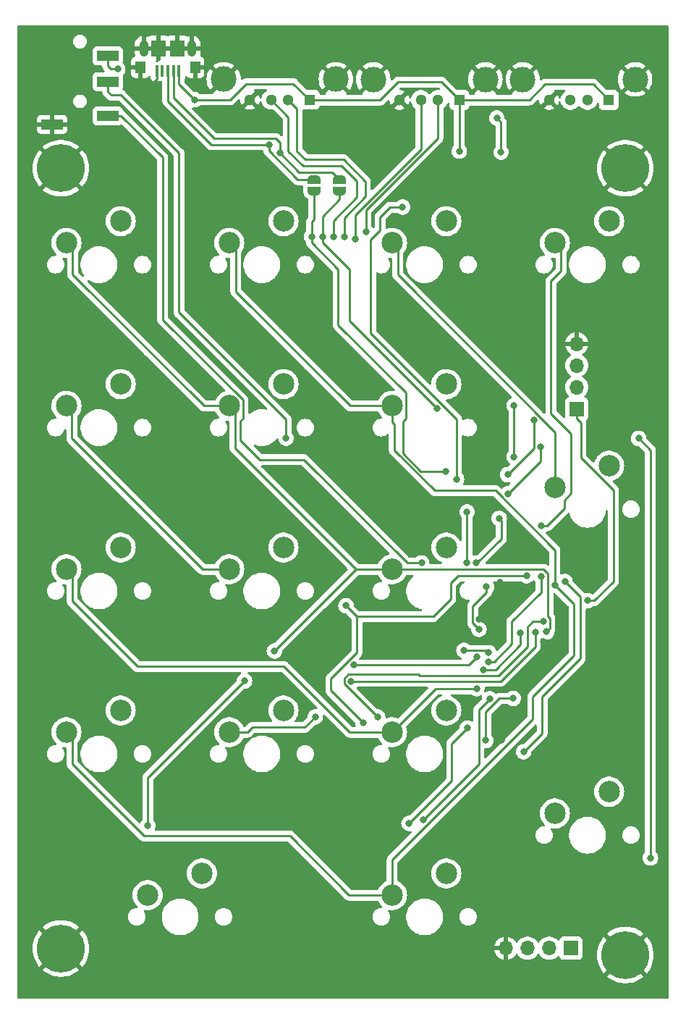
<source format=gtl>
G04 #@! TF.GenerationSoftware,KiCad,Pcbnew,7.0.5-7.0.5~ubuntu22.04.1*
G04 #@! TF.CreationDate,2023-07-02T16:03:02+02:00*
G04 #@! TF.ProjectId,keyboard,6b657962-6f61-4726-942e-6b696361645f,v1.0*
G04 #@! TF.SameCoordinates,Original*
G04 #@! TF.FileFunction,Copper,L1,Top*
G04 #@! TF.FilePolarity,Positive*
%FSLAX46Y46*%
G04 Gerber Fmt 4.6, Leading zero omitted, Abs format (unit mm)*
G04 Created by KiCad (PCBNEW 7.0.5-7.0.5~ubuntu22.04.1) date 2023-07-02 16:03:02*
%MOMM*%
%LPD*%
G01*
G04 APERTURE LIST*
G04 Aperture macros list*
%AMFreePoly0*
4,1,19,0.500000,-0.750000,0.000000,-0.750000,0.000000,-0.744911,-0.071157,-0.744911,-0.207708,-0.704816,-0.327430,-0.627875,-0.420627,-0.520320,-0.479746,-0.390866,-0.500000,-0.250000,-0.500000,0.250000,-0.479746,0.390866,-0.420627,0.520320,-0.327430,0.627875,-0.207708,0.704816,-0.071157,0.744911,0.000000,0.744911,0.000000,0.750000,0.500000,0.750000,0.500000,-0.750000,0.500000,-0.750000,
$1*%
%AMFreePoly1*
4,1,19,0.000000,0.744911,0.071157,0.744911,0.207708,0.704816,0.327430,0.627875,0.420627,0.520320,0.479746,0.390866,0.500000,0.250000,0.500000,-0.250000,0.479746,-0.390866,0.420627,-0.520320,0.327430,-0.627875,0.207708,-0.704816,0.071157,-0.744911,0.000000,-0.744911,0.000000,-0.750000,-0.500000,-0.750000,-0.500000,0.750000,0.000000,0.750000,0.000000,0.744911,0.000000,0.744911,
$1*%
G04 Aperture macros list end*
G04 #@! TA.AperFunction,ComponentPad*
%ADD10C,5.600000*%
G04 #@! TD*
G04 #@! TA.AperFunction,ComponentPad*
%ADD11C,2.500000*%
G04 #@! TD*
G04 #@! TA.AperFunction,ComponentPad*
%ADD12R,1.300000X1.300000*%
G04 #@! TD*
G04 #@! TA.AperFunction,ComponentPad*
%ADD13C,1.300000*%
G04 #@! TD*
G04 #@! TA.AperFunction,ComponentPad*
%ADD14C,3.000000*%
G04 #@! TD*
G04 #@! TA.AperFunction,SMDPad,CuDef*
%ADD15FreePoly0,270.000000*%
G04 #@! TD*
G04 #@! TA.AperFunction,SMDPad,CuDef*
%ADD16FreePoly1,270.000000*%
G04 #@! TD*
G04 #@! TA.AperFunction,SMDPad,CuDef*
%ADD17R,0.400000X1.400000*%
G04 #@! TD*
G04 #@! TA.AperFunction,SMDPad,CuDef*
%ADD18R,1.150000X1.450000*%
G04 #@! TD*
G04 #@! TA.AperFunction,ComponentPad*
%ADD19O,1.050000X1.900000*%
G04 #@! TD*
G04 #@! TA.AperFunction,SMDPad,CuDef*
%ADD20R,1.750000X1.900000*%
G04 #@! TD*
G04 #@! TA.AperFunction,SMDPad,CuDef*
%ADD21R,2.500000X1.200000*%
G04 #@! TD*
G04 #@! TA.AperFunction,ComponentPad*
%ADD22R,1.700000X1.700000*%
G04 #@! TD*
G04 #@! TA.AperFunction,ComponentPad*
%ADD23O,1.700000X1.700000*%
G04 #@! TD*
G04 #@! TA.AperFunction,ViaPad*
%ADD24C,0.800000*%
G04 #@! TD*
G04 #@! TA.AperFunction,Conductor*
%ADD25C,0.250000*%
G04 #@! TD*
G04 APERTURE END LIST*
D10*
X185420000Y-51000000D03*
D11*
X120040400Y-97891600D03*
X126390400Y-95351600D03*
X120040400Y-59740800D03*
X126390400Y-57200800D03*
X158140400Y-135991600D03*
X164490400Y-133451600D03*
X158140400Y-78790800D03*
X164490400Y-76250800D03*
X120040400Y-78790800D03*
X126390400Y-76250800D03*
X129540000Y-135991600D03*
X135890000Y-133451600D03*
X158140400Y-97891600D03*
X164490400Y-95351600D03*
D12*
X166000000Y-43025000D03*
D13*
X163500000Y-43025000D03*
X161500000Y-43025000D03*
X159000000Y-43025000D03*
D14*
X155930000Y-40625000D03*
X169070000Y-40625000D03*
D15*
X149000000Y-52350000D03*
D16*
X149000000Y-53650000D03*
D10*
X185420000Y-143000000D03*
D11*
X158140400Y-116941600D03*
X164490400Y-114401600D03*
X139090400Y-78790800D03*
X145440400Y-76250800D03*
X177190400Y-59740800D03*
X183540400Y-57200800D03*
X177190400Y-126441200D03*
X183540400Y-123901200D03*
D17*
X133196600Y-39632400D03*
X132546600Y-39632400D03*
X131896600Y-39632400D03*
X131246600Y-39632400D03*
X130596600Y-39632400D03*
D18*
X135096600Y-39212400D03*
D19*
X134721600Y-36982400D03*
D20*
X133021600Y-36982400D03*
X130771600Y-36982400D03*
D19*
X129071600Y-36982400D03*
D18*
X128696600Y-39212400D03*
D11*
X139090400Y-97891600D03*
X145440400Y-95351600D03*
X158140400Y-59740800D03*
X164490400Y-57200800D03*
D10*
X119380000Y-51000000D03*
D12*
X183500000Y-43025000D03*
D13*
X181000000Y-43025000D03*
X179000000Y-43025000D03*
X176500000Y-43025000D03*
D14*
X173430000Y-40625000D03*
X186570000Y-40625000D03*
D15*
X152000000Y-52350000D03*
D16*
X152000000Y-53650000D03*
D21*
X124865200Y-44890800D03*
X124865200Y-40890800D03*
X124865200Y-37890800D03*
X118365200Y-45890800D03*
D12*
X148500000Y-43000000D03*
D13*
X146000000Y-43000000D03*
X144000000Y-43000000D03*
X141500000Y-43000000D03*
D14*
X138430000Y-40600000D03*
X151570000Y-40600000D03*
D11*
X120040400Y-116941600D03*
X126390400Y-114401600D03*
X139090400Y-116941600D03*
X145440400Y-114401600D03*
X177190400Y-88341200D03*
X183540400Y-85801200D03*
X139090400Y-59740800D03*
X145440400Y-57200800D03*
D10*
X119380000Y-142240000D03*
D22*
X179730400Y-79136400D03*
D23*
X179730400Y-76596400D03*
X179730400Y-74056400D03*
X179730400Y-71516400D03*
D22*
X179059130Y-142193079D03*
D23*
X176519130Y-142193079D03*
X173979130Y-142193079D03*
X171439130Y-142193079D03*
D24*
X155956000Y-77165200D03*
X156514800Y-105816400D03*
X161000000Y-53000000D03*
X170907700Y-117877000D03*
X160274000Y-123799600D03*
X157073600Y-86817200D03*
X166979600Y-114300000D03*
X137668000Y-86766400D03*
X179000000Y-48000000D03*
X172780444Y-93365197D03*
X166370000Y-59131200D03*
X170744400Y-99407700D03*
X182575200Y-96977200D03*
X157378400Y-112725200D03*
X168300000Y-103734000D03*
X172669200Y-131013200D03*
X152654000Y-93116400D03*
X177520600Y-107035600D03*
X152450800Y-71780400D03*
X175158400Y-109118400D03*
X152400000Y-128981200D03*
X176936400Y-120243600D03*
X175000000Y-55000000D03*
X137363200Y-49885600D03*
X179882800Y-95554800D03*
X167386000Y-84074000D03*
X175869600Y-106324400D03*
X146304000Y-86969600D03*
X152450800Y-81991200D03*
X129540000Y-41645800D03*
X186486800Y-94945200D03*
X176225000Y-105207000D03*
X129540000Y-127864000D03*
X144374000Y-107442000D03*
X140868000Y-110947000D03*
X172415000Y-84734400D03*
X172415000Y-78740000D03*
X173533000Y-119228000D03*
X169113000Y-117907000D03*
X178359000Y-99314000D03*
X172314000Y-112979000D03*
X168808000Y-109626000D03*
X166954000Y-116459000D03*
X173177000Y-105308000D03*
X160122000Y-127610000D03*
X177190000Y-99720400D03*
X149149000Y-115164000D03*
X174883000Y-105228000D03*
X153314000Y-110998000D03*
X168046000Y-111862000D03*
X169418000Y-108712000D03*
X175565000Y-92811600D03*
X175565000Y-98704400D03*
X173883000Y-98659000D03*
X154737000Y-115824000D03*
X152756000Y-102159000D03*
X155067000Y-58411313D03*
X126034800Y-39420800D03*
X170389493Y-45141198D03*
X188365935Y-131634065D03*
X181000000Y-101559800D03*
X166914400Y-91205600D03*
X170891200Y-49108800D03*
X186994800Y-82600800D03*
X166914400Y-97158400D03*
X175883000Y-104025000D03*
X156442100Y-115156100D03*
X169559600Y-113054400D03*
X161786700Y-127178900D03*
X153797000Y-59287902D03*
X152527000Y-59000000D03*
X151257000Y-59000000D03*
X164427598Y-86422802D03*
X148717000Y-59000000D03*
X163441700Y-79119200D03*
X149987000Y-59000000D03*
X171663300Y-86819900D03*
X167972100Y-97161500D03*
X170666400Y-91943600D03*
X169193700Y-99950700D03*
X168300000Y-104902000D03*
X174749500Y-80484000D03*
X175503800Y-83576200D03*
X171658800Y-89084100D03*
X165682650Y-87349050D03*
X166000000Y-49000000D03*
X159374700Y-55560100D03*
X135000000Y-43000000D03*
X161600000Y-97163900D03*
X166549600Y-107376600D03*
X169452000Y-107645000D03*
X145740128Y-82573977D03*
X168097000Y-108102000D03*
X153630400Y-109098900D03*
X145000000Y-49225200D03*
X143740000Y-48260000D03*
D25*
X128696600Y-39695000D02*
X128696600Y-39212400D01*
X177520600Y-108102400D02*
X177520600Y-107035600D01*
X175158400Y-109118400D02*
X176504600Y-109118400D01*
X176504600Y-109118400D02*
X177520600Y-108102400D01*
X130596600Y-40589200D02*
X129540000Y-41645800D01*
X175869600Y-106324400D02*
X176809400Y-106324400D01*
X176809400Y-106324400D02*
X177520600Y-107035600D01*
X130596600Y-39632400D02*
X130596600Y-40589200D01*
X136130000Y-78790800D02*
X139090000Y-78790800D01*
X120752000Y-60452000D02*
X120752000Y-63412100D01*
X120752000Y-63412100D02*
X136130000Y-78790800D01*
X139751000Y-79451200D02*
X139751000Y-83718400D01*
X129540000Y-122275000D02*
X140868000Y-110947000D01*
X176608000Y-104824000D02*
X176225000Y-105207000D01*
X129540000Y-127864000D02*
X129540000Y-122275000D01*
X120396000Y-60096400D02*
X120040400Y-59740800D01*
X158140400Y-97891600D02*
X175870000Y-97891600D01*
X153924000Y-97891600D02*
X144374000Y-107442000D01*
X175870000Y-97891600D02*
X176378000Y-98399600D01*
X139090400Y-78790800D02*
X139090200Y-78791000D01*
X139090000Y-78790800D02*
X139090200Y-78791000D01*
X139751000Y-83718400D02*
X153924000Y-97891600D01*
X176378000Y-98399600D02*
X176378000Y-103378000D01*
X153924000Y-97891600D02*
X158140400Y-97891600D01*
X139090200Y-78791000D02*
X139751000Y-79451200D01*
X120040000Y-59740800D02*
X120396000Y-60096400D01*
X176378000Y-103378000D02*
X176608000Y-103608000D01*
X120396000Y-60096400D02*
X120752000Y-60452000D01*
X176608000Y-103608000D02*
X176608000Y-104824000D01*
X172415000Y-84734400D02*
X172415000Y-78740000D01*
X172314000Y-112979000D02*
X170688000Y-112979000D01*
X173533000Y-119228000D02*
X175691800Y-117069200D01*
X180162200Y-101117200D02*
X178359000Y-99314000D01*
X170688000Y-112979000D02*
X169113000Y-114554000D01*
X175691800Y-112776000D02*
X180162200Y-108305600D01*
X169113000Y-114554000D02*
X169113000Y-117907000D01*
X180162200Y-108305600D02*
X180162200Y-101117200D01*
X175691800Y-117069200D02*
X175691800Y-112776000D01*
X165100000Y-118313000D02*
X165100000Y-122631000D01*
X173177000Y-105308000D02*
X173177000Y-106731000D01*
X173177000Y-106731000D02*
X170282000Y-109626000D01*
X170282000Y-109626000D02*
X168808000Y-109626000D01*
X165100000Y-122631000D02*
X160122000Y-127610000D01*
X166954000Y-116459000D02*
X165100000Y-118313000D01*
X158140400Y-78790800D02*
X158140400Y-80670400D01*
X158140400Y-80670400D02*
X158394400Y-80924400D01*
X179425600Y-107975400D02*
X179425600Y-101956000D01*
X120701000Y-117602000D02*
X120701000Y-120664000D01*
X139090400Y-59741200D02*
X139090400Y-59740800D01*
X139852000Y-60502800D02*
X139090400Y-59741200D01*
X163119000Y-88697000D02*
X170230600Y-88697000D01*
X174599600Y-115417400D02*
X174599600Y-112801400D01*
X120040400Y-116941600D02*
X120040000Y-116942000D01*
X158394400Y-80924400D02*
X158394400Y-83972400D01*
X158394400Y-83972400D02*
X163119000Y-88697000D01*
X158140000Y-78790800D02*
X153205000Y-78790800D01*
X120040000Y-116942000D02*
X120701000Y-117602000D01*
X153205000Y-78790800D02*
X139852000Y-65438500D01*
X158140400Y-133934900D02*
X158140400Y-135991600D01*
X158140000Y-131877000D02*
X174599600Y-115417400D01*
X158140000Y-135992000D02*
X158140000Y-133934500D01*
X146202000Y-129083000D02*
X153111000Y-135992000D01*
X177190000Y-99720400D02*
X177190000Y-95656400D01*
X139090400Y-59741200D02*
X139090000Y-59740800D01*
X158140000Y-133934500D02*
X158140400Y-133934900D01*
X179425600Y-101956000D02*
X177190000Y-99720400D01*
X120701000Y-120664000D02*
X129120000Y-129083000D01*
X153111000Y-135992000D02*
X158140000Y-135992000D01*
X139852000Y-65438500D02*
X139852000Y-60502800D01*
X174599600Y-112801400D02*
X179425600Y-107975400D01*
X158140000Y-133934500D02*
X158140000Y-131877000D01*
X129120000Y-129083000D02*
X146202000Y-129083000D01*
X177190000Y-95656400D02*
X170230600Y-88697000D01*
X153314000Y-110998000D02*
X170840000Y-110998000D01*
X170840000Y-110998000D02*
X174883000Y-106955000D01*
X141224000Y-116942000D02*
X141783000Y-116383000D01*
X158801000Y-60401200D02*
X158801000Y-63462900D01*
X147930000Y-116383000D02*
X149149000Y-115164000D01*
X177190400Y-88341200D02*
X177190000Y-88341200D01*
X158140400Y-59740900D02*
X158140400Y-59740800D01*
X174883000Y-106955000D02*
X174883000Y-105228000D01*
X158801000Y-63462900D02*
X177190000Y-81852500D01*
X158470500Y-60071000D02*
X158801000Y-60401200D01*
X158140000Y-59740800D02*
X158470500Y-60071000D01*
X139090800Y-116942000D02*
X141224000Y-116942000D01*
X141783000Y-116383000D02*
X147930000Y-116383000D01*
X158470500Y-60071000D02*
X158140400Y-59740900D01*
X177190000Y-81852500D02*
X177190000Y-88341200D01*
X153162000Y-116942000D02*
X158140000Y-116942000D01*
X172161000Y-103962400D02*
X175565000Y-100558400D01*
X178308000Y-90778700D02*
X178308000Y-89814400D01*
X120701000Y-101614000D02*
X128358000Y-109271000D01*
X176733000Y-79654400D02*
X176733000Y-64211200D01*
X177902000Y-63042800D02*
X177902000Y-60452000D01*
X178308000Y-89814400D02*
X179095000Y-89027000D01*
X176275000Y-92811600D02*
X178308000Y-90778700D01*
X120040400Y-97891700D02*
X120040400Y-97891600D01*
X175565000Y-92811600D02*
X176275000Y-92811600D01*
X120370500Y-98221800D02*
X120040400Y-97891700D01*
X120701000Y-98552000D02*
X120701000Y-101614000D01*
X179095000Y-89027000D02*
X179095000Y-82016600D01*
X145491000Y-109271000D02*
X153162000Y-116942000D01*
X158140000Y-116942000D02*
X158140400Y-116941600D01*
X128358000Y-109271000D02*
X145491000Y-109271000D01*
X169418000Y-108712000D02*
X170078000Y-108712000D01*
X177902000Y-60452000D02*
X177546000Y-60096400D01*
X163220000Y-111862000D02*
X168046000Y-111862000D01*
X176733000Y-64211200D02*
X177902000Y-63042800D01*
X170078000Y-108712000D02*
X172161000Y-106629000D01*
X120370500Y-98221800D02*
X120701000Y-98552000D01*
X177546000Y-60096400D02*
X177190400Y-59740800D01*
X179095000Y-82016600D02*
X176733000Y-79654400D01*
X158140400Y-116941600D02*
X163220000Y-111862000D01*
X177546000Y-60096400D02*
X177190000Y-59740800D01*
X120040000Y-97891600D02*
X120370500Y-98221800D01*
X172161000Y-106629000D02*
X172161000Y-103962400D01*
X175565000Y-100558400D02*
X175565000Y-98704400D01*
X139090400Y-97891600D02*
X139090000Y-97891600D01*
X154026000Y-103429000D02*
X154026000Y-107645000D01*
X150978000Y-112065000D02*
X154737000Y-115824000D01*
X120345000Y-79095600D02*
X120040400Y-78791000D01*
X120040400Y-78791000D02*
X120040400Y-78790800D01*
X165857000Y-98659000D02*
X173883000Y-98659000D01*
X150978000Y-110693000D02*
X150978000Y-112065000D01*
X164998000Y-101397000D02*
X164998000Y-99517200D01*
X120345000Y-79095600D02*
X120650000Y-79400400D01*
X120040000Y-78790800D02*
X120345000Y-79095600D01*
X162966000Y-103429000D02*
X164998000Y-101397000D01*
X164998000Y-99517200D02*
X165857000Y-98659000D01*
X154026000Y-107645000D02*
X150978000Y-110693000D01*
X120650000Y-82563700D02*
X135978000Y-97891600D01*
X154026000Y-103429000D02*
X162966000Y-103429000D01*
X135978000Y-97891600D02*
X139090000Y-97891600D01*
X152756000Y-102159000D02*
X154026000Y-103429000D01*
X120650000Y-79400400D02*
X120650000Y-82563700D01*
X163500000Y-47500000D02*
X163500000Y-43025000D01*
X155067000Y-55933000D02*
X163500000Y-47500000D01*
X155067000Y-58411313D02*
X155067000Y-55933000D01*
X125222000Y-39420800D02*
X124865200Y-39064000D01*
X181799100Y-101559800D02*
X184027000Y-99331900D01*
X181000000Y-101559800D02*
X181799100Y-101559800D01*
X184027000Y-99331900D02*
X184027000Y-88655400D01*
X166914400Y-91205600D02*
X166914400Y-97158400D01*
X188365935Y-131634065D02*
X188365935Y-83971935D01*
X179730400Y-80311700D02*
X179730400Y-79136400D01*
X180235100Y-80816400D02*
X179730400Y-80311700D01*
X170891200Y-49108800D02*
X170891200Y-45642905D01*
X170891200Y-45642905D02*
X170389493Y-45141198D01*
X124865200Y-39064000D02*
X124865200Y-37890800D01*
X180235100Y-84863500D02*
X180235100Y-80816400D01*
X184027000Y-88655400D02*
X180235100Y-84863500D01*
X126034800Y-39420800D02*
X125222000Y-39420800D01*
X188365935Y-83971935D02*
X186994800Y-82600800D01*
X175883000Y-104025000D02*
X174587600Y-104025000D01*
X170573000Y-110351000D02*
X161405000Y-110351000D01*
X152535500Y-111249500D02*
X156442100Y-115156100D01*
X174587600Y-104025000D02*
X173990000Y-104622600D01*
X161213800Y-110159800D02*
X153009600Y-110159800D01*
X153009600Y-110159800D02*
X152535500Y-110633900D01*
X173990000Y-106934000D02*
X170573000Y-110351000D01*
X161405000Y-110351000D02*
X161213800Y-110159800D01*
X152535500Y-110633900D02*
X152535500Y-111249500D01*
X173990000Y-104622600D02*
X173990000Y-106934000D01*
X169559600Y-113054400D02*
X168282700Y-114331300D01*
X168282700Y-120682900D02*
X161786700Y-127178900D01*
X168282700Y-114331300D02*
X168282700Y-120682900D01*
X153797000Y-56452476D02*
X161500000Y-48749476D01*
X161500000Y-48749476D02*
X161500000Y-43025000D01*
X153797000Y-59287902D02*
X153797000Y-56452476D01*
X155000000Y-54314680D02*
X155000000Y-52550376D01*
X152527000Y-59000000D02*
X152527000Y-56787680D01*
X146960000Y-44000000D02*
X146000000Y-43040000D01*
X152449624Y-50000000D02*
X148000000Y-50000000D01*
X147000000Y-44000000D02*
X146960000Y-44000000D01*
X148000000Y-50000000D02*
X147000000Y-49000000D01*
X147000000Y-49000000D02*
X147000000Y-44000000D01*
X152527000Y-56787680D02*
X155000000Y-54314680D01*
X155000000Y-52550376D02*
X152449624Y-50000000D01*
X146000000Y-45040000D02*
X146000000Y-49000000D01*
X151257000Y-57138812D02*
X153989020Y-54406792D01*
X147702875Y-50702875D02*
X152192275Y-50702875D01*
X153989020Y-52499620D02*
X153989020Y-54406792D01*
X144000000Y-43040000D02*
X146000000Y-45040000D01*
X151257000Y-59000000D02*
X151257000Y-57138812D01*
X152192275Y-50702875D02*
X153989020Y-52499620D01*
X146000000Y-49000000D02*
X147702875Y-50702875D01*
X148717000Y-59717000D02*
X148717000Y-57283000D01*
X148717000Y-59717000D02*
X151829500Y-62829500D01*
X151829500Y-62829500D02*
X151829500Y-69326000D01*
X159749100Y-77245600D02*
X151829500Y-69326000D01*
X159410400Y-84352004D02*
X159410400Y-80582200D01*
X161481198Y-86422802D02*
X159410400Y-84352004D01*
X149000000Y-57000000D02*
X149000000Y-53799520D01*
X159749100Y-80243500D02*
X159749100Y-77245600D01*
X148717000Y-57283000D02*
X149000000Y-57000000D01*
X159410400Y-80582200D02*
X159749100Y-80243500D01*
X164427598Y-86422802D02*
X161481198Y-86422802D01*
X149987000Y-59717000D02*
X153135000Y-62865000D01*
X153135000Y-68812500D02*
X153135000Y-62865000D01*
X163441700Y-79119200D02*
X153135000Y-68812500D01*
X149987000Y-56663000D02*
X152000000Y-54650000D01*
X152000000Y-54650000D02*
X152000000Y-53799520D01*
X149987000Y-59717000D02*
X149987000Y-56663000D01*
X167574600Y-102189200D02*
X169193700Y-100570100D01*
X170931500Y-94304900D02*
X168074900Y-97161500D01*
X171663300Y-86819900D02*
X174749500Y-83733700D01*
X168300000Y-104902000D02*
X167574600Y-104176600D01*
X174749500Y-83733700D02*
X174749500Y-80484000D01*
X170666400Y-91943600D02*
X170931500Y-92208700D01*
X170931500Y-92208700D02*
X170931500Y-94304900D01*
X168074900Y-97161500D02*
X167972100Y-97161500D01*
X169193700Y-100570100D02*
X169193700Y-99950700D01*
X167574600Y-104176600D02*
X167574600Y-102189200D01*
X175503800Y-83576200D02*
X175503800Y-85239100D01*
X175503800Y-85239100D02*
X171658800Y-89084100D01*
X176058603Y-41194238D02*
X181669238Y-41194238D01*
X148500000Y-43040000D02*
X156751358Y-43040000D01*
X166000000Y-43025000D02*
X174227841Y-43025000D01*
X155615500Y-70267200D02*
X155615500Y-59384500D01*
X156723850Y-56723850D02*
X157887600Y-55560100D01*
X156723850Y-56723850D02*
X156723850Y-58276150D01*
X181669238Y-41194238D02*
X183500000Y-43025000D01*
X133196600Y-39632400D02*
X133196600Y-41196600D01*
X156723850Y-58276150D02*
X155615500Y-59384500D01*
X141084704Y-41120737D02*
X146580737Y-41120737D01*
X133196600Y-41196600D02*
X135000000Y-43000000D01*
X158858128Y-40933230D02*
X163908230Y-40933230D01*
X135000000Y-43000000D02*
X139205441Y-43000000D01*
X157887600Y-55560100D02*
X159374700Y-55560100D01*
X146580737Y-41120737D02*
X148500000Y-43040000D01*
X165682650Y-87349050D02*
X165682650Y-80334350D01*
X165682650Y-80334350D02*
X155615500Y-70267200D01*
X174227841Y-43025000D02*
X176058603Y-41194238D01*
X156751358Y-43040000D02*
X158858128Y-40933230D01*
X139205441Y-43000000D02*
X141084704Y-41120737D01*
X163908230Y-40933230D02*
X166000000Y-43025000D01*
X166000000Y-43025000D02*
X166000000Y-49000000D01*
X124865200Y-44890800D02*
X126440500Y-44890800D01*
X147819000Y-85075200D02*
X159907700Y-97163900D01*
X131290100Y-49740400D02*
X131290100Y-68724900D01*
X131290100Y-68724900D02*
X140672800Y-78107600D01*
X169183600Y-107376600D02*
X166549600Y-107376600D01*
X126440500Y-44890800D02*
X131290100Y-49740400D01*
X140411200Y-82854800D02*
X142646400Y-85090000D01*
X142646400Y-85090000D02*
X143279600Y-85090000D01*
X169452000Y-107645000D02*
X169183600Y-107376600D01*
X143294400Y-85075200D02*
X147819000Y-85075200D01*
X140672800Y-80256400D02*
X140411200Y-80518000D01*
X143279600Y-85090000D02*
X143294400Y-85075200D01*
X140411200Y-80518000D02*
X140411200Y-82854800D01*
X159907700Y-97163900D02*
X161600000Y-97163900D01*
X140672800Y-78107600D02*
X140672800Y-80256400D01*
X125270100Y-42466100D02*
X124865200Y-42061200D01*
X126440500Y-42466100D02*
X125270100Y-42466100D01*
X145740128Y-80368624D02*
X133196900Y-67825396D01*
X168097000Y-108102000D02*
X167100100Y-109098900D01*
X167100100Y-109098900D02*
X153630400Y-109098900D01*
X133196900Y-49222500D02*
X126440500Y-42466100D01*
X124865200Y-42061200D02*
X124865200Y-40890800D01*
X133196900Y-67825396D02*
X133196900Y-49222500D01*
X145740128Y-82573977D02*
X145740128Y-80368624D01*
X147224320Y-51449520D02*
X145000000Y-49225200D01*
X137284632Y-47535000D02*
X132546600Y-42796968D01*
X145000000Y-48000000D02*
X144535000Y-47535000D01*
X144535000Y-47535000D02*
X137284632Y-47535000D01*
X132546600Y-42796968D02*
X132546600Y-39632400D01*
X151099520Y-51449520D02*
X147224320Y-51449520D01*
X145000000Y-49225200D02*
X145000000Y-48000000D01*
X152000000Y-52350000D02*
X151099520Y-51449520D01*
X143740000Y-48989814D02*
X143740000Y-48260000D01*
X131896600Y-39632400D02*
X131896600Y-43195002D01*
X149000000Y-52350000D02*
X147100186Y-52350000D01*
X136961598Y-48260000D02*
X143740000Y-48260000D01*
X143740000Y-48989814D02*
X147100186Y-52350000D01*
X131896600Y-43195002D02*
X136961598Y-48260000D01*
G04 #@! TA.AperFunction,Conductor*
G36*
X145244527Y-109924502D02*
G01*
X145265501Y-109941405D01*
X149369271Y-114045175D01*
X149403297Y-114107487D01*
X149398232Y-114178302D01*
X149355685Y-114235138D01*
X149289165Y-114259949D01*
X149253983Y-114257517D01*
X149244492Y-114255500D01*
X149244487Y-114255500D01*
X149053513Y-114255500D01*
X148866711Y-114295206D01*
X148692247Y-114372882D01*
X148537744Y-114485135D01*
X148409965Y-114627048D01*
X148409958Y-114627058D01*
X148319034Y-114784544D01*
X148314473Y-114792444D01*
X148306688Y-114816404D01*
X148255457Y-114974072D01*
X148238093Y-115139290D01*
X148211080Y-115204947D01*
X148201879Y-115215215D01*
X147704500Y-115712595D01*
X147642187Y-115746620D01*
X147615404Y-115749500D01*
X146876333Y-115749500D01*
X146808212Y-115729498D01*
X146761719Y-115675842D01*
X146751615Y-115605568D01*
X146777821Y-115544941D01*
X146897415Y-115394976D01*
X147014661Y-115191900D01*
X147029194Y-115166728D01*
X147029196Y-115166724D01*
X147125487Y-114921380D01*
X147184135Y-114664426D01*
X147203831Y-114401600D01*
X147184135Y-114138774D01*
X147125487Y-113881820D01*
X147029196Y-113636476D01*
X147029195Y-113636475D01*
X147029194Y-113636471D01*
X146897417Y-113408227D01*
X146851426Y-113350556D01*
X146733086Y-113202162D01*
X146539881Y-113022894D01*
X146508499Y-113001498D01*
X146322125Y-112874429D01*
X146322118Y-112874425D01*
X146084657Y-112760069D01*
X146084645Y-112760064D01*
X145832810Y-112682384D01*
X145832802Y-112682382D01*
X145832800Y-112682382D01*
X145572181Y-112643100D01*
X145308619Y-112643100D01*
X145048000Y-112682382D01*
X145047998Y-112682382D01*
X145047989Y-112682384D01*
X144796154Y-112760064D01*
X144796142Y-112760069D01*
X144558683Y-112874425D01*
X144558675Y-112874429D01*
X144340925Y-113022889D01*
X144340920Y-113022893D01*
X144147715Y-113202161D01*
X143983382Y-113408227D01*
X143851605Y-113636471D01*
X143851602Y-113636479D01*
X143755311Y-113881824D01*
X143697626Y-114134562D01*
X143696665Y-114138774D01*
X143676969Y-114401600D01*
X143696665Y-114664426D01*
X143696666Y-114664430D01*
X143755311Y-114921375D01*
X143851602Y-115166720D01*
X143851605Y-115166728D01*
X143983382Y-115394972D01*
X143983384Y-115394975D01*
X143983385Y-115394976D01*
X144102978Y-115544941D01*
X144129812Y-115610670D01*
X144116850Y-115680474D01*
X144068208Y-115732188D01*
X144004467Y-115749500D01*
X141866849Y-115749500D01*
X141851010Y-115747751D01*
X141850983Y-115748045D01*
X141843091Y-115747299D01*
X141774044Y-115749469D01*
X141772065Y-115749500D01*
X141743144Y-115749500D01*
X141736172Y-115750379D01*
X141730265Y-115750844D01*
X141683110Y-115752326D01*
X141683105Y-115752327D01*
X141663660Y-115757977D01*
X141644302Y-115761986D01*
X141624207Y-115764524D01*
X141624205Y-115764525D01*
X141580324Y-115781897D01*
X141574709Y-115783819D01*
X141529410Y-115796980D01*
X141529404Y-115796982D01*
X141511966Y-115807295D01*
X141494220Y-115815989D01*
X141475381Y-115823448D01*
X141475380Y-115823449D01*
X141437213Y-115851178D01*
X141432252Y-115854437D01*
X141391637Y-115878458D01*
X141377307Y-115892787D01*
X141362281Y-115905620D01*
X141345895Y-115917526D01*
X141345894Y-115917526D01*
X141315822Y-115953875D01*
X141311827Y-115958266D01*
X140998500Y-116271595D01*
X140936188Y-116305620D01*
X140909404Y-116308500D01*
X140816917Y-116308500D01*
X140748796Y-116288498D01*
X140702303Y-116234842D01*
X140699627Y-116228532D01*
X140679199Y-116176483D01*
X140679194Y-116176471D01*
X140547417Y-115948227D01*
X140547415Y-115948224D01*
X140383086Y-115742162D01*
X140189881Y-115562894D01*
X140189874Y-115562889D01*
X139972125Y-115414429D01*
X139972118Y-115414425D01*
X139734657Y-115300069D01*
X139734645Y-115300064D01*
X139482810Y-115222384D01*
X139482802Y-115222382D01*
X139482800Y-115222382D01*
X139222181Y-115183100D01*
X138958619Y-115183100D01*
X138698000Y-115222382D01*
X138697998Y-115222382D01*
X138697989Y-115222384D01*
X138446154Y-115300064D01*
X138446142Y-115300069D01*
X138208683Y-115414425D01*
X138208675Y-115414429D01*
X137990925Y-115562889D01*
X137990920Y-115562893D01*
X137811363Y-115729498D01*
X137797714Y-115742162D01*
X137789608Y-115752327D01*
X137633382Y-115948227D01*
X137501605Y-116176471D01*
X137501602Y-116176479D01*
X137405311Y-116421824D01*
X137346666Y-116678769D01*
X137346665Y-116678774D01*
X137326969Y-116941600D01*
X137346665Y-117204426D01*
X137346666Y-117204430D01*
X137405311Y-117461375D01*
X137501602Y-117706720D01*
X137501605Y-117706728D01*
X137633382Y-117934972D01*
X137633384Y-117934975D01*
X137633385Y-117934976D01*
X137797714Y-118141038D01*
X137901929Y-118237735D01*
X137938260Y-118298732D01*
X137935847Y-118369687D01*
X137895455Y-118428074D01*
X137829909Y-118455355D01*
X137816227Y-118456100D01*
X137770011Y-118456100D01*
X137619374Y-118470936D01*
X137426058Y-118529577D01*
X137247902Y-118624803D01*
X137247902Y-118624804D01*
X137091752Y-118752952D01*
X136963604Y-118909102D01*
X136963603Y-118909102D01*
X136868377Y-119087258D01*
X136809736Y-119280573D01*
X136789938Y-119481596D01*
X136789938Y-119481603D01*
X136809736Y-119682626D01*
X136868377Y-119875941D01*
X136963603Y-120054097D01*
X137091752Y-120210247D01*
X137247902Y-120338395D01*
X137247902Y-120338396D01*
X137288652Y-120360177D01*
X137426059Y-120433623D01*
X137619367Y-120492262D01*
X137619372Y-120492262D01*
X137619374Y-120492263D01*
X137729672Y-120503126D01*
X137770020Y-120507100D01*
X137770029Y-120507100D01*
X137870771Y-120507100D01*
X137870780Y-120507100D01*
X137946106Y-120499681D01*
X138021425Y-120492263D01*
X138021426Y-120492262D01*
X138021433Y-120492262D01*
X138214741Y-120433623D01*
X138392894Y-120338398D01*
X138392895Y-120338396D01*
X138392897Y-120338396D01*
X138392897Y-120338395D01*
X138549047Y-120210247D01*
X138677198Y-120054094D01*
X138772423Y-119875941D01*
X138831062Y-119682633D01*
X138836373Y-119628711D01*
X140749900Y-119628711D01*
X140789959Y-119920151D01*
X140869335Y-120203447D01*
X140986539Y-120473279D01*
X140986541Y-120473282D01*
X141139401Y-120724649D01*
X141139403Y-120724652D01*
X141139406Y-120724656D01*
X141325053Y-120952846D01*
X141325057Y-120952850D01*
X141325065Y-120952860D01*
X141540074Y-121153665D01*
X141780424Y-121323322D01*
X141907134Y-121388978D01*
X142041629Y-121458669D01*
X142041632Y-121458670D01*
X142041636Y-121458672D01*
X142318846Y-121557192D01*
X142606889Y-121617048D01*
X142606900Y-121617048D01*
X142606902Y-121617049D01*
X142826935Y-121632100D01*
X142826938Y-121632100D01*
X142973865Y-121632100D01*
X143193897Y-121617049D01*
X143193897Y-121617048D01*
X143193911Y-121617048D01*
X143481954Y-121557192D01*
X143759164Y-121458672D01*
X144020376Y-121323322D01*
X144260726Y-121153665D01*
X144475735Y-120952860D01*
X144661399Y-120724649D01*
X144814259Y-120473282D01*
X144931467Y-120203441D01*
X145010840Y-119920155D01*
X145027317Y-119800272D01*
X145050899Y-119628711D01*
X145050900Y-119628698D01*
X145050900Y-119481603D01*
X146949938Y-119481603D01*
X146969736Y-119682626D01*
X147028377Y-119875941D01*
X147123603Y-120054097D01*
X147251752Y-120210247D01*
X147407902Y-120338395D01*
X147407902Y-120338396D01*
X147448652Y-120360177D01*
X147586059Y-120433623D01*
X147779367Y-120492262D01*
X147779372Y-120492262D01*
X147779374Y-120492263D01*
X147889672Y-120503126D01*
X147930020Y-120507100D01*
X147930029Y-120507100D01*
X148030771Y-120507100D01*
X148030780Y-120507100D01*
X148106106Y-120499681D01*
X148181425Y-120492263D01*
X148181426Y-120492262D01*
X148181433Y-120492262D01*
X148374741Y-120433623D01*
X148552894Y-120338398D01*
X148552895Y-120338396D01*
X148552897Y-120338396D01*
X148552897Y-120338395D01*
X148709047Y-120210247D01*
X148837198Y-120054094D01*
X148932423Y-119875941D01*
X148991062Y-119682633D01*
X148999245Y-119599556D01*
X149010862Y-119481603D01*
X149010862Y-119481596D01*
X148991063Y-119280573D01*
X148991062Y-119280571D01*
X148991062Y-119280567D01*
X148932423Y-119087259D01*
X148837198Y-118909106D01*
X148837196Y-118909102D01*
X148709047Y-118752952D01*
X148552897Y-118624804D01*
X148552897Y-118624803D01*
X148374741Y-118529577D01*
X148301814Y-118507455D01*
X148181433Y-118470938D01*
X148181430Y-118470937D01*
X148181425Y-118470936D01*
X148030788Y-118456100D01*
X148030780Y-118456100D01*
X147930020Y-118456100D01*
X147930011Y-118456100D01*
X147779374Y-118470936D01*
X147586058Y-118529577D01*
X147407902Y-118624803D01*
X147407902Y-118624804D01*
X147251752Y-118752952D01*
X147123604Y-118909102D01*
X147123603Y-118909102D01*
X147028377Y-119087258D01*
X146969736Y-119280573D01*
X146949938Y-119481596D01*
X146949938Y-119481603D01*
X145050900Y-119481603D01*
X145050900Y-119334501D01*
X145050899Y-119334488D01*
X145010840Y-119043048D01*
X145010840Y-119043045D01*
X144931467Y-118759759D01*
X144840555Y-118550457D01*
X144814260Y-118489920D01*
X144802717Y-118470938D01*
X144661399Y-118238551D01*
X144661394Y-118238545D01*
X144661393Y-118238543D01*
X144475746Y-118010353D01*
X144475742Y-118010349D01*
X144475735Y-118010340D01*
X144260726Y-117809535D01*
X144020376Y-117639878D01*
X143997000Y-117627765D01*
X143759170Y-117504530D01*
X143481955Y-117406008D01*
X143481947Y-117406006D01*
X143351880Y-117378978D01*
X143193911Y-117346152D01*
X143193906Y-117346151D01*
X143193903Y-117346151D01*
X143193897Y-117346150D01*
X142973865Y-117331100D01*
X142973862Y-117331100D01*
X142826938Y-117331100D01*
X142826935Y-117331100D01*
X142606902Y-117346150D01*
X142606896Y-117346151D01*
X142606892Y-117346151D01*
X142606889Y-117346152D01*
X142507886Y-117366725D01*
X142318852Y-117406006D01*
X142318844Y-117406008D01*
X142041629Y-117504530D01*
X141780429Y-117639875D01*
X141780416Y-117639883D01*
X141540077Y-117809532D01*
X141325068Y-118010337D01*
X141325053Y-118010353D01*
X141139406Y-118238543D01*
X140986539Y-118489920D01*
X140869335Y-118759752D01*
X140869333Y-118759758D01*
X140869333Y-118759759D01*
X140864840Y-118775794D01*
X140789959Y-119043048D01*
X140749900Y-119334488D01*
X140749900Y-119628711D01*
X138836373Y-119628711D01*
X138839245Y-119599556D01*
X138850862Y-119481603D01*
X138850862Y-119481596D01*
X138831063Y-119280573D01*
X138831062Y-119280571D01*
X138831062Y-119280567D01*
X138772423Y-119087259D01*
X138677198Y-118909106D01*
X138649676Y-118875570D01*
X138621923Y-118810225D01*
X138633904Y-118740247D01*
X138681817Y-118687855D01*
X138750448Y-118669683D01*
X138765847Y-118671044D01*
X138958619Y-118700100D01*
X138958624Y-118700100D01*
X139222177Y-118700100D01*
X139222181Y-118700100D01*
X139482800Y-118660818D01*
X139482810Y-118660815D01*
X139734645Y-118583135D01*
X139734647Y-118583134D01*
X139734654Y-118583132D01*
X139972116Y-118468776D01*
X140189881Y-118320306D01*
X140383086Y-118141038D01*
X140547415Y-117934976D01*
X140679196Y-117706724D01*
X140699312Y-117655468D01*
X140742819Y-117599363D01*
X140809751Y-117575686D01*
X140816603Y-117575500D01*
X141140147Y-117575500D01*
X141155988Y-117577249D01*
X141156016Y-117576956D01*
X141163901Y-117577700D01*
X141163909Y-117577702D01*
X141225208Y-117575775D01*
X141232976Y-117575531D01*
X141234955Y-117575500D01*
X141263851Y-117575500D01*
X141263856Y-117575500D01*
X141270818Y-117574619D01*
X141276719Y-117574154D01*
X141323889Y-117572673D01*
X141343347Y-117567019D01*
X141362694Y-117563013D01*
X141382797Y-117560474D01*
X141426679Y-117543099D01*
X141432274Y-117541183D01*
X141460816Y-117532891D01*
X141477591Y-117528019D01*
X141477595Y-117528017D01*
X141495026Y-117517708D01*
X141512780Y-117509009D01*
X141531617Y-117501552D01*
X141569786Y-117473818D01*
X141574744Y-117470562D01*
X141615362Y-117446542D01*
X141629685Y-117432218D01*
X141644724Y-117419374D01*
X141646508Y-117418078D01*
X141661107Y-117407472D01*
X141691188Y-117371108D01*
X141695178Y-117366725D01*
X142008500Y-117053404D01*
X142070812Y-117019379D01*
X142097595Y-117016500D01*
X147846147Y-117016500D01*
X147861988Y-117018249D01*
X147862016Y-117017956D01*
X147869901Y-117018700D01*
X147869909Y-117018702D01*
X147931208Y-117016775D01*
X147938976Y-117016531D01*
X147940955Y-117016500D01*
X147969851Y-117016500D01*
X147969856Y-117016500D01*
X147976818Y-117015619D01*
X147982719Y-117015154D01*
X148029889Y-117013673D01*
X148049347Y-117008019D01*
X148068694Y-117004013D01*
X148088797Y-117001474D01*
X148132679Y-116984099D01*
X148138274Y-116982183D01*
X148166816Y-116973891D01*
X148183591Y-116969019D01*
X148183595Y-116969017D01*
X148201026Y-116958708D01*
X148218780Y-116950009D01*
X148237617Y-116942552D01*
X148275786Y-116914818D01*
X148280744Y-116911562D01*
X148321362Y-116887542D01*
X148335685Y-116873218D01*
X148350724Y-116860374D01*
X148367107Y-116848472D01*
X148397188Y-116812108D01*
X148401166Y-116807736D01*
X149099499Y-116109404D01*
X149161812Y-116075379D01*
X149188595Y-116072500D01*
X149244487Y-116072500D01*
X149431288Y-116032794D01*
X149605752Y-115955118D01*
X149760253Y-115842866D01*
X149777949Y-115823213D01*
X149888034Y-115700951D01*
X149888035Y-115700949D01*
X149888040Y-115700944D01*
X149983527Y-115535556D01*
X150042542Y-115353928D01*
X150062504Y-115164000D01*
X150049711Y-115042284D01*
X150062483Y-114972447D01*
X150110985Y-114920601D01*
X150179818Y-114903206D01*
X150247128Y-114925787D01*
X150264116Y-114940020D01*
X152654753Y-117330657D01*
X152664720Y-117343097D01*
X152664947Y-117342910D01*
X152669999Y-117349017D01*
X152670000Y-117349018D01*
X152689681Y-117367500D01*
X152720388Y-117396335D01*
X152721777Y-117397681D01*
X152728501Y-117404405D01*
X152742226Y-117418131D01*
X152747768Y-117422430D01*
X152752281Y-117426285D01*
X152786679Y-117458586D01*
X152786680Y-117458586D01*
X152786682Y-117458588D01*
X152804429Y-117468344D01*
X152820959Y-117479202D01*
X152836959Y-117491613D01*
X152859925Y-117501551D01*
X152880251Y-117510347D01*
X152885585Y-117512959D01*
X152926940Y-117535695D01*
X152946562Y-117540733D01*
X152965263Y-117547135D01*
X152977814Y-117552567D01*
X152983852Y-117555180D01*
X152983853Y-117555180D01*
X152983855Y-117555181D01*
X153030477Y-117562564D01*
X153036262Y-117563763D01*
X153081970Y-117575500D01*
X153102224Y-117575500D01*
X153121934Y-117577051D01*
X153124141Y-117577400D01*
X153141943Y-117580220D01*
X153176472Y-117576956D01*
X153188917Y-117575780D01*
X153194850Y-117575500D01*
X156414197Y-117575500D01*
X156482318Y-117595502D01*
X156528811Y-117649158D01*
X156531487Y-117655468D01*
X156551600Y-117706716D01*
X156551605Y-117706728D01*
X156683382Y-117934972D01*
X156683384Y-117934975D01*
X156683385Y-117934976D01*
X156847714Y-118141038D01*
X156951929Y-118237735D01*
X156988260Y-118298732D01*
X156985847Y-118369687D01*
X156945455Y-118428074D01*
X156879909Y-118455355D01*
X156866227Y-118456100D01*
X156820011Y-118456100D01*
X156669374Y-118470936D01*
X156476058Y-118529577D01*
X156297902Y-118624803D01*
X156297902Y-118624804D01*
X156141752Y-118752952D01*
X156013604Y-118909102D01*
X156013603Y-118909102D01*
X155918377Y-119087258D01*
X155859736Y-119280573D01*
X155839938Y-119481596D01*
X155839938Y-119481603D01*
X155859736Y-119682626D01*
X155918377Y-119875941D01*
X156013603Y-120054097D01*
X156141752Y-120210247D01*
X156297902Y-120338395D01*
X156297902Y-120338396D01*
X156338652Y-120360177D01*
X156476059Y-120433623D01*
X156669367Y-120492262D01*
X156669372Y-120492262D01*
X156669374Y-120492263D01*
X156779672Y-120503126D01*
X156820020Y-120507100D01*
X156820029Y-120507100D01*
X156920771Y-120507100D01*
X156920780Y-120507100D01*
X156996106Y-120499681D01*
X157071425Y-120492263D01*
X157071426Y-120492262D01*
X157071433Y-120492262D01*
X157264741Y-120433623D01*
X157442894Y-120338398D01*
X157442895Y-120338396D01*
X157442897Y-120338396D01*
X157442897Y-120338395D01*
X157599047Y-120210247D01*
X157727198Y-120054094D01*
X157822423Y-119875941D01*
X157881062Y-119682633D01*
X157886373Y-119628711D01*
X159799900Y-119628711D01*
X159839959Y-119920151D01*
X159919335Y-120203447D01*
X160036539Y-120473279D01*
X160036541Y-120473282D01*
X160189401Y-120724649D01*
X160189403Y-120724652D01*
X160189406Y-120724656D01*
X160375053Y-120952846D01*
X160375057Y-120952850D01*
X160375065Y-120952860D01*
X160590074Y-121153665D01*
X160830424Y-121323322D01*
X160957134Y-121388978D01*
X161091629Y-121458669D01*
X161091632Y-121458670D01*
X161091636Y-121458672D01*
X161368846Y-121557192D01*
X161656889Y-121617048D01*
X161656900Y-121617048D01*
X161656902Y-121617049D01*
X161876935Y-121632100D01*
X161876938Y-121632100D01*
X162023865Y-121632100D01*
X162243897Y-121617049D01*
X162243897Y-121617048D01*
X162243911Y-121617048D01*
X162531954Y-121557192D01*
X162809164Y-121458672D01*
X163070376Y-121323322D01*
X163310726Y-121153665D01*
X163525735Y-120952860D01*
X163711399Y-120724649D01*
X163864259Y-120473282D01*
X163981467Y-120203441D01*
X164060840Y-119920155D01*
X164077317Y-119800272D01*
X164100899Y-119628711D01*
X164100900Y-119628698D01*
X164100900Y-119334501D01*
X164100899Y-119334488D01*
X164060840Y-119043048D01*
X164060840Y-119043045D01*
X163981467Y-118759759D01*
X163890555Y-118550457D01*
X163864260Y-118489920D01*
X163852717Y-118470938D01*
X163711399Y-118238551D01*
X163711394Y-118238545D01*
X163711393Y-118238543D01*
X163525746Y-118010353D01*
X163525742Y-118010349D01*
X163525735Y-118010340D01*
X163310726Y-117809535D01*
X163070376Y-117639878D01*
X163047000Y-117627765D01*
X162809170Y-117504530D01*
X162531955Y-117406008D01*
X162531947Y-117406006D01*
X162401880Y-117378978D01*
X162243911Y-117346152D01*
X162243906Y-117346151D01*
X162243903Y-117346151D01*
X162243897Y-117346150D01*
X162023865Y-117331100D01*
X162023862Y-117331100D01*
X161876938Y-117331100D01*
X161876935Y-117331100D01*
X161656902Y-117346150D01*
X161656896Y-117346151D01*
X161656892Y-117346151D01*
X161656889Y-117346152D01*
X161557886Y-117366725D01*
X161368852Y-117406006D01*
X161368844Y-117406008D01*
X161091629Y-117504530D01*
X160830429Y-117639875D01*
X160830416Y-117639883D01*
X160590077Y-117809532D01*
X160375068Y-118010337D01*
X160375053Y-118010353D01*
X160189406Y-118238543D01*
X160036539Y-118489920D01*
X159919335Y-118759752D01*
X159919333Y-118759758D01*
X159919333Y-118759759D01*
X159914840Y-118775794D01*
X159839959Y-119043048D01*
X159799900Y-119334488D01*
X159799900Y-119628711D01*
X157886373Y-119628711D01*
X157889245Y-119599556D01*
X157900862Y-119481603D01*
X157900862Y-119481596D01*
X157881063Y-119280573D01*
X157881062Y-119280571D01*
X157881062Y-119280567D01*
X157822423Y-119087259D01*
X157727198Y-118909106D01*
X157699676Y-118875570D01*
X157671923Y-118810225D01*
X157683904Y-118740247D01*
X157731817Y-118687855D01*
X157800448Y-118669683D01*
X157815847Y-118671044D01*
X158008619Y-118700100D01*
X158008624Y-118700100D01*
X158272177Y-118700100D01*
X158272181Y-118700100D01*
X158532800Y-118660818D01*
X158532810Y-118660815D01*
X158784645Y-118583135D01*
X158784647Y-118583134D01*
X158784654Y-118583132D01*
X159022116Y-118468776D01*
X159239881Y-118320306D01*
X159433086Y-118141038D01*
X159597415Y-117934976D01*
X159729196Y-117706724D01*
X159825487Y-117461380D01*
X159884135Y-117204426D01*
X159903831Y-116941600D01*
X159884135Y-116678774D01*
X159825487Y-116421820D01*
X159779692Y-116305140D01*
X159773425Y-116234424D01*
X159806385Y-116171542D01*
X159807826Y-116170076D01*
X163445498Y-112532405D01*
X163507811Y-112498379D01*
X163534594Y-112495500D01*
X163867898Y-112495500D01*
X163936019Y-112515502D01*
X163982512Y-112569158D01*
X163992616Y-112639432D01*
X163963122Y-112704012D01*
X163905037Y-112741902D01*
X163846154Y-112760064D01*
X163846142Y-112760069D01*
X163608683Y-112874425D01*
X163608675Y-112874429D01*
X163390925Y-113022889D01*
X163390920Y-113022893D01*
X163197715Y-113202161D01*
X163033382Y-113408227D01*
X162901605Y-113636471D01*
X162901602Y-113636479D01*
X162805311Y-113881824D01*
X162747626Y-114134562D01*
X162746665Y-114138774D01*
X162726969Y-114401600D01*
X162746665Y-114664426D01*
X162746666Y-114664430D01*
X162805311Y-114921375D01*
X162901602Y-115166720D01*
X162901605Y-115166728D01*
X163033382Y-115394972D01*
X163033384Y-115394975D01*
X163033385Y-115394976D01*
X163197714Y-115601038D01*
X163390919Y-115780306D01*
X163390925Y-115780310D01*
X163608675Y-115928770D01*
X163608679Y-115928772D01*
X163608685Y-115928776D01*
X163846146Y-116043132D01*
X163846149Y-116043132D01*
X163846154Y-116043135D01*
X164097989Y-116120815D01*
X164097991Y-116120815D01*
X164098000Y-116120818D01*
X164358619Y-116160100D01*
X164358623Y-116160100D01*
X164622177Y-116160100D01*
X164622181Y-116160100D01*
X164882800Y-116120818D01*
X164990997Y-116087444D01*
X165134645Y-116043135D01*
X165134647Y-116043134D01*
X165134654Y-116043132D01*
X165372116Y-115928776D01*
X165381970Y-115922058D01*
X165453387Y-115873366D01*
X165589881Y-115780306D01*
X165783086Y-115601038D01*
X165947415Y-115394976D01*
X166064661Y-115191900D01*
X166079194Y-115166728D01*
X166079196Y-115166724D01*
X166175487Y-114921380D01*
X166234135Y-114664426D01*
X166253831Y-114401600D01*
X166234135Y-114138774D01*
X166175487Y-113881820D01*
X166079196Y-113636476D01*
X166079195Y-113636475D01*
X166079194Y-113636471D01*
X165947417Y-113408227D01*
X165901426Y-113350556D01*
X165783086Y-113202162D01*
X165589881Y-113022894D01*
X165558499Y-113001498D01*
X165372125Y-112874429D01*
X165372118Y-112874425D01*
X165134657Y-112760069D01*
X165134645Y-112760064D01*
X165075763Y-112741902D01*
X165016564Y-112702710D01*
X164987952Y-112637734D01*
X164999011Y-112567604D01*
X165046229Y-112514586D01*
X165112902Y-112495500D01*
X167337800Y-112495500D01*
X167405921Y-112515502D01*
X167431437Y-112537190D01*
X167434747Y-112540866D01*
X167589248Y-112653118D01*
X167763712Y-112730794D01*
X167950513Y-112770500D01*
X168141487Y-112770500D01*
X168328288Y-112730794D01*
X168502752Y-112653118D01*
X168502765Y-112653108D01*
X168504019Y-112652385D01*
X168504851Y-112652183D01*
X168508784Y-112650432D01*
X168509104Y-112651150D01*
X168573012Y-112635639D01*
X168640107Y-112658852D01*
X168684001Y-112714653D01*
X168690758Y-112785328D01*
X168686865Y-112800433D01*
X168666057Y-112864470D01*
X168648692Y-113029692D01*
X168621679Y-113095349D01*
X168612477Y-113105616D01*
X167894036Y-113824057D01*
X167881601Y-113834021D01*
X167881789Y-113834248D01*
X167875679Y-113839302D01*
X167828394Y-113889655D01*
X167827019Y-113891074D01*
X167806563Y-113911531D01*
X167802260Y-113917077D01*
X167798414Y-113921579D01*
X167766117Y-113955974D01*
X167766111Y-113955983D01*
X167756351Y-113973735D01*
X167745503Y-113990250D01*
X167733086Y-114006258D01*
X167714345Y-114049564D01*
X167711734Y-114054894D01*
X167689005Y-114096239D01*
X167689003Y-114096244D01*
X167683967Y-114115859D01*
X167677564Y-114134562D01*
X167669519Y-114153152D01*
X167662137Y-114199756D01*
X167660933Y-114205568D01*
X167649200Y-114251268D01*
X167649200Y-114271523D01*
X167647649Y-114291233D01*
X167644480Y-114311242D01*
X167644480Y-114311243D01*
X167648920Y-114358217D01*
X167649200Y-114364150D01*
X167649200Y-115593835D01*
X167629198Y-115661956D01*
X167575542Y-115708449D01*
X167505268Y-115718553D01*
X167449141Y-115695772D01*
X167410755Y-115667884D01*
X167410753Y-115667883D01*
X167410752Y-115667882D01*
X167236288Y-115590206D01*
X167049487Y-115550500D01*
X166858513Y-115550500D01*
X166671711Y-115590206D01*
X166497247Y-115667882D01*
X166342744Y-115780135D01*
X166214965Y-115922048D01*
X166214958Y-115922058D01*
X166119476Y-116087438D01*
X166119473Y-116087445D01*
X166060457Y-116269072D01*
X166043092Y-116434292D01*
X166016079Y-116499949D01*
X166006877Y-116510216D01*
X164711336Y-117805757D01*
X164698901Y-117815721D01*
X164699089Y-117815948D01*
X164692979Y-117821002D01*
X164645694Y-117871355D01*
X164644319Y-117872774D01*
X164623863Y-117893231D01*
X164619560Y-117898777D01*
X164615714Y-117903279D01*
X164583417Y-117937674D01*
X164583411Y-117937683D01*
X164573651Y-117955435D01*
X164562803Y-117971950D01*
X164550386Y-117987958D01*
X164531645Y-118031264D01*
X164529034Y-118036594D01*
X164506305Y-118077939D01*
X164506303Y-118077944D01*
X164501267Y-118097559D01*
X164494864Y-118116262D01*
X164486819Y-118134852D01*
X164479437Y-118181456D01*
X164478233Y-118187268D01*
X164466500Y-118232968D01*
X164466500Y-118253223D01*
X164464949Y-118272933D01*
X164461780Y-118292942D01*
X164461780Y-118292943D01*
X164466220Y-118339917D01*
X164466500Y-118345850D01*
X164466500Y-122316449D01*
X164446498Y-122384570D01*
X164429604Y-122405535D01*
X160171409Y-126664586D01*
X160109101Y-126698618D01*
X160082305Y-126701500D01*
X160026513Y-126701500D01*
X159839711Y-126741206D01*
X159665247Y-126818882D01*
X159510744Y-126931135D01*
X159382965Y-127073048D01*
X159382958Y-127073058D01*
X159287476Y-127238438D01*
X159287473Y-127238444D01*
X159285088Y-127245784D01*
X159228457Y-127420072D01*
X159208496Y-127610000D01*
X159228457Y-127799927D01*
X159247251Y-127857766D01*
X159287473Y-127981556D01*
X159287476Y-127981561D01*
X159382958Y-128146941D01*
X159382965Y-128146951D01*
X159510744Y-128288864D01*
X159510747Y-128288866D01*
X159665248Y-128401118D01*
X159839712Y-128478794D01*
X160026513Y-128518500D01*
X160217491Y-128518500D01*
X160290472Y-128502987D01*
X160361263Y-128508388D01*
X160417896Y-128551204D01*
X160442390Y-128617842D01*
X160426969Y-128687143D01*
X160405765Y-128715328D01*
X157751336Y-131369757D01*
X157738901Y-131379721D01*
X157739089Y-131379948D01*
X157732979Y-131385002D01*
X157685694Y-131435355D01*
X157684319Y-131436774D01*
X157663863Y-131457231D01*
X157659560Y-131462777D01*
X157655714Y-131467279D01*
X157623417Y-131501674D01*
X157623411Y-131501683D01*
X157613651Y-131519435D01*
X157602803Y-131535950D01*
X157590386Y-131551958D01*
X157571645Y-131595264D01*
X157569034Y-131600594D01*
X157546305Y-131641939D01*
X157546303Y-131641944D01*
X157541267Y-131661559D01*
X157534864Y-131680262D01*
X157526819Y-131698852D01*
X157519437Y-131745456D01*
X157518233Y-131751268D01*
X157506500Y-131796968D01*
X157506500Y-131817223D01*
X157504949Y-131836933D01*
X157501780Y-131856942D01*
X157501780Y-131856943D01*
X157506220Y-131903917D01*
X157506500Y-131909850D01*
X157506500Y-133850646D01*
X157504751Y-133866488D01*
X157505044Y-133866516D01*
X157504298Y-133874408D01*
X157506469Y-133943474D01*
X157506500Y-133945453D01*
X157506500Y-134265911D01*
X157486498Y-134334032D01*
X157435170Y-134379432D01*
X157364332Y-134413546D01*
X157258682Y-134464425D01*
X157258675Y-134464429D01*
X157040925Y-134612889D01*
X157040920Y-134612893D01*
X156847715Y-134792161D01*
X156683382Y-134998227D01*
X156551605Y-135226471D01*
X156551600Y-135226483D01*
X156531173Y-135278532D01*
X156487667Y-135334637D01*
X156420735Y-135358314D01*
X156413883Y-135358500D01*
X153425594Y-135358500D01*
X153357473Y-135338498D01*
X153336499Y-135321595D01*
X146709244Y-128694339D01*
X146699279Y-128681901D01*
X146699052Y-128682090D01*
X146694001Y-128675984D01*
X146694000Y-128675982D01*
X146643626Y-128628678D01*
X146642237Y-128627332D01*
X146631990Y-128617085D01*
X146621776Y-128606870D01*
X146621772Y-128606866D01*
X146616225Y-128602563D01*
X146611717Y-128598712D01*
X146577325Y-128566417D01*
X146577319Y-128566413D01*
X146559563Y-128556651D01*
X146543047Y-128545802D01*
X146527041Y-128533386D01*
X146492641Y-128518500D01*
X146483740Y-128514648D01*
X146478408Y-128512036D01*
X146437061Y-128489305D01*
X146417436Y-128484266D01*
X146398736Y-128477864D01*
X146380145Y-128469819D01*
X146380143Y-128469818D01*
X146380142Y-128469818D01*
X146333542Y-128462437D01*
X146327729Y-128461233D01*
X146282030Y-128449500D01*
X146261776Y-128449500D01*
X146242066Y-128447949D01*
X146222057Y-128444780D01*
X146222056Y-128444780D01*
X146175083Y-128449220D01*
X146169150Y-128449500D01*
X130469245Y-128449500D01*
X130401124Y-128429498D01*
X130354631Y-128375842D01*
X130344527Y-128305568D01*
X130360125Y-128260501D01*
X130364714Y-128252552D01*
X130374527Y-128235556D01*
X130433542Y-128053928D01*
X130453504Y-127864000D01*
X130433542Y-127674072D01*
X130374527Y-127492444D01*
X130279040Y-127327056D01*
X130205863Y-127245784D01*
X130175146Y-127181776D01*
X130173500Y-127161474D01*
X130173500Y-122589594D01*
X130193502Y-122521473D01*
X130210405Y-122500499D01*
X140818499Y-111892405D01*
X140880811Y-111858379D01*
X140907594Y-111855500D01*
X140963487Y-111855500D01*
X141150288Y-111815794D01*
X141324752Y-111738118D01*
X141479253Y-111625866D01*
X141487710Y-111616474D01*
X141607034Y-111483951D01*
X141607035Y-111483949D01*
X141607040Y-111483944D01*
X141702527Y-111318556D01*
X141761542Y-111136928D01*
X141781504Y-110947000D01*
X141761542Y-110757072D01*
X141702527Y-110575444D01*
X141607040Y-110410056D01*
X141607038Y-110410054D01*
X141607034Y-110410048D01*
X141479255Y-110268135D01*
X141324752Y-110155882D01*
X141324752Y-110155881D01*
X141301672Y-110145606D01*
X141247577Y-110099627D01*
X141226928Y-110031700D01*
X141246280Y-109963392D01*
X141299491Y-109916390D01*
X141352922Y-109904500D01*
X145176406Y-109904500D01*
X145244527Y-109924502D01*
G37*
G04 #@! TD.AperFunction*
G04 #@! TA.AperFunction,Conductor*
G36*
X177218527Y-100648902D02*
G01*
X177239501Y-100665805D01*
X178755196Y-102181500D01*
X178789220Y-102243810D01*
X178792100Y-102270593D01*
X178792100Y-107660804D01*
X178772098Y-107728925D01*
X178755195Y-107749899D01*
X174210936Y-112294157D01*
X174198501Y-112304121D01*
X174198689Y-112304348D01*
X174192579Y-112309402D01*
X174145294Y-112359755D01*
X174143919Y-112361174D01*
X174123463Y-112381631D01*
X174119160Y-112387177D01*
X174115314Y-112391679D01*
X174083017Y-112426074D01*
X174083011Y-112426083D01*
X174073251Y-112443835D01*
X174062403Y-112460350D01*
X174049986Y-112476358D01*
X174031245Y-112519664D01*
X174028634Y-112524994D01*
X174005905Y-112566339D01*
X174005903Y-112566344D01*
X174000867Y-112585959D01*
X173994464Y-112604662D01*
X173986419Y-112623252D01*
X173979037Y-112669856D01*
X173977833Y-112675668D01*
X173966100Y-112721368D01*
X173966100Y-112741623D01*
X173964549Y-112761333D01*
X173961380Y-112781342D01*
X173961380Y-112781343D01*
X173965820Y-112828317D01*
X173966100Y-112834250D01*
X173966100Y-115102805D01*
X173946098Y-115170926D01*
X173929195Y-115191900D01*
X169131295Y-119989800D01*
X169068983Y-120023826D01*
X168998168Y-120018761D01*
X168941332Y-119976214D01*
X168916521Y-119909694D01*
X168916200Y-119900705D01*
X168916200Y-118941500D01*
X168936202Y-118873379D01*
X168989858Y-118826886D01*
X169042200Y-118815500D01*
X169208487Y-118815500D01*
X169395288Y-118775794D01*
X169569752Y-118698118D01*
X169724253Y-118585866D01*
X169733673Y-118575404D01*
X169852034Y-118443951D01*
X169852035Y-118443949D01*
X169852040Y-118443944D01*
X169947527Y-118278556D01*
X170006542Y-118096928D01*
X170026504Y-117907000D01*
X170006542Y-117717072D01*
X169947527Y-117535444D01*
X169872796Y-117406006D01*
X169852042Y-117370059D01*
X169852041Y-117370058D01*
X169852040Y-117370056D01*
X169778863Y-117288784D01*
X169748146Y-117224776D01*
X169746500Y-117204474D01*
X169746500Y-114868594D01*
X169766502Y-114800473D01*
X169783405Y-114779499D01*
X170913499Y-113649405D01*
X170975811Y-113615379D01*
X171002594Y-113612500D01*
X171605800Y-113612500D01*
X171673921Y-113632502D01*
X171699437Y-113654190D01*
X171702747Y-113657866D01*
X171857248Y-113770118D01*
X172031712Y-113847794D01*
X172218513Y-113887500D01*
X172409487Y-113887500D01*
X172596288Y-113847794D01*
X172770752Y-113770118D01*
X172925253Y-113657866D01*
X172928563Y-113654190D01*
X173053034Y-113515951D01*
X173053035Y-113515949D01*
X173053040Y-113515944D01*
X173148527Y-113350556D01*
X173207542Y-113168928D01*
X173227504Y-112979000D01*
X173207542Y-112789072D01*
X173148527Y-112607444D01*
X173053040Y-112442056D01*
X173053038Y-112442054D01*
X173053034Y-112442048D01*
X172925255Y-112300135D01*
X172770752Y-112187882D01*
X172596288Y-112110206D01*
X172409487Y-112070500D01*
X172218513Y-112070500D01*
X172031711Y-112110206D01*
X171857247Y-112187882D01*
X171702747Y-112300133D01*
X171699437Y-112303810D01*
X171638991Y-112341050D01*
X171605800Y-112345500D01*
X170771849Y-112345500D01*
X170756010Y-112343751D01*
X170755983Y-112344045D01*
X170748091Y-112343299D01*
X170679044Y-112345469D01*
X170677065Y-112345500D01*
X170648144Y-112345500D01*
X170641172Y-112346379D01*
X170635265Y-112346844D01*
X170588110Y-112348326D01*
X170588105Y-112348327D01*
X170568660Y-112353977D01*
X170549302Y-112357986D01*
X170529210Y-112360524D01*
X170529202Y-112360526D01*
X170485336Y-112377893D01*
X170479721Y-112379816D01*
X170434407Y-112392982D01*
X170434402Y-112392984D01*
X170416963Y-112403297D01*
X170399218Y-112411990D01*
X170380379Y-112419449D01*
X170369404Y-112427424D01*
X170302536Y-112451283D01*
X170233385Y-112435204D01*
X170201705Y-112409799D01*
X170174708Y-112379816D01*
X170170853Y-112375534D01*
X170166842Y-112372620D01*
X170016352Y-112263282D01*
X169841888Y-112185606D01*
X169655087Y-112145900D01*
X169464113Y-112145900D01*
X169277311Y-112185606D01*
X169102842Y-112263284D01*
X169101562Y-112264024D01*
X169100727Y-112264226D01*
X169096816Y-112265968D01*
X169096497Y-112265252D01*
X169032566Y-112280759D01*
X168965475Y-112257535D01*
X168921590Y-112201726D01*
X168914845Y-112131050D01*
X168918735Y-112115964D01*
X168922345Y-112104856D01*
X168939542Y-112051928D01*
X168959504Y-111862000D01*
X168949904Y-111770670D01*
X168962677Y-111700832D01*
X169011179Y-111648985D01*
X169075215Y-111631500D01*
X170756147Y-111631500D01*
X170771988Y-111633249D01*
X170772016Y-111632956D01*
X170779901Y-111633700D01*
X170779909Y-111633702D01*
X170841208Y-111631775D01*
X170848976Y-111631531D01*
X170850955Y-111631500D01*
X170879851Y-111631500D01*
X170879856Y-111631500D01*
X170886818Y-111630619D01*
X170892719Y-111630154D01*
X170939889Y-111628673D01*
X170959347Y-111623019D01*
X170978694Y-111619013D01*
X170998797Y-111616474D01*
X171042679Y-111599099D01*
X171048274Y-111597183D01*
X171076816Y-111588891D01*
X171093591Y-111584019D01*
X171093595Y-111584017D01*
X171111026Y-111573708D01*
X171128780Y-111565009D01*
X171147617Y-111557552D01*
X171185786Y-111529818D01*
X171190744Y-111526562D01*
X171231362Y-111502542D01*
X171245685Y-111488218D01*
X171260724Y-111475374D01*
X171277107Y-111463472D01*
X171307193Y-111427103D01*
X171311161Y-111422741D01*
X175271657Y-107462245D01*
X175284092Y-107452284D01*
X175283905Y-107452057D01*
X175290016Y-107447001D01*
X175290015Y-107447001D01*
X175290018Y-107447000D01*
X175337352Y-107396592D01*
X175338667Y-107395235D01*
X175359134Y-107374770D01*
X175363429Y-107369232D01*
X175367271Y-107364731D01*
X175399586Y-107330321D01*
X175409345Y-107312567D01*
X175420197Y-107296046D01*
X175432613Y-107280041D01*
X175451347Y-107236748D01*
X175453961Y-107231412D01*
X175476694Y-107190061D01*
X175476695Y-107190060D01*
X175481733Y-107170435D01*
X175488138Y-107151730D01*
X175496181Y-107133145D01*
X175503563Y-107086525D01*
X175504761Y-107080744D01*
X175516500Y-107035030D01*
X175516500Y-107014768D01*
X175518051Y-106995058D01*
X175521219Y-106975056D01*
X175516780Y-106928089D01*
X175516500Y-106922157D01*
X175516500Y-106062500D01*
X175536502Y-105994379D01*
X175590158Y-105947886D01*
X175660432Y-105937782D01*
X175716559Y-105960564D01*
X175749121Y-105984221D01*
X175768246Y-105998117D01*
X175768247Y-105998117D01*
X175768248Y-105998118D01*
X175942712Y-106075794D01*
X176129513Y-106115500D01*
X176320487Y-106115500D01*
X176507288Y-106075794D01*
X176681752Y-105998118D01*
X176836253Y-105885866D01*
X176964040Y-105743944D01*
X177059527Y-105578556D01*
X177118542Y-105396928D01*
X177138504Y-105207000D01*
X177138503Y-105206997D01*
X177138910Y-105203133D01*
X177155773Y-105152153D01*
X177157610Y-105149045D01*
X177157614Y-105149041D01*
X177176363Y-105105710D01*
X177178953Y-105100423D01*
X177201695Y-105059060D01*
X177206733Y-105039434D01*
X177213137Y-105020732D01*
X177221180Y-105002147D01*
X177221179Y-105002147D01*
X177221181Y-105002145D01*
X177228561Y-104955547D01*
X177229762Y-104949740D01*
X177241500Y-104904030D01*
X177241500Y-104883775D01*
X177243051Y-104864063D01*
X177246220Y-104844057D01*
X177243629Y-104816651D01*
X177241780Y-104797080D01*
X177241500Y-104791148D01*
X177241500Y-103691855D01*
X177243249Y-103676014D01*
X177242956Y-103675987D01*
X177243702Y-103668093D01*
X177241531Y-103599023D01*
X177241500Y-103597044D01*
X177241500Y-103568149D01*
X177241500Y-103568148D01*
X177241500Y-103568144D01*
X177240619Y-103561178D01*
X177240155Y-103555282D01*
X177238673Y-103508110D01*
X177233022Y-103488663D01*
X177229012Y-103469300D01*
X177226474Y-103449203D01*
X177209099Y-103405320D01*
X177207179Y-103399711D01*
X177204371Y-103390044D01*
X177194018Y-103354407D01*
X177183706Y-103336970D01*
X177175010Y-103319221D01*
X177167552Y-103300383D01*
X177139812Y-103262203D01*
X177136564Y-103257258D01*
X177112542Y-103216638D01*
X177098214Y-103202310D01*
X177085384Y-103187289D01*
X177073472Y-103170893D01*
X177057183Y-103157418D01*
X177017446Y-103098587D01*
X177011499Y-103060340D01*
X177011499Y-100754899D01*
X177031501Y-100686779D01*
X177085157Y-100640286D01*
X177137499Y-100628900D01*
X177150406Y-100628900D01*
X177218527Y-100648902D01*
G37*
G04 #@! TD.AperFunction*
G04 #@! TA.AperFunction,Conductor*
G36*
X162318526Y-111651502D02*
G01*
X162365019Y-111705158D01*
X162375123Y-111775432D01*
X162345629Y-111840012D01*
X162339500Y-111846595D01*
X158915788Y-115270305D01*
X158853476Y-115304331D01*
X158789679Y-115299768D01*
X158789159Y-115301457D01*
X158532810Y-115222384D01*
X158532802Y-115222382D01*
X158532800Y-115222382D01*
X158272181Y-115183100D01*
X158008619Y-115183100D01*
X157748000Y-115222382D01*
X157747998Y-115222382D01*
X157747989Y-115222384D01*
X157517657Y-115293432D01*
X157446667Y-115294398D01*
X157386424Y-115256829D01*
X157356056Y-115192656D01*
X157355209Y-115159856D01*
X157355604Y-115156100D01*
X157335642Y-114966172D01*
X157276627Y-114784544D01*
X157181140Y-114619156D01*
X157181138Y-114619154D01*
X157181134Y-114619148D01*
X157053355Y-114477235D01*
X156898852Y-114364982D01*
X156724388Y-114287306D01*
X156537587Y-114247600D01*
X156481694Y-114247600D01*
X156413573Y-114227598D01*
X156392599Y-114210695D01*
X154028500Y-111846595D01*
X153994474Y-111784283D01*
X153999539Y-111713467D01*
X154042086Y-111656632D01*
X154108606Y-111631821D01*
X154117595Y-111631500D01*
X162250405Y-111631500D01*
X162318526Y-111651502D01*
G37*
G04 #@! TD.AperFunction*
G04 #@! TA.AperFunction,Conductor*
G36*
X174745704Y-99168678D02*
G01*
X174804688Y-99208192D01*
X174817027Y-99225872D01*
X174825960Y-99241344D01*
X174899137Y-99322615D01*
X174929853Y-99386620D01*
X174931500Y-99406924D01*
X174931500Y-100243804D01*
X174911498Y-100311925D01*
X174894595Y-100332899D01*
X171772336Y-103455157D01*
X171759901Y-103465121D01*
X171760089Y-103465348D01*
X171753979Y-103470402D01*
X171706694Y-103520755D01*
X171705319Y-103522174D01*
X171684863Y-103542631D01*
X171680560Y-103548177D01*
X171676714Y-103552679D01*
X171644417Y-103587074D01*
X171644411Y-103587083D01*
X171634651Y-103604835D01*
X171623803Y-103621350D01*
X171611386Y-103637358D01*
X171592645Y-103680664D01*
X171590034Y-103685994D01*
X171567305Y-103727339D01*
X171567303Y-103727344D01*
X171562267Y-103746959D01*
X171555864Y-103765662D01*
X171547819Y-103784252D01*
X171540437Y-103830856D01*
X171539233Y-103836668D01*
X171527500Y-103882368D01*
X171527500Y-103902623D01*
X171525949Y-103922333D01*
X171522780Y-103942342D01*
X171522780Y-103942343D01*
X171527220Y-103989317D01*
X171527500Y-103995250D01*
X171527500Y-106314404D01*
X171507498Y-106382525D01*
X171490595Y-106403500D01*
X170513856Y-107380238D01*
X170451544Y-107414263D01*
X170380728Y-107409198D01*
X170323893Y-107366651D01*
X170304929Y-107330081D01*
X170286527Y-107273444D01*
X170191040Y-107108056D01*
X170191038Y-107108054D01*
X170191034Y-107108048D01*
X170063255Y-106966135D01*
X169908752Y-106853882D01*
X169734288Y-106776206D01*
X169547487Y-106736500D01*
X169356513Y-106736500D01*
X169356512Y-106736500D01*
X169320539Y-106744146D01*
X169271616Y-106743120D01*
X169271494Y-106744093D01*
X169263633Y-106743100D01*
X169263630Y-106743100D01*
X169243376Y-106743100D01*
X169223666Y-106741549D01*
X169203657Y-106738380D01*
X169203656Y-106738380D01*
X169156683Y-106742820D01*
X169150750Y-106743100D01*
X167257800Y-106743100D01*
X167189679Y-106723098D01*
X167164163Y-106701410D01*
X167160852Y-106697733D01*
X167006352Y-106585482D01*
X166831888Y-106507806D01*
X166645087Y-106468100D01*
X166454113Y-106468100D01*
X166267311Y-106507806D01*
X166092847Y-106585482D01*
X165938344Y-106697735D01*
X165810565Y-106839648D01*
X165810558Y-106839658D01*
X165715076Y-107005038D01*
X165715073Y-107005045D01*
X165656057Y-107186672D01*
X165636096Y-107376599D01*
X165656057Y-107566527D01*
X165677308Y-107631928D01*
X165715073Y-107748156D01*
X165715076Y-107748161D01*
X165810558Y-107913541D01*
X165810565Y-107913551D01*
X165938344Y-108055464D01*
X165981260Y-108086644D01*
X166092848Y-108167718D01*
X166206444Y-108218294D01*
X166219918Y-108224293D01*
X166274014Y-108270273D01*
X166294663Y-108338201D01*
X166275311Y-108406509D01*
X166222100Y-108453510D01*
X166168669Y-108465400D01*
X154405694Y-108465400D01*
X154337573Y-108445398D01*
X154291080Y-108391742D01*
X154280976Y-108321468D01*
X154310470Y-108256888D01*
X154316584Y-108250319D01*
X154414664Y-108152239D01*
X154427098Y-108142280D01*
X154426910Y-108142053D01*
X154433016Y-108137001D01*
X154433015Y-108137001D01*
X154433018Y-108137000D01*
X154480337Y-108086608D01*
X154481651Y-108085252D01*
X154502135Y-108064770D01*
X154506445Y-108059212D01*
X154510274Y-108054729D01*
X154542586Y-108020321D01*
X154552346Y-108002565D01*
X154563195Y-107986050D01*
X154575614Y-107970041D01*
X154594363Y-107926710D01*
X154596953Y-107921423D01*
X154619695Y-107880060D01*
X154624733Y-107860434D01*
X154631137Y-107841732D01*
X154639180Y-107823147D01*
X154639179Y-107823147D01*
X154639181Y-107823145D01*
X154646561Y-107776547D01*
X154647762Y-107770740D01*
X154659500Y-107725030D01*
X154659500Y-107704774D01*
X154661051Y-107685063D01*
X154664220Y-107665057D01*
X154661629Y-107637651D01*
X154659780Y-107618080D01*
X154659500Y-107612148D01*
X154659500Y-104188500D01*
X154679502Y-104120379D01*
X154733158Y-104073886D01*
X154785500Y-104062500D01*
X162882147Y-104062500D01*
X162897988Y-104064249D01*
X162898016Y-104063956D01*
X162905901Y-104064700D01*
X162905909Y-104064702D01*
X162967208Y-104062775D01*
X162974976Y-104062531D01*
X162976955Y-104062500D01*
X163005851Y-104062500D01*
X163005856Y-104062500D01*
X163012818Y-104061619D01*
X163018719Y-104061154D01*
X163065889Y-104059673D01*
X163085347Y-104054019D01*
X163104694Y-104050013D01*
X163124797Y-104047474D01*
X163168679Y-104030099D01*
X163174274Y-104028183D01*
X163202816Y-104019891D01*
X163219591Y-104015019D01*
X163219595Y-104015017D01*
X163237026Y-104004708D01*
X163254780Y-103996009D01*
X163273617Y-103988552D01*
X163311786Y-103960818D01*
X163316744Y-103957562D01*
X163357362Y-103933542D01*
X163371685Y-103919218D01*
X163386724Y-103906374D01*
X163403107Y-103894472D01*
X163433193Y-103858103D01*
X163437161Y-103853741D01*
X165386660Y-101904243D01*
X165399098Y-101894280D01*
X165398910Y-101894053D01*
X165405016Y-101889001D01*
X165405015Y-101889001D01*
X165405018Y-101889000D01*
X165452338Y-101838607D01*
X165453652Y-101837251D01*
X165474135Y-101816770D01*
X165478445Y-101811212D01*
X165482274Y-101806729D01*
X165514586Y-101772321D01*
X165524346Y-101754565D01*
X165535195Y-101738050D01*
X165547614Y-101722041D01*
X165566363Y-101678710D01*
X165568953Y-101673423D01*
X165591695Y-101632060D01*
X165596733Y-101612434D01*
X165603137Y-101593732D01*
X165611180Y-101575147D01*
X165611179Y-101575147D01*
X165611181Y-101575145D01*
X165618561Y-101528547D01*
X165619762Y-101522740D01*
X165631500Y-101477030D01*
X165631500Y-101456774D01*
X165633051Y-101437063D01*
X165636220Y-101417057D01*
X165633060Y-101383622D01*
X165631780Y-101370080D01*
X165631500Y-101364148D01*
X165631500Y-99832001D01*
X165651502Y-99763880D01*
X165668446Y-99742864D01*
X165669692Y-99741620D01*
X165944371Y-99467197D01*
X166082334Y-99329363D01*
X166144662Y-99295367D01*
X166171388Y-99292500D01*
X166483036Y-99292500D01*
X166551157Y-99312502D01*
X166597650Y-99366158D01*
X166607754Y-99436432D01*
X166578260Y-99501012D01*
X166542432Y-99529622D01*
X166457902Y-99574803D01*
X166457902Y-99574804D01*
X166301752Y-99702952D01*
X166173604Y-99859102D01*
X166173603Y-99859102D01*
X166078377Y-100037258D01*
X166019736Y-100230573D01*
X165999938Y-100431596D01*
X165999938Y-100431603D01*
X166019736Y-100632626D01*
X166019737Y-100632632D01*
X166019738Y-100632633D01*
X166072144Y-100805394D01*
X166078377Y-100825941D01*
X166173603Y-101004097D01*
X166301752Y-101160247D01*
X166457902Y-101288395D01*
X166457902Y-101288396D01*
X166478497Y-101299404D01*
X166636059Y-101383623D01*
X166829367Y-101442262D01*
X166829372Y-101442262D01*
X166829374Y-101442263D01*
X166939672Y-101453126D01*
X166980020Y-101457100D01*
X166980029Y-101457100D01*
X167080771Y-101457100D01*
X167080780Y-101457100D01*
X167096398Y-101455561D01*
X167166149Y-101468788D01*
X167217679Y-101517627D01*
X167234624Y-101586571D01*
X167211605Y-101653733D01*
X167197844Y-101670049D01*
X167185936Y-101681957D01*
X167173501Y-101691921D01*
X167173689Y-101692148D01*
X167167579Y-101697202D01*
X167120294Y-101747555D01*
X167118919Y-101748974D01*
X167098463Y-101769431D01*
X167094160Y-101774977D01*
X167090314Y-101779479D01*
X167058017Y-101813874D01*
X167058011Y-101813883D01*
X167048251Y-101831635D01*
X167037403Y-101848150D01*
X167024986Y-101864158D01*
X167006245Y-101907464D01*
X167003634Y-101912794D01*
X166980905Y-101954139D01*
X166980903Y-101954144D01*
X166975867Y-101973759D01*
X166969464Y-101992462D01*
X166961419Y-102011052D01*
X166954037Y-102057656D01*
X166952833Y-102063468D01*
X166941100Y-102109168D01*
X166941100Y-102129423D01*
X166939549Y-102149133D01*
X166936380Y-102169141D01*
X166936379Y-102169143D01*
X166940819Y-102216115D01*
X166941099Y-102222046D01*
X166941099Y-104092746D01*
X166939351Y-104108588D01*
X166939644Y-104108616D01*
X166938898Y-104116508D01*
X166941069Y-104185574D01*
X166941100Y-104187553D01*
X166941100Y-104216451D01*
X166941101Y-104216472D01*
X166941978Y-104223420D01*
X166942444Y-104229332D01*
X166943926Y-104276488D01*
X166943927Y-104276493D01*
X166949577Y-104295939D01*
X166953586Y-104315297D01*
X166956125Y-104335393D01*
X166956126Y-104335399D01*
X166973493Y-104379262D01*
X166975416Y-104384879D01*
X166988582Y-104430193D01*
X166998894Y-104447631D01*
X167007588Y-104465379D01*
X167015044Y-104484209D01*
X167015050Y-104484220D01*
X167042777Y-104522383D01*
X167046037Y-104527346D01*
X167070060Y-104567965D01*
X167084379Y-104582284D01*
X167097217Y-104597314D01*
X167106756Y-104610443D01*
X167109128Y-104613707D01*
X167137394Y-104637091D01*
X167145486Y-104643785D01*
X167149867Y-104647771D01*
X167293244Y-104791148D01*
X167352877Y-104850781D01*
X167386903Y-104913093D01*
X167389092Y-104926705D01*
X167406457Y-105091927D01*
X167410945Y-105105738D01*
X167465473Y-105273556D01*
X167465476Y-105273561D01*
X167560958Y-105438941D01*
X167560965Y-105438951D01*
X167688744Y-105580864D01*
X167688747Y-105580866D01*
X167843248Y-105693118D01*
X168017712Y-105770794D01*
X168204513Y-105810500D01*
X168395487Y-105810500D01*
X168582288Y-105770794D01*
X168756752Y-105693118D01*
X168911253Y-105580866D01*
X168911255Y-105580864D01*
X169039034Y-105438951D01*
X169039035Y-105438949D01*
X169039040Y-105438944D01*
X169134527Y-105273556D01*
X169193542Y-105091928D01*
X169213504Y-104902000D01*
X169193542Y-104712072D01*
X169134527Y-104530444D01*
X169039040Y-104365056D01*
X169039038Y-104365054D01*
X169039034Y-104365048D01*
X168911255Y-104223135D01*
X168756752Y-104110882D01*
X168582288Y-104033206D01*
X168395487Y-103993500D01*
X168339595Y-103993500D01*
X168271474Y-103973498D01*
X168250500Y-103956595D01*
X168245005Y-103951100D01*
X168210979Y-103888788D01*
X168208100Y-103862005D01*
X168208100Y-102503793D01*
X168228102Y-102435672D01*
X168245000Y-102414703D01*
X169582357Y-101077345D01*
X169594792Y-101067384D01*
X169594605Y-101067157D01*
X169600716Y-101062101D01*
X169600715Y-101062101D01*
X169600718Y-101062100D01*
X169648052Y-101011692D01*
X169649367Y-101010335D01*
X169669834Y-100989870D01*
X169674129Y-100984332D01*
X169677971Y-100979831D01*
X169710286Y-100945421D01*
X169720045Y-100927667D01*
X169730897Y-100911146D01*
X169743313Y-100895141D01*
X169762047Y-100851848D01*
X169764661Y-100846512D01*
X169787394Y-100805161D01*
X169787395Y-100805160D01*
X169792433Y-100785535D01*
X169798838Y-100766830D01*
X169806881Y-100748245D01*
X169814261Y-100701647D01*
X169815462Y-100695840D01*
X169827200Y-100650130D01*
X169827200Y-100650123D01*
X169828193Y-100642267D01*
X169830337Y-100642537D01*
X169847202Y-100585103D01*
X169859558Y-100568920D01*
X169932740Y-100487644D01*
X170028227Y-100322256D01*
X170087242Y-100140628D01*
X170107204Y-99950700D01*
X170087242Y-99760772D01*
X170028227Y-99579144D01*
X169971851Y-99481499D01*
X169955114Y-99412505D01*
X169978334Y-99345413D01*
X170034141Y-99301526D01*
X170080971Y-99292500D01*
X173174800Y-99292500D01*
X173242921Y-99312502D01*
X173268437Y-99334190D01*
X173271747Y-99337866D01*
X173426248Y-99450118D01*
X173600712Y-99527794D01*
X173787513Y-99567500D01*
X173978487Y-99567500D01*
X174165288Y-99527794D01*
X174339752Y-99450118D01*
X174494253Y-99337866D01*
X174614278Y-99204564D01*
X174674720Y-99167327D01*
X174745704Y-99168678D01*
G37*
G04 #@! TD.AperFunction*
G04 #@! TA.AperFunction,Conductor*
G36*
X183362211Y-91022206D02*
G01*
X183392104Y-91086603D01*
X183393500Y-91105308D01*
X183393500Y-99017304D01*
X183373498Y-99085425D01*
X183356595Y-99106399D01*
X181670439Y-100792554D01*
X181608127Y-100826580D01*
X181537311Y-100821515D01*
X181507282Y-100805394D01*
X181456756Y-100768684D01*
X181410849Y-100748245D01*
X181282288Y-100691006D01*
X181095487Y-100651300D01*
X180904513Y-100651300D01*
X180716152Y-100691337D01*
X180645361Y-100685935D01*
X180609639Y-100665174D01*
X180591307Y-100650008D01*
X180586926Y-100646022D01*
X179306119Y-99365214D01*
X179272095Y-99302905D01*
X179269908Y-99289309D01*
X179252542Y-99124072D01*
X179193527Y-98942444D01*
X179098040Y-98777056D01*
X179098038Y-98777054D01*
X179098034Y-98777048D01*
X178970255Y-98635135D01*
X178815752Y-98522882D01*
X178641288Y-98445206D01*
X178454487Y-98405500D01*
X178263513Y-98405500D01*
X178076709Y-98445206D01*
X178000748Y-98479026D01*
X177930381Y-98488460D01*
X177866084Y-98458353D01*
X177828271Y-98398264D01*
X177823500Y-98363919D01*
X177823500Y-95740253D01*
X177825249Y-95724411D01*
X177824956Y-95724384D01*
X177825702Y-95716491D01*
X177823531Y-95647411D01*
X177823500Y-95645432D01*
X177823500Y-95616550D01*
X177823500Y-95616544D01*
X177822620Y-95609582D01*
X177822156Y-95603693D01*
X177820674Y-95556511D01*
X177815017Y-95537042D01*
X177811012Y-95517698D01*
X177808474Y-95497603D01*
X177791100Y-95453722D01*
X177789181Y-95448116D01*
X177776018Y-95402807D01*
X177765706Y-95385370D01*
X177757010Y-95367621D01*
X177749552Y-95348783D01*
X177721812Y-95310603D01*
X177718564Y-95305658D01*
X177694542Y-95265038D01*
X177680214Y-95250710D01*
X177667384Y-95235689D01*
X177655472Y-95219293D01*
X177655469Y-95219291D01*
X177655469Y-95219290D01*
X177619107Y-95189208D01*
X177614726Y-95185222D01*
X176132133Y-93702628D01*
X176098107Y-93640317D01*
X176103172Y-93569502D01*
X176145719Y-93512666D01*
X176147167Y-93511598D01*
X176176253Y-93490466D01*
X176179157Y-93487239D01*
X176239599Y-93449996D01*
X176268848Y-93445605D01*
X176279665Y-93445265D01*
X176283965Y-93445131D01*
X176285940Y-93445100D01*
X176314854Y-93445100D01*
X176314856Y-93445100D01*
X176321808Y-93444221D01*
X176327703Y-93443757D01*
X176374874Y-93442276D01*
X176394331Y-93436623D01*
X176413686Y-93432614D01*
X176433797Y-93430074D01*
X176477670Y-93412702D01*
X176483257Y-93410790D01*
X176528579Y-93397625D01*
X176546029Y-93387304D01*
X176563784Y-93378608D01*
X176582617Y-93371152D01*
X176620803Y-93343407D01*
X176625722Y-93340177D01*
X176666350Y-93316152D01*
X176680684Y-93301817D01*
X176695707Y-93288986D01*
X176712107Y-93277072D01*
X176742186Y-93240711D01*
X176746153Y-93236351D01*
X178687947Y-91294652D01*
X178750258Y-91260631D01*
X178821073Y-91265697D01*
X178877908Y-91308245D01*
X178898365Y-91349757D01*
X178969332Y-91603039D01*
X178969333Y-91603042D01*
X179086539Y-91872879D01*
X179086541Y-91872882D01*
X179239401Y-92124249D01*
X179239403Y-92124252D01*
X179239406Y-92124256D01*
X179425053Y-92352446D01*
X179425057Y-92352450D01*
X179425065Y-92352460D01*
X179640074Y-92553265D01*
X179880424Y-92722922D01*
X179979104Y-92774054D01*
X180141629Y-92858269D01*
X180141632Y-92858270D01*
X180141636Y-92858272D01*
X180418846Y-92956792D01*
X180706889Y-93016648D01*
X180706900Y-93016648D01*
X180706902Y-93016649D01*
X180926935Y-93031700D01*
X180926938Y-93031700D01*
X181073865Y-93031700D01*
X181293897Y-93016649D01*
X181293897Y-93016648D01*
X181293911Y-93016648D01*
X181581954Y-92956792D01*
X181859164Y-92858272D01*
X182120376Y-92722922D01*
X182360726Y-92553265D01*
X182575735Y-92352460D01*
X182761399Y-92124249D01*
X182914259Y-91872882D01*
X183031467Y-91603041D01*
X183110840Y-91319755D01*
X183133620Y-91154021D01*
X183142674Y-91088151D01*
X183171765Y-91023388D01*
X183231252Y-90984635D01*
X183302247Y-90984194D01*
X183362211Y-91022206D01*
G37*
G04 #@! TD.AperFunction*
G04 #@! TA.AperFunction,Conductor*
G36*
X147572527Y-85728702D02*
G01*
X147593501Y-85745605D01*
X157808474Y-95960578D01*
X157842500Y-96022890D01*
X157837435Y-96093705D01*
X157794888Y-96150541D01*
X157752281Y-96170268D01*
X157752505Y-96170992D01*
X157496154Y-96250064D01*
X157496142Y-96250069D01*
X157258683Y-96364425D01*
X157258675Y-96364429D01*
X157040925Y-96512889D01*
X157040920Y-96512893D01*
X156847715Y-96692161D01*
X156683382Y-96898227D01*
X156551605Y-97126471D01*
X156551600Y-97126483D01*
X156531330Y-97178132D01*
X156487824Y-97234237D01*
X156420892Y-97257914D01*
X156414040Y-97258100D01*
X154238598Y-97258100D01*
X154170477Y-97238098D01*
X154149502Y-97221195D01*
X142867061Y-85938595D01*
X142833036Y-85876282D01*
X142838102Y-85805467D01*
X142880649Y-85748631D01*
X142947169Y-85723821D01*
X142956157Y-85723500D01*
X143195747Y-85723500D01*
X143211588Y-85725249D01*
X143211616Y-85724956D01*
X143219501Y-85725700D01*
X143219509Y-85725702D01*
X143280808Y-85723775D01*
X143288576Y-85723531D01*
X143290555Y-85723500D01*
X143319451Y-85723500D01*
X143319456Y-85723500D01*
X143326418Y-85722619D01*
X143332319Y-85722154D01*
X143379489Y-85720673D01*
X143398943Y-85715020D01*
X143418305Y-85711012D01*
X143432677Y-85709197D01*
X143440577Y-85708700D01*
X147504406Y-85708700D01*
X147572527Y-85728702D01*
G37*
G04 #@! TD.AperFunction*
G04 #@! TA.AperFunction,Conductor*
G36*
X157815847Y-61470244D02*
G01*
X158008619Y-61499300D01*
X158041500Y-61499300D01*
X158109621Y-61519302D01*
X158156114Y-61572958D01*
X158167500Y-61625300D01*
X158167500Y-63379039D01*
X158165751Y-63394876D01*
X158166045Y-63394904D01*
X158165298Y-63402796D01*
X158167469Y-63471872D01*
X158167500Y-63473851D01*
X158167500Y-63502750D01*
X158167501Y-63502771D01*
X158168377Y-63509711D01*
X158168843Y-63515625D01*
X158170324Y-63562775D01*
X158170325Y-63562781D01*
X158175978Y-63582240D01*
X158179984Y-63601586D01*
X158182526Y-63621697D01*
X158182526Y-63621699D01*
X158182527Y-63621700D01*
X158199891Y-63665558D01*
X158201815Y-63671176D01*
X158214977Y-63716482D01*
X158225292Y-63733925D01*
X158233987Y-63751674D01*
X158237396Y-63760283D01*
X158241050Y-63769513D01*
X158241447Y-63770514D01*
X158241450Y-63770521D01*
X158269175Y-63808681D01*
X158272435Y-63813644D01*
X158296450Y-63854251D01*
X158296452Y-63854254D01*
X158310781Y-63868584D01*
X158323616Y-63883612D01*
X158335529Y-63900009D01*
X158335532Y-63900012D01*
X158371876Y-63930077D01*
X158376269Y-63934074D01*
X168722625Y-74280768D01*
X172127792Y-77686046D01*
X172161816Y-77748359D01*
X172156750Y-77819174D01*
X172114202Y-77876009D01*
X172089944Y-77890247D01*
X171958247Y-77948882D01*
X171803744Y-78061135D01*
X171675965Y-78203048D01*
X171675958Y-78203058D01*
X171580476Y-78368438D01*
X171580473Y-78368445D01*
X171521457Y-78550072D01*
X171501496Y-78739999D01*
X171521457Y-78929927D01*
X171541502Y-78991617D01*
X171580473Y-79111556D01*
X171605744Y-79155326D01*
X171674890Y-79275092D01*
X171675960Y-79276944D01*
X171749137Y-79358215D01*
X171779853Y-79422220D01*
X171781500Y-79442524D01*
X171781500Y-84031874D01*
X171761498Y-84099995D01*
X171749137Y-84116184D01*
X171675957Y-84197459D01*
X171580476Y-84362838D01*
X171580473Y-84362845D01*
X171521457Y-84544472D01*
X171501496Y-84734400D01*
X171521457Y-84924327D01*
X171550464Y-85013600D01*
X171580473Y-85105956D01*
X171580476Y-85105961D01*
X171675958Y-85271341D01*
X171675965Y-85271351D01*
X171803744Y-85413264D01*
X171803743Y-85413264D01*
X171898858Y-85482369D01*
X171942212Y-85538592D01*
X171948287Y-85609328D01*
X171915155Y-85672120D01*
X171913893Y-85673400D01*
X171712800Y-85874495D01*
X171650488Y-85908520D01*
X171623704Y-85911400D01*
X171567813Y-85911400D01*
X171381011Y-85951106D01*
X171206547Y-86028782D01*
X171052044Y-86141035D01*
X170924265Y-86282948D01*
X170924258Y-86282958D01*
X170828776Y-86448338D01*
X170828773Y-86448345D01*
X170769757Y-86629972D01*
X170749796Y-86819900D01*
X170769757Y-87009827D01*
X170793024Y-87081434D01*
X170828773Y-87191456D01*
X170828776Y-87191461D01*
X170924258Y-87356841D01*
X170924265Y-87356851D01*
X171052044Y-87498764D01*
X171052047Y-87498766D01*
X171206548Y-87611018D01*
X171381012Y-87688694D01*
X171567813Y-87728400D01*
X171758791Y-87728400D01*
X171799644Y-87719716D01*
X171870435Y-87725117D01*
X171927068Y-87767933D01*
X171951562Y-87834570D01*
X171936141Y-87903872D01*
X171914937Y-87932057D01*
X171708298Y-88138696D01*
X171645989Y-88172720D01*
X171619205Y-88175600D01*
X171563313Y-88175600D01*
X171376511Y-88215306D01*
X171202047Y-88292982D01*
X171047546Y-88405234D01*
X171035563Y-88418543D01*
X170975116Y-88455782D01*
X170904133Y-88454430D01*
X170852832Y-88423327D01*
X170737844Y-88308339D01*
X170727879Y-88295901D01*
X170727652Y-88296090D01*
X170722601Y-88289984D01*
X170722600Y-88289982D01*
X170672226Y-88242678D01*
X170670837Y-88241332D01*
X170660590Y-88231085D01*
X170650376Y-88220870D01*
X170650372Y-88220866D01*
X170644825Y-88216563D01*
X170640317Y-88212712D01*
X170605925Y-88180417D01*
X170605919Y-88180413D01*
X170588163Y-88170651D01*
X170571647Y-88159802D01*
X170555641Y-88147386D01*
X170524889Y-88134078D01*
X170512340Y-88128648D01*
X170507008Y-88126036D01*
X170465661Y-88103305D01*
X170446036Y-88098266D01*
X170427336Y-88091864D01*
X170408745Y-88083819D01*
X170408743Y-88083818D01*
X170408742Y-88083818D01*
X170362142Y-88076437D01*
X170356329Y-88075233D01*
X170310630Y-88063500D01*
X170290376Y-88063500D01*
X170270666Y-88061949D01*
X170250657Y-88058780D01*
X170250656Y-88058780D01*
X170203683Y-88063220D01*
X170197750Y-88063500D01*
X166537445Y-88063500D01*
X166469324Y-88043498D01*
X166422831Y-87989842D01*
X166412727Y-87919568D01*
X166428326Y-87874500D01*
X166517177Y-87720606D01*
X166576192Y-87538978D01*
X166596154Y-87349050D01*
X166576192Y-87159122D01*
X166517177Y-86977494D01*
X166426190Y-86819900D01*
X166421692Y-86812109D01*
X166421691Y-86812108D01*
X166421690Y-86812106D01*
X166348513Y-86730834D01*
X166317796Y-86666826D01*
X166316150Y-86646524D01*
X166316150Y-82322046D01*
X166336152Y-82253925D01*
X166389808Y-82207432D01*
X166460082Y-82197328D01*
X166501545Y-82210923D01*
X166636059Y-82282823D01*
X166829367Y-82341462D01*
X166829372Y-82341462D01*
X166829374Y-82341463D01*
X166939672Y-82352326D01*
X166980020Y-82356300D01*
X166980029Y-82356300D01*
X167080771Y-82356300D01*
X167080780Y-82356300D01*
X167156106Y-82348881D01*
X167231425Y-82341463D01*
X167231426Y-82341462D01*
X167231433Y-82341462D01*
X167424741Y-82282823D01*
X167602894Y-82187598D01*
X167602895Y-82187596D01*
X167602897Y-82187596D01*
X167602897Y-82187595D01*
X167759047Y-82059447D01*
X167887198Y-81903294D01*
X167982423Y-81725141D01*
X168041062Y-81531833D01*
X168052847Y-81412183D01*
X168060862Y-81330803D01*
X168060862Y-81330796D01*
X168041063Y-81129773D01*
X168041062Y-81129771D01*
X168041062Y-81129767D01*
X167982423Y-80936459D01*
X167900334Y-80782882D01*
X167887196Y-80758302D01*
X167759047Y-80602152D01*
X167602897Y-80474004D01*
X167602897Y-80474003D01*
X167424741Y-80378777D01*
X167358440Y-80358665D01*
X167231433Y-80320138D01*
X167231430Y-80320137D01*
X167231425Y-80320136D01*
X167080788Y-80305300D01*
X167080780Y-80305300D01*
X166980020Y-80305300D01*
X166980011Y-80305300D01*
X166829374Y-80320136D01*
X166829367Y-80320137D01*
X166829367Y-80320138D01*
X166812106Y-80325374D01*
X166636058Y-80378777D01*
X166502076Y-80450392D01*
X166432570Y-80464864D01*
X166366274Y-80439460D01*
X166324236Y-80382247D01*
X166316742Y-80343228D01*
X166316181Y-80325374D01*
X166316150Y-80323395D01*
X166316150Y-80294499D01*
X166316150Y-80294494D01*
X166315269Y-80287528D01*
X166314805Y-80281632D01*
X166313323Y-80234461D01*
X166307672Y-80215014D01*
X166303662Y-80195650D01*
X166301124Y-80175553D01*
X166283747Y-80131664D01*
X166281833Y-80126073D01*
X166268668Y-80080757D01*
X166258356Y-80063320D01*
X166249660Y-80045571D01*
X166242202Y-80026733D01*
X166214462Y-79988553D01*
X166211214Y-79983608D01*
X166187192Y-79942988D01*
X166172864Y-79928660D01*
X166160034Y-79913639D01*
X166148122Y-79897243D01*
X166148119Y-79897241D01*
X166148119Y-79897240D01*
X166111757Y-79867158D01*
X166107376Y-79863172D01*
X164468599Y-78224395D01*
X164434573Y-78162083D01*
X164439638Y-78091268D01*
X164482185Y-78034432D01*
X164548705Y-78009621D01*
X164557694Y-78009300D01*
X164622177Y-78009300D01*
X164622181Y-78009300D01*
X164882800Y-77970018D01*
X164951578Y-77948803D01*
X165134645Y-77892335D01*
X165134647Y-77892334D01*
X165134654Y-77892332D01*
X165372116Y-77777976D01*
X165372228Y-77777900D01*
X165431353Y-77737589D01*
X165589881Y-77629506D01*
X165783086Y-77450238D01*
X165947415Y-77244176D01*
X166061406Y-77046738D01*
X166079194Y-77015928D01*
X166079196Y-77015924D01*
X166175487Y-76770580D01*
X166234135Y-76513626D01*
X166253831Y-76250800D01*
X166234135Y-75987974D01*
X166175487Y-75731020D01*
X166079196Y-75485676D01*
X166079195Y-75485675D01*
X166079194Y-75485671D01*
X165947417Y-75257427D01*
X165914050Y-75215586D01*
X165783086Y-75051362D01*
X165589881Y-74872094D01*
X165589874Y-74872089D01*
X165372125Y-74723629D01*
X165372118Y-74723625D01*
X165134657Y-74609269D01*
X165134645Y-74609264D01*
X164882810Y-74531584D01*
X164882802Y-74531582D01*
X164882800Y-74531582D01*
X164622181Y-74492300D01*
X164358619Y-74492300D01*
X164098000Y-74531582D01*
X164097998Y-74531582D01*
X164097989Y-74531584D01*
X163846154Y-74609264D01*
X163846142Y-74609269D01*
X163608683Y-74723625D01*
X163608675Y-74723629D01*
X163390925Y-74872089D01*
X163390920Y-74872093D01*
X163197715Y-75051361D01*
X163033382Y-75257427D01*
X162901605Y-75485671D01*
X162901602Y-75485679D01*
X162805311Y-75731024D01*
X162755878Y-75947609D01*
X162746665Y-75987974D01*
X162735026Y-76143285D01*
X162731323Y-76192697D01*
X162706286Y-76259133D01*
X162649305Y-76301486D01*
X162578473Y-76306310D01*
X162516580Y-76272376D01*
X159463338Y-73219134D01*
X156285905Y-70041700D01*
X156251879Y-69979388D01*
X156249000Y-69952605D01*
X156249000Y-63321675D01*
X156269002Y-63253554D01*
X156322658Y-63207061D01*
X156392932Y-63196957D01*
X156434397Y-63210554D01*
X156476056Y-63232822D01*
X156476058Y-63232822D01*
X156476059Y-63232823D01*
X156669367Y-63291462D01*
X156669372Y-63291462D01*
X156669374Y-63291463D01*
X156779672Y-63302326D01*
X156820020Y-63306300D01*
X156820029Y-63306300D01*
X156920771Y-63306300D01*
X156920780Y-63306300D01*
X156996106Y-63298881D01*
X157071425Y-63291463D01*
X157071426Y-63291462D01*
X157071433Y-63291462D01*
X157264741Y-63232823D01*
X157442894Y-63137598D01*
X157442895Y-63137596D01*
X157442897Y-63137596D01*
X157442897Y-63137595D01*
X157599047Y-63009447D01*
X157727198Y-62853294D01*
X157822423Y-62675141D01*
X157881062Y-62481833D01*
X157881870Y-62473637D01*
X157900862Y-62280803D01*
X157900862Y-62280796D01*
X157881063Y-62079773D01*
X157881062Y-62079771D01*
X157881062Y-62079767D01*
X157822423Y-61886459D01*
X157727198Y-61708306D01*
X157699676Y-61674770D01*
X157671923Y-61609425D01*
X157683904Y-61539447D01*
X157731817Y-61487055D01*
X157800448Y-61468883D01*
X157815847Y-61470244D01*
G37*
G04 #@! TD.AperFunction*
G04 #@! TA.AperFunction,Conductor*
G36*
X157765551Y-43025875D02*
G01*
X157822387Y-43068422D01*
X157846981Y-43132304D01*
X157856840Y-43238688D01*
X157856840Y-43238692D01*
X157915570Y-43445109D01*
X157915571Y-43445111D01*
X158011232Y-43637221D01*
X158018690Y-43647097D01*
X158018692Y-43647097D01*
X158555155Y-43110633D01*
X158556327Y-43126265D01*
X158605887Y-43252541D01*
X158690465Y-43358599D01*
X158802547Y-43435016D01*
X158914623Y-43469586D01*
X158380674Y-44003534D01*
X158481623Y-44066039D01*
X158481630Y-44066042D01*
X158681736Y-44143564D01*
X158681735Y-44143564D01*
X158892697Y-44183000D01*
X159107303Y-44183000D01*
X159318264Y-44143564D01*
X159518370Y-44066042D01*
X159518379Y-44066037D01*
X159619325Y-44003534D01*
X159083316Y-43467525D01*
X159134138Y-43459865D01*
X159256357Y-43401007D01*
X159355798Y-43308740D01*
X159423625Y-43191260D01*
X159442550Y-43108339D01*
X159981308Y-43647097D01*
X159988769Y-43637219D01*
X160084430Y-43445106D01*
X160128549Y-43290040D01*
X160166429Y-43229993D01*
X160230759Y-43199958D01*
X160301116Y-43209470D01*
X160355160Y-43255510D01*
X160370929Y-43290038D01*
X160415101Y-43445286D01*
X160415103Y-43445291D01*
X160510804Y-43637484D01*
X160537338Y-43672621D01*
X160640192Y-43808823D01*
X160640194Y-43808825D01*
X160798851Y-43953459D01*
X160798853Y-43953460D01*
X160798857Y-43953464D01*
X160806828Y-43958399D01*
X160854217Y-44011265D01*
X160866500Y-44065528D01*
X160866500Y-48434881D01*
X160846498Y-48503002D01*
X160829595Y-48523976D01*
X155848595Y-53504975D01*
X155786283Y-53539001D01*
X155715468Y-53533936D01*
X155658632Y-53491389D01*
X155633821Y-53424869D01*
X155633500Y-53415880D01*
X155633500Y-52634225D01*
X155635249Y-52618388D01*
X155634955Y-52618361D01*
X155635701Y-52610468D01*
X155633531Y-52541418D01*
X155633500Y-52539439D01*
X155633500Y-52510527D01*
X155633500Y-52510520D01*
X155632620Y-52503561D01*
X155632155Y-52497656D01*
X155630673Y-52450486D01*
X155625022Y-52431039D01*
X155621012Y-52411676D01*
X155618474Y-52391579D01*
X155601099Y-52347696D01*
X155599179Y-52342087D01*
X155586018Y-52296783D01*
X155575705Y-52279345D01*
X155567010Y-52261598D01*
X155559552Y-52242759D01*
X155531821Y-52204591D01*
X155528562Y-52199631D01*
X155504541Y-52159011D01*
X155490218Y-52144688D01*
X155477377Y-52129655D01*
X155465471Y-52113268D01*
X155458029Y-52107111D01*
X155429108Y-52083186D01*
X155424736Y-52079207D01*
X152956867Y-49611338D01*
X152946903Y-49598901D01*
X152946676Y-49599090D01*
X152941625Y-49592984D01*
X152941624Y-49592982D01*
X152891250Y-49545678D01*
X152889861Y-49544332D01*
X152877640Y-49532111D01*
X152869400Y-49523870D01*
X152869396Y-49523866D01*
X152863849Y-49519563D01*
X152859341Y-49515712D01*
X152824949Y-49483417D01*
X152824943Y-49483413D01*
X152807187Y-49473651D01*
X152790671Y-49462802D01*
X152774665Y-49450386D01*
X152743913Y-49437078D01*
X152731364Y-49431648D01*
X152726032Y-49429036D01*
X152684685Y-49406305D01*
X152665060Y-49401266D01*
X152646360Y-49394864D01*
X152640222Y-49392208D01*
X152627769Y-49386819D01*
X152627767Y-49386818D01*
X152627766Y-49386818D01*
X152581166Y-49379437D01*
X152575353Y-49378233D01*
X152529654Y-49366500D01*
X152509400Y-49366500D01*
X152489690Y-49364949D01*
X152469681Y-49361780D01*
X152469680Y-49361780D01*
X152422707Y-49366220D01*
X152416774Y-49366500D01*
X148314595Y-49366500D01*
X148246474Y-49346498D01*
X148225499Y-49329595D01*
X147670404Y-48774499D01*
X147636379Y-48712187D01*
X147633500Y-48685404D01*
X147633500Y-44280725D01*
X147653502Y-44212604D01*
X147707158Y-44166111D01*
X147772968Y-44155447D01*
X147801362Y-44158500D01*
X147801368Y-44158500D01*
X149198632Y-44158500D01*
X149198638Y-44158500D01*
X149198645Y-44158499D01*
X149198649Y-44158499D01*
X149259196Y-44151990D01*
X149259199Y-44151989D01*
X149259201Y-44151989D01*
X149396204Y-44100889D01*
X149471403Y-44044596D01*
X149513261Y-44013261D01*
X149600887Y-43896207D01*
X149600889Y-43896203D01*
X149611113Y-43868794D01*
X149633482Y-43808820D01*
X149653382Y-43755467D01*
X149695928Y-43698631D01*
X149762449Y-43673821D01*
X149771437Y-43673500D01*
X156667505Y-43673500D01*
X156683346Y-43675249D01*
X156683374Y-43674956D01*
X156691259Y-43675700D01*
X156691267Y-43675702D01*
X156752566Y-43673775D01*
X156760334Y-43673531D01*
X156762313Y-43673500D01*
X156791209Y-43673500D01*
X156791214Y-43673500D01*
X156798176Y-43672619D01*
X156804077Y-43672154D01*
X156851247Y-43670673D01*
X156870705Y-43665019D01*
X156890052Y-43661013D01*
X156910155Y-43658474D01*
X156912310Y-43657621D01*
X156918655Y-43655108D01*
X156954037Y-43641099D01*
X156959632Y-43639183D01*
X156988931Y-43630672D01*
X157004949Y-43626019D01*
X157004953Y-43626017D01*
X157022384Y-43615708D01*
X157040138Y-43607009D01*
X157058975Y-43599552D01*
X157097144Y-43571818D01*
X157102102Y-43568562D01*
X157142720Y-43544542D01*
X157157043Y-43530218D01*
X157172082Y-43517374D01*
X157175047Y-43515220D01*
X157188465Y-43505472D01*
X157218545Y-43469109D01*
X157222525Y-43464735D01*
X157632427Y-43054833D01*
X157694736Y-43020811D01*
X157765551Y-43025875D01*
G37*
G04 #@! TD.AperFunction*
G04 #@! TA.AperFunction,Conductor*
G36*
X140260385Y-42945124D02*
G01*
X140317221Y-42987671D01*
X140341815Y-43051553D01*
X140356840Y-43213689D01*
X140356840Y-43213692D01*
X140415570Y-43420109D01*
X140415571Y-43420111D01*
X140511232Y-43612221D01*
X140518690Y-43622097D01*
X140518692Y-43622097D01*
X141055155Y-43085633D01*
X141056327Y-43101265D01*
X141105887Y-43227541D01*
X141190465Y-43333599D01*
X141302547Y-43410016D01*
X141414623Y-43444586D01*
X140880674Y-43978534D01*
X140981623Y-44041039D01*
X140981630Y-44041042D01*
X141181736Y-44118564D01*
X141181735Y-44118564D01*
X141392697Y-44158000D01*
X141607303Y-44158000D01*
X141818264Y-44118564D01*
X142018370Y-44041042D01*
X142018379Y-44041037D01*
X142119325Y-43978534D01*
X141583316Y-43442525D01*
X141634138Y-43434865D01*
X141756357Y-43376007D01*
X141855798Y-43283740D01*
X141923625Y-43166260D01*
X141942550Y-43083340D01*
X142481308Y-43622097D01*
X142488769Y-43612219D01*
X142584430Y-43420106D01*
X142628549Y-43265040D01*
X142666429Y-43204993D01*
X142730759Y-43174958D01*
X142801116Y-43184470D01*
X142855160Y-43230510D01*
X142870929Y-43265038D01*
X142915101Y-43420286D01*
X142915103Y-43420291D01*
X143010804Y-43612484D01*
X143094752Y-43723649D01*
X143140191Y-43783821D01*
X143298854Y-43928462D01*
X143298856Y-43928463D01*
X143298857Y-43928464D01*
X143481400Y-44041489D01*
X143634722Y-44100887D01*
X143681598Y-44119047D01*
X143681603Y-44119049D01*
X143892649Y-44158500D01*
X143892651Y-44158500D01*
X144107353Y-44158500D01*
X144139160Y-44152554D01*
X144209796Y-44159697D01*
X144251408Y-44187313D01*
X145329595Y-45265499D01*
X145363620Y-45327811D01*
X145366500Y-45354594D01*
X145366500Y-47166404D01*
X145346498Y-47234525D01*
X145292842Y-47281018D01*
X145222568Y-47291122D01*
X145157988Y-47261628D01*
X145151405Y-47255500D01*
X145130430Y-47234525D01*
X145042239Y-47146334D01*
X145032279Y-47133901D01*
X145032052Y-47134090D01*
X145027001Y-47127984D01*
X145027000Y-47127982D01*
X144976626Y-47080678D01*
X144975237Y-47079332D01*
X144964990Y-47069085D01*
X144954776Y-47058870D01*
X144954772Y-47058866D01*
X144949225Y-47054563D01*
X144944717Y-47050712D01*
X144910325Y-47018417D01*
X144910319Y-47018413D01*
X144892563Y-47008651D01*
X144876047Y-46997802D01*
X144860041Y-46985386D01*
X144829289Y-46972078D01*
X144816740Y-46966648D01*
X144811408Y-46964036D01*
X144770061Y-46941305D01*
X144750436Y-46936266D01*
X144731736Y-46929864D01*
X144713145Y-46921819D01*
X144713143Y-46921818D01*
X144713142Y-46921818D01*
X144666542Y-46914437D01*
X144660729Y-46913233D01*
X144615030Y-46901500D01*
X144594776Y-46901500D01*
X144575066Y-46899949D01*
X144555057Y-46896780D01*
X144555056Y-46896780D01*
X144508083Y-46901220D01*
X144502150Y-46901500D01*
X137599226Y-46901500D01*
X137531105Y-46881498D01*
X137510131Y-46864595D01*
X135415172Y-44769636D01*
X134760211Y-44114674D01*
X134726186Y-44052364D01*
X134731251Y-43981549D01*
X134773798Y-43924713D01*
X134840318Y-43899902D01*
X134875504Y-43902334D01*
X134904513Y-43908500D01*
X135095487Y-43908500D01*
X135282288Y-43868794D01*
X135456752Y-43791118D01*
X135611253Y-43678866D01*
X135614562Y-43675190D01*
X135675009Y-43637950D01*
X135708200Y-43633500D01*
X139121588Y-43633500D01*
X139137429Y-43635249D01*
X139137457Y-43634956D01*
X139145342Y-43635700D01*
X139145350Y-43635702D01*
X139206649Y-43633775D01*
X139214417Y-43633531D01*
X139216396Y-43633500D01*
X139245292Y-43633500D01*
X139245297Y-43633500D01*
X139252259Y-43632619D01*
X139258160Y-43632154D01*
X139305330Y-43630673D01*
X139324788Y-43625019D01*
X139344135Y-43621013D01*
X139364238Y-43618474D01*
X139408120Y-43601099D01*
X139413715Y-43599183D01*
X139442257Y-43590891D01*
X139459032Y-43586019D01*
X139459036Y-43586017D01*
X139476467Y-43575708D01*
X139494221Y-43567009D01*
X139513058Y-43559552D01*
X139551227Y-43531818D01*
X139556185Y-43528562D01*
X139596803Y-43504542D01*
X139611126Y-43490218D01*
X139626165Y-43477374D01*
X139629433Y-43475000D01*
X139642548Y-43465472D01*
X139672628Y-43429109D01*
X139676608Y-43424735D01*
X140127262Y-42974082D01*
X140189570Y-42940060D01*
X140260385Y-42945124D01*
G37*
G04 #@! TD.AperFunction*
G04 #@! TA.AperFunction,Conductor*
G36*
X163661757Y-41586732D02*
G01*
X163682731Y-41603635D01*
X163735646Y-41656550D01*
X163769672Y-41718862D01*
X163764607Y-41789677D01*
X163722060Y-41846513D01*
X163655540Y-41871324D01*
X163623400Y-41869500D01*
X163619875Y-41868841D01*
X163607351Y-41866500D01*
X163392649Y-41866500D01*
X163239459Y-41895136D01*
X163181597Y-41905952D01*
X162981408Y-41983507D01*
X162981401Y-41983510D01*
X162798854Y-42096537D01*
X162640191Y-42241178D01*
X162600550Y-42293672D01*
X162543536Y-42335979D01*
X162472700Y-42340747D01*
X162410531Y-42306461D01*
X162399450Y-42293672D01*
X162378236Y-42265580D01*
X162359810Y-42241180D01*
X162359808Y-42241178D01*
X162201145Y-42096537D01*
X162064190Y-42011739D01*
X162018600Y-41983511D01*
X162018598Y-41983510D01*
X162018591Y-41983507D01*
X161818401Y-41905952D01*
X161818402Y-41905952D01*
X161818397Y-41905951D01*
X161607351Y-41866500D01*
X161392649Y-41866500D01*
X161239459Y-41895136D01*
X161181597Y-41905952D01*
X160981408Y-41983507D01*
X160981401Y-41983510D01*
X160798854Y-42096537D01*
X160640191Y-42241178D01*
X160510805Y-42412514D01*
X160415103Y-42604708D01*
X160415101Y-42604713D01*
X160370929Y-42759961D01*
X160333048Y-42820007D01*
X160268717Y-42850042D01*
X160198361Y-42840528D01*
X160144317Y-42794487D01*
X160128549Y-42759960D01*
X160084429Y-42604890D01*
X160084428Y-42604888D01*
X159988768Y-42412779D01*
X159981308Y-42402901D01*
X159444844Y-42939364D01*
X159443673Y-42923735D01*
X159394113Y-42797459D01*
X159309535Y-42691401D01*
X159197453Y-42614984D01*
X159085375Y-42580413D01*
X159619325Y-42046464D01*
X159518376Y-41983960D01*
X159518369Y-41983957D01*
X159318263Y-41906435D01*
X159318264Y-41906435D01*
X159101579Y-41865930D01*
X159102029Y-41863520D01*
X159045867Y-41841209D01*
X159004531Y-41783486D01*
X159000966Y-41712579D01*
X159034395Y-41652866D01*
X159083627Y-41603634D01*
X159145941Y-41569609D01*
X159172723Y-41566730D01*
X163593636Y-41566730D01*
X163661757Y-41586732D01*
G37*
G04 #@! TD.AperFunction*
G04 #@! TA.AperFunction,Conductor*
G36*
X178358258Y-41847740D02*
G01*
X178404751Y-41901396D01*
X178414855Y-41971670D01*
X178385361Y-42036250D01*
X178356468Y-42060864D01*
X178349788Y-42065001D01*
X178298854Y-42096537D01*
X178140191Y-42241178D01*
X178010805Y-42412514D01*
X177915103Y-42604708D01*
X177915101Y-42604713D01*
X177870929Y-42759961D01*
X177833048Y-42820007D01*
X177768717Y-42850042D01*
X177698361Y-42840528D01*
X177644317Y-42794487D01*
X177628549Y-42759960D01*
X177584429Y-42604890D01*
X177584428Y-42604888D01*
X177488768Y-42412779D01*
X177481308Y-42402901D01*
X176944844Y-42939364D01*
X176943673Y-42923735D01*
X176894113Y-42797459D01*
X176809535Y-42691401D01*
X176697453Y-42614984D01*
X176585375Y-42580413D01*
X177119325Y-42046464D01*
X177117786Y-42033200D01*
X177095197Y-42007999D01*
X177083914Y-41937905D01*
X177112317Y-41872837D01*
X177171390Y-41833455D01*
X177208915Y-41827738D01*
X178290137Y-41827738D01*
X178358258Y-41847740D01*
G37*
G04 #@! TD.AperFunction*
G04 #@! TA.AperFunction,Conductor*
G36*
X143436591Y-41774239D02*
G01*
X143483084Y-41827895D01*
X143493188Y-41898169D01*
X143463694Y-41962749D01*
X143434803Y-41987362D01*
X143379727Y-42021464D01*
X143298854Y-42071537D01*
X143140191Y-42216178D01*
X143010805Y-42387514D01*
X142915103Y-42579708D01*
X142915101Y-42579713D01*
X142870929Y-42734961D01*
X142833048Y-42795007D01*
X142768717Y-42825042D01*
X142698361Y-42815528D01*
X142644317Y-42769487D01*
X142628549Y-42734960D01*
X142584429Y-42579890D01*
X142584428Y-42579888D01*
X142488768Y-42387779D01*
X142481308Y-42377901D01*
X142481307Y-42377900D01*
X141944844Y-42914363D01*
X141943673Y-42898735D01*
X141894113Y-42772459D01*
X141809535Y-42666401D01*
X141697453Y-42589984D01*
X141585375Y-42555413D01*
X142119325Y-42021464D01*
X142064252Y-41987365D01*
X142016863Y-41934498D01*
X142005580Y-41864404D01*
X142033983Y-41799337D01*
X142093056Y-41759955D01*
X142130581Y-41754237D01*
X143368470Y-41754237D01*
X143436591Y-41774239D01*
G37*
G04 #@! TD.AperFunction*
G04 #@! TA.AperFunction,Conductor*
G36*
X190441621Y-34310502D02*
G01*
X190488114Y-34364158D01*
X190499500Y-34416500D01*
X190499500Y-147955500D01*
X190479498Y-148023621D01*
X190425842Y-148070114D01*
X190373500Y-148081500D01*
X114426500Y-148081500D01*
X114358379Y-148061498D01*
X114311886Y-148007842D01*
X114300500Y-147955500D01*
X114300500Y-142240003D01*
X116067141Y-142240003D01*
X116086561Y-142598183D01*
X116144592Y-142952162D01*
X116240559Y-143297801D01*
X116373326Y-143631021D01*
X116373330Y-143631030D01*
X116541350Y-143947952D01*
X116541352Y-143947956D01*
X116742654Y-144244854D01*
X116868167Y-144392621D01*
X118079994Y-143180794D01*
X118081570Y-143183365D01*
X118245130Y-143374870D01*
X118436635Y-143538430D01*
X118439204Y-143540004D01*
X117224502Y-144754706D01*
X117235299Y-144764932D01*
X117520861Y-144982013D01*
X117520867Y-144982017D01*
X117828227Y-145166949D01*
X117828234Y-145166953D01*
X118153766Y-145317561D01*
X118153785Y-145317569D01*
X118493706Y-145432101D01*
X118493723Y-145432106D01*
X118844022Y-145509213D01*
X118844050Y-145509218D01*
X119200637Y-145547999D01*
X119200653Y-145548000D01*
X119559347Y-145548000D01*
X119559362Y-145547999D01*
X119915949Y-145509218D01*
X119915977Y-145509213D01*
X120266276Y-145432106D01*
X120266293Y-145432101D01*
X120606214Y-145317569D01*
X120606233Y-145317561D01*
X120931765Y-145166953D01*
X120931772Y-145166949D01*
X121239132Y-144982017D01*
X121239150Y-144982005D01*
X121524699Y-144764934D01*
X121524702Y-144764932D01*
X121535496Y-144754707D01*
X121535496Y-144754706D01*
X120320795Y-143540004D01*
X120323365Y-143538430D01*
X120514870Y-143374870D01*
X120678430Y-143183365D01*
X120680005Y-143180794D01*
X121891832Y-144392621D01*
X122017345Y-144244854D01*
X122218647Y-143947956D01*
X122218649Y-143947952D01*
X122386669Y-143631030D01*
X122386673Y-143631021D01*
X122519440Y-143297801D01*
X122615407Y-142952162D01*
X122673438Y-142598183D01*
X122681631Y-142447079D01*
X170102585Y-142447079D01*
X170150306Y-142635528D01*
X170150309Y-142635535D01*
X170240710Y-142841627D01*
X170363804Y-143030037D01*
X170516227Y-143195613D01*
X170693828Y-143333846D01*
X170693829Y-143333847D01*
X170891758Y-143440961D01*
X170891760Y-143440962D01*
X171104613Y-143514034D01*
X171104622Y-143514036D01*
X171185130Y-143527470D01*
X171185130Y-142626753D01*
X171296815Y-142677759D01*
X171403367Y-142693079D01*
X171474893Y-142693079D01*
X171581445Y-142677759D01*
X171693130Y-142626753D01*
X171693130Y-143527469D01*
X171773637Y-143514036D01*
X171773646Y-143514034D01*
X171986499Y-143440962D01*
X171986501Y-143440961D01*
X172184430Y-143333847D01*
X172184431Y-143333846D01*
X172362032Y-143195613D01*
X172514457Y-143030034D01*
X172603347Y-142893978D01*
X172657350Y-142847889D01*
X172727698Y-142838314D01*
X172792055Y-142868291D01*
X172814313Y-142893977D01*
X172903409Y-143030349D01*
X173055892Y-143195987D01*
X173110461Y-143238460D01*
X173233554Y-143334268D01*
X173431556Y-143441421D01*
X173431557Y-143441421D01*
X173431558Y-143441422D01*
X173543357Y-143479802D01*
X173644495Y-143514523D01*
X173866561Y-143551579D01*
X173866565Y-143551579D01*
X174091695Y-143551579D01*
X174091699Y-143551579D01*
X174313765Y-143514523D01*
X174526704Y-143441421D01*
X174724706Y-143334268D01*
X174902370Y-143195985D01*
X175054852Y-143030347D01*
X175055057Y-143030034D01*
X175095173Y-142968631D01*
X175143648Y-142894433D01*
X175197650Y-142848347D01*
X175267998Y-142838771D01*
X175332355Y-142868748D01*
X175354610Y-142894432D01*
X175387737Y-142945137D01*
X175443405Y-143030344D01*
X175443409Y-143030349D01*
X175595892Y-143195987D01*
X175650461Y-143238460D01*
X175773554Y-143334268D01*
X175971556Y-143441421D01*
X175971557Y-143441421D01*
X175971558Y-143441422D01*
X176083357Y-143479802D01*
X176184495Y-143514523D01*
X176406561Y-143551579D01*
X176406565Y-143551579D01*
X176631695Y-143551579D01*
X176631699Y-143551579D01*
X176853765Y-143514523D01*
X177066704Y-143441421D01*
X177264706Y-143334268D01*
X177442370Y-143195985D01*
X177503375Y-143129716D01*
X177564226Y-143093146D01*
X177635191Y-143095279D01*
X177693736Y-143135441D01*
X177714130Y-143171020D01*
X177758241Y-143289283D01*
X177758242Y-143289286D01*
X177845868Y-143406340D01*
X177962922Y-143493966D01*
X177962924Y-143493967D01*
X177962926Y-143493968D01*
X178016730Y-143514036D01*
X178099925Y-143545067D01*
X178099933Y-143545069D01*
X178160480Y-143551578D01*
X178160485Y-143551578D01*
X178160492Y-143551579D01*
X178160498Y-143551579D01*
X179957762Y-143551579D01*
X179957768Y-143551579D01*
X179957775Y-143551578D01*
X179957779Y-143551578D01*
X180018326Y-143545069D01*
X180018329Y-143545068D01*
X180018331Y-143545068D01*
X180155334Y-143493968D01*
X180225529Y-143441421D01*
X180272391Y-143406340D01*
X180360017Y-143289286D01*
X180360017Y-143289285D01*
X180360019Y-143289283D01*
X180411119Y-143152280D01*
X180412930Y-143135441D01*
X180417629Y-143091728D01*
X180417630Y-143091711D01*
X180417630Y-143000003D01*
X182107141Y-143000003D01*
X182126561Y-143358183D01*
X182184592Y-143712162D01*
X182280559Y-144057801D01*
X182413326Y-144391021D01*
X182413330Y-144391030D01*
X182581350Y-144707952D01*
X182581352Y-144707956D01*
X182782654Y-145004854D01*
X182908167Y-145152621D01*
X184119994Y-143940794D01*
X184121570Y-143943365D01*
X184285130Y-144134870D01*
X184476635Y-144298430D01*
X184479204Y-144300004D01*
X183264502Y-145514706D01*
X183275299Y-145524932D01*
X183560861Y-145742013D01*
X183560867Y-145742017D01*
X183868227Y-145926949D01*
X183868234Y-145926953D01*
X184193766Y-146077561D01*
X184193785Y-146077569D01*
X184533706Y-146192101D01*
X184533723Y-146192106D01*
X184884022Y-146269213D01*
X184884050Y-146269218D01*
X185240637Y-146307999D01*
X185240653Y-146308000D01*
X185599347Y-146308000D01*
X185599362Y-146307999D01*
X185955949Y-146269218D01*
X185955977Y-146269213D01*
X186306276Y-146192106D01*
X186306293Y-146192101D01*
X186646214Y-146077569D01*
X186646233Y-146077561D01*
X186971765Y-145926953D01*
X186971772Y-145926949D01*
X187279132Y-145742017D01*
X187279150Y-145742005D01*
X187564699Y-145524934D01*
X187564702Y-145524932D01*
X187575496Y-145514707D01*
X187575496Y-145514706D01*
X186360795Y-144300004D01*
X186363365Y-144298430D01*
X186554870Y-144134870D01*
X186718430Y-143943365D01*
X186720005Y-143940794D01*
X187931832Y-145152621D01*
X188057345Y-145004854D01*
X188258647Y-144707956D01*
X188258649Y-144707952D01*
X188426669Y-144391030D01*
X188426673Y-144391021D01*
X188559440Y-144057801D01*
X188655407Y-143712162D01*
X188713438Y-143358183D01*
X188732859Y-143000003D01*
X188732859Y-142999996D01*
X188713438Y-142641816D01*
X188655407Y-142287837D01*
X188559440Y-141942198D01*
X188426673Y-141608978D01*
X188426669Y-141608969D01*
X188258649Y-141292047D01*
X188258647Y-141292043D01*
X188057345Y-140995145D01*
X187931831Y-140847377D01*
X186720004Y-142059204D01*
X186718430Y-142056635D01*
X186554870Y-141865130D01*
X186363365Y-141701570D01*
X186360794Y-141699994D01*
X187575496Y-140485292D01*
X187564700Y-140475067D01*
X187279138Y-140257986D01*
X187279132Y-140257982D01*
X186971772Y-140073050D01*
X186971765Y-140073046D01*
X186646233Y-139922438D01*
X186646214Y-139922430D01*
X186306293Y-139807898D01*
X186306276Y-139807893D01*
X185955977Y-139730786D01*
X185955949Y-139730781D01*
X185599362Y-139692000D01*
X185240637Y-139692000D01*
X184884050Y-139730781D01*
X184884022Y-139730786D01*
X184533723Y-139807893D01*
X184533706Y-139807898D01*
X184193785Y-139922430D01*
X184193766Y-139922438D01*
X183868234Y-140073046D01*
X183868227Y-140073050D01*
X183560867Y-140257982D01*
X183560861Y-140257986D01*
X183275299Y-140475066D01*
X183264502Y-140485292D01*
X184479205Y-141699995D01*
X184476635Y-141701570D01*
X184285130Y-141865130D01*
X184121570Y-142056635D01*
X184119995Y-142059205D01*
X182908167Y-140847377D01*
X182908166Y-140847378D01*
X182782665Y-140995131D01*
X182581349Y-141292050D01*
X182413330Y-141608969D01*
X182413326Y-141608978D01*
X182280559Y-141942198D01*
X182184592Y-142287837D01*
X182126561Y-142641816D01*
X182107141Y-142999996D01*
X182107141Y-143000003D01*
X180417630Y-143000003D01*
X180417630Y-141294446D01*
X180417629Y-141294429D01*
X180411120Y-141233882D01*
X180411118Y-141233874D01*
X180360019Y-141096876D01*
X180360017Y-141096871D01*
X180272391Y-140979817D01*
X180155337Y-140892191D01*
X180155332Y-140892189D01*
X180018334Y-140841090D01*
X180018326Y-140841088D01*
X179957779Y-140834579D01*
X179957768Y-140834579D01*
X178160492Y-140834579D01*
X178160480Y-140834579D01*
X178099933Y-140841088D01*
X178099925Y-140841090D01*
X177962927Y-140892189D01*
X177962922Y-140892191D01*
X177845868Y-140979817D01*
X177758242Y-141096871D01*
X177758241Y-141096874D01*
X177714130Y-141215137D01*
X177671583Y-141271972D01*
X177605062Y-141296782D01*
X177535688Y-141281690D01*
X177503376Y-141256442D01*
X177442370Y-141190173D01*
X177442369Y-141190172D01*
X177442367Y-141190170D01*
X177322502Y-141096875D01*
X177264706Y-141051890D01*
X177066704Y-140944737D01*
X177066702Y-140944736D01*
X177066701Y-140944735D01*
X176853769Y-140871636D01*
X176853760Y-140871634D01*
X176776159Y-140858685D01*
X176631699Y-140834579D01*
X176406561Y-140834579D01*
X176262101Y-140858685D01*
X176184499Y-140871634D01*
X176184490Y-140871636D01*
X175971558Y-140944735D01*
X175971556Y-140944737D01*
X175773556Y-141051889D01*
X175773554Y-141051890D01*
X175595892Y-141190170D01*
X175443409Y-141355808D01*
X175354613Y-141491722D01*
X175300609Y-141537810D01*
X175230261Y-141547385D01*
X175165904Y-141517408D01*
X175143647Y-141491722D01*
X175054850Y-141355808D01*
X174925351Y-141215137D01*
X174902370Y-141190173D01*
X174902369Y-141190172D01*
X174902367Y-141190170D01*
X174782502Y-141096875D01*
X174724706Y-141051890D01*
X174526704Y-140944737D01*
X174526702Y-140944736D01*
X174526701Y-140944735D01*
X174313769Y-140871636D01*
X174313760Y-140871634D01*
X174236159Y-140858685D01*
X174091699Y-140834579D01*
X173866561Y-140834579D01*
X173722101Y-140858685D01*
X173644499Y-140871634D01*
X173644490Y-140871636D01*
X173431558Y-140944735D01*
X173431556Y-140944737D01*
X173233556Y-141051889D01*
X173233554Y-141051890D01*
X173055892Y-141190170D01*
X172903409Y-141355808D01*
X172814313Y-141492180D01*
X172760309Y-141538268D01*
X172689961Y-141547843D01*
X172625604Y-141517865D01*
X172603347Y-141492179D01*
X172514457Y-141356123D01*
X172362032Y-141190544D01*
X172184431Y-141052311D01*
X172184430Y-141052310D01*
X171986501Y-140945196D01*
X171986499Y-140945195D01*
X171773642Y-140872122D01*
X171773631Y-140872119D01*
X171693130Y-140858685D01*
X171693130Y-141759404D01*
X171581445Y-141708399D01*
X171474893Y-141693079D01*
X171403367Y-141693079D01*
X171296815Y-141708399D01*
X171185130Y-141759404D01*
X171185130Y-140858686D01*
X171185129Y-140858685D01*
X171104628Y-140872119D01*
X171104617Y-140872122D01*
X170891760Y-140945195D01*
X170891758Y-140945196D01*
X170693829Y-141052310D01*
X170693828Y-141052311D01*
X170516227Y-141190544D01*
X170363804Y-141356120D01*
X170240710Y-141544530D01*
X170150309Y-141750622D01*
X170150306Y-141750629D01*
X170102585Y-141939078D01*
X170102586Y-141939079D01*
X171008014Y-141939079D01*
X170979637Y-141983235D01*
X170939130Y-142121190D01*
X170939130Y-142264968D01*
X170979637Y-142402923D01*
X171008014Y-142447079D01*
X170102585Y-142447079D01*
X122681631Y-142447079D01*
X122692859Y-142240003D01*
X122692859Y-142239996D01*
X122673438Y-141881816D01*
X122615407Y-141527837D01*
X122519440Y-141182198D01*
X122386673Y-140848978D01*
X122386669Y-140848969D01*
X122218649Y-140532047D01*
X122218647Y-140532043D01*
X122017345Y-140235145D01*
X121891831Y-140087377D01*
X120680004Y-141299204D01*
X120678430Y-141296635D01*
X120514870Y-141105130D01*
X120323365Y-140941570D01*
X120320794Y-140939994D01*
X121535496Y-139725292D01*
X121524700Y-139715067D01*
X121239138Y-139497986D01*
X121239132Y-139497982D01*
X120931772Y-139313050D01*
X120931765Y-139313046D01*
X120606233Y-139162438D01*
X120606214Y-139162430D01*
X120266293Y-139047898D01*
X120266276Y-139047893D01*
X119915977Y-138970786D01*
X119915949Y-138970781D01*
X119559362Y-138932000D01*
X119200637Y-138932000D01*
X118844050Y-138970781D01*
X118844022Y-138970786D01*
X118493723Y-139047893D01*
X118493706Y-139047898D01*
X118153785Y-139162430D01*
X118153766Y-139162438D01*
X117828234Y-139313046D01*
X117828227Y-139313050D01*
X117520867Y-139497982D01*
X117520861Y-139497986D01*
X117235299Y-139715066D01*
X117224502Y-139725292D01*
X118439205Y-140939995D01*
X118436635Y-140941570D01*
X118245130Y-141105130D01*
X118081570Y-141296635D01*
X118079995Y-141299205D01*
X116868167Y-140087377D01*
X116868166Y-140087378D01*
X116742665Y-140235131D01*
X116541349Y-140532050D01*
X116373330Y-140848969D01*
X116373326Y-140848978D01*
X116240559Y-141182198D01*
X116144592Y-141527837D01*
X116086561Y-141881816D01*
X116067141Y-142239996D01*
X116067141Y-142240003D01*
X114300500Y-142240003D01*
X114300500Y-138531603D01*
X127239538Y-138531603D01*
X127259336Y-138732626D01*
X127317977Y-138925941D01*
X127413203Y-139104097D01*
X127541352Y-139260247D01*
X127697502Y-139388395D01*
X127697502Y-139388396D01*
X127697506Y-139388398D01*
X127875659Y-139483623D01*
X128068967Y-139542262D01*
X128068972Y-139542262D01*
X128068974Y-139542263D01*
X128179272Y-139553126D01*
X128219620Y-139557100D01*
X128219629Y-139557100D01*
X128320371Y-139557100D01*
X128320380Y-139557100D01*
X128395706Y-139549681D01*
X128471025Y-139542263D01*
X128471026Y-139542262D01*
X128471033Y-139542262D01*
X128664341Y-139483623D01*
X128842494Y-139388398D01*
X128842495Y-139388396D01*
X128842497Y-139388396D01*
X128842497Y-139388395D01*
X128998647Y-139260247D01*
X129126798Y-139104094D01*
X129222023Y-138925941D01*
X129280662Y-138732633D01*
X129285973Y-138678711D01*
X131199500Y-138678711D01*
X131239559Y-138970151D01*
X131239560Y-138970155D01*
X131239735Y-138970781D01*
X131318935Y-139253447D01*
X131436139Y-139523279D01*
X131436141Y-139523282D01*
X131589001Y-139774649D01*
X131589003Y-139774652D01*
X131589006Y-139774656D01*
X131774653Y-140002846D01*
X131774657Y-140002850D01*
X131774665Y-140002860D01*
X131989674Y-140203665D01*
X132230024Y-140373322D01*
X132356734Y-140438978D01*
X132491229Y-140508669D01*
X132491232Y-140508670D01*
X132491236Y-140508672D01*
X132768446Y-140607192D01*
X133056489Y-140667048D01*
X133056500Y-140667048D01*
X133056502Y-140667049D01*
X133276535Y-140682100D01*
X133276538Y-140682100D01*
X133423465Y-140682100D01*
X133643497Y-140667049D01*
X133643497Y-140667048D01*
X133643511Y-140667048D01*
X133931554Y-140607192D01*
X134208764Y-140508672D01*
X134469976Y-140373322D01*
X134710326Y-140203665D01*
X134925335Y-140002860D01*
X135110999Y-139774649D01*
X135263859Y-139523282D01*
X135381067Y-139253441D01*
X135460440Y-138970155D01*
X135493088Y-138732626D01*
X135500499Y-138678711D01*
X135500500Y-138678698D01*
X135500500Y-138531603D01*
X137399538Y-138531603D01*
X137419336Y-138732626D01*
X137477977Y-138925941D01*
X137573203Y-139104097D01*
X137701352Y-139260247D01*
X137857502Y-139388395D01*
X137857502Y-139388396D01*
X137857506Y-139388398D01*
X138035659Y-139483623D01*
X138228967Y-139542262D01*
X138228972Y-139542262D01*
X138228974Y-139542263D01*
X138339272Y-139553126D01*
X138379620Y-139557100D01*
X138379629Y-139557100D01*
X138480371Y-139557100D01*
X138480380Y-139557100D01*
X138555706Y-139549681D01*
X138631025Y-139542263D01*
X138631026Y-139542262D01*
X138631033Y-139542262D01*
X138824341Y-139483623D01*
X139002494Y-139388398D01*
X139002495Y-139388396D01*
X139002497Y-139388396D01*
X139002497Y-139388395D01*
X139158647Y-139260247D01*
X139286798Y-139104094D01*
X139382023Y-138925941D01*
X139440662Y-138732633D01*
X139460462Y-138531600D01*
X139460462Y-138531596D01*
X139440663Y-138330573D01*
X139440662Y-138330571D01*
X139440662Y-138330567D01*
X139382023Y-138137259D01*
X139286798Y-137959106D01*
X139286796Y-137959102D01*
X139158647Y-137802952D01*
X139002497Y-137674804D01*
X139002497Y-137674803D01*
X138824341Y-137579577D01*
X138824340Y-137579577D01*
X138631033Y-137520938D01*
X138631030Y-137520937D01*
X138631025Y-137520936D01*
X138480388Y-137506100D01*
X138480380Y-137506100D01*
X138379620Y-137506100D01*
X138379611Y-137506100D01*
X138228974Y-137520936D01*
X138035658Y-137579577D01*
X137857502Y-137674803D01*
X137857502Y-137674804D01*
X137701352Y-137802952D01*
X137573204Y-137959102D01*
X137573203Y-137959102D01*
X137477977Y-138137258D01*
X137419336Y-138330573D01*
X137399538Y-138531596D01*
X137399538Y-138531603D01*
X135500500Y-138531603D01*
X135500500Y-138384501D01*
X135500499Y-138384488D01*
X135460440Y-138093048D01*
X135460440Y-138093045D01*
X135381067Y-137809759D01*
X135263859Y-137539918D01*
X135110999Y-137288551D01*
X135110994Y-137288545D01*
X135110993Y-137288543D01*
X134925346Y-137060353D01*
X134925342Y-137060349D01*
X134925335Y-137060340D01*
X134710326Y-136859535D01*
X134469976Y-136689878D01*
X134384335Y-136645502D01*
X134208770Y-136554530D01*
X133931555Y-136456008D01*
X133931547Y-136456006D01*
X133801480Y-136428978D01*
X133643511Y-136396152D01*
X133643506Y-136396151D01*
X133643503Y-136396151D01*
X133643497Y-136396150D01*
X133423465Y-136381100D01*
X133423462Y-136381100D01*
X133276538Y-136381100D01*
X133276535Y-136381100D01*
X133056502Y-136396150D01*
X133056496Y-136396151D01*
X133056492Y-136396151D01*
X133056489Y-136396152D01*
X132948076Y-136418680D01*
X132768452Y-136456006D01*
X132768444Y-136456008D01*
X132491229Y-136554530D01*
X132230029Y-136689875D01*
X132230016Y-136689883D01*
X131989677Y-136859532D01*
X131774668Y-137060337D01*
X131774653Y-137060353D01*
X131589006Y-137288543D01*
X131436139Y-137539920D01*
X131318935Y-137809752D01*
X131239559Y-138093048D01*
X131199500Y-138384488D01*
X131199500Y-138678711D01*
X129285973Y-138678711D01*
X129300462Y-138531600D01*
X129300462Y-138531596D01*
X129280663Y-138330573D01*
X129280662Y-138330571D01*
X129280662Y-138330567D01*
X129222023Y-138137259D01*
X129126798Y-137959106D01*
X129099276Y-137925570D01*
X129071523Y-137860225D01*
X129083504Y-137790247D01*
X129131417Y-137737855D01*
X129200048Y-137719683D01*
X129215447Y-137721044D01*
X129408219Y-137750100D01*
X129408224Y-137750100D01*
X129671777Y-137750100D01*
X129671781Y-137750100D01*
X129932400Y-137710818D01*
X130049162Y-137674802D01*
X130184245Y-137633135D01*
X130184247Y-137633134D01*
X130184254Y-137633132D01*
X130421716Y-137518776D01*
X130639481Y-137370306D01*
X130832686Y-137191038D01*
X130997015Y-136984976D01*
X131128796Y-136756724D01*
X131225087Y-136511380D01*
X131283735Y-136254426D01*
X131303431Y-135991600D01*
X131283735Y-135728774D01*
X131225087Y-135471820D01*
X131128796Y-135226476D01*
X131128795Y-135226475D01*
X131128794Y-135226471D01*
X130997017Y-134998227D01*
X130997015Y-134998224D01*
X130832686Y-134792162D01*
X130639481Y-134612894D01*
X130639474Y-134612889D01*
X130421725Y-134464429D01*
X130421718Y-134464425D01*
X130184257Y-134350069D01*
X130184245Y-134350064D01*
X129932410Y-134272384D01*
X129932402Y-134272382D01*
X129932400Y-134272382D01*
X129671781Y-134233100D01*
X129408219Y-134233100D01*
X129147600Y-134272382D01*
X129147598Y-134272382D01*
X129147589Y-134272384D01*
X128895754Y-134350064D01*
X128895742Y-134350069D01*
X128658283Y-134464425D01*
X128658275Y-134464429D01*
X128440525Y-134612889D01*
X128440520Y-134612893D01*
X128247315Y-134792161D01*
X128082982Y-134998227D01*
X127951205Y-135226471D01*
X127951202Y-135226479D01*
X127854911Y-135471824D01*
X127796266Y-135728769D01*
X127796265Y-135728774D01*
X127776569Y-135991600D01*
X127796265Y-136254426D01*
X127796266Y-136254430D01*
X127854911Y-136511375D01*
X127951202Y-136756720D01*
X127951205Y-136756728D01*
X128082982Y-136984972D01*
X128082984Y-136984975D01*
X128082985Y-136984976D01*
X128247314Y-137191038D01*
X128351529Y-137287735D01*
X128387860Y-137348732D01*
X128385447Y-137419687D01*
X128345055Y-137478074D01*
X128279509Y-137505355D01*
X128265827Y-137506100D01*
X128219611Y-137506100D01*
X128068974Y-137520936D01*
X127875658Y-137579577D01*
X127697502Y-137674803D01*
X127697502Y-137674804D01*
X127541352Y-137802952D01*
X127413204Y-137959102D01*
X127413203Y-137959102D01*
X127317977Y-138137258D01*
X127259336Y-138330573D01*
X127239538Y-138531596D01*
X127239538Y-138531603D01*
X114300500Y-138531603D01*
X114300500Y-133451600D01*
X134126569Y-133451600D01*
X134146265Y-133714426D01*
X134146266Y-133714430D01*
X134204911Y-133971375D01*
X134301202Y-134216720D01*
X134301205Y-134216728D01*
X134432982Y-134444972D01*
X134432984Y-134444975D01*
X134432985Y-134444976D01*
X134597314Y-134651038D01*
X134790519Y-134830306D01*
X134790525Y-134830310D01*
X135008275Y-134978770D01*
X135008279Y-134978772D01*
X135008285Y-134978776D01*
X135245746Y-135093132D01*
X135245749Y-135093132D01*
X135245754Y-135093135D01*
X135497589Y-135170815D01*
X135497591Y-135170815D01*
X135497600Y-135170818D01*
X135758219Y-135210100D01*
X135758223Y-135210100D01*
X136021777Y-135210100D01*
X136021781Y-135210100D01*
X136282400Y-135170818D01*
X136282410Y-135170815D01*
X136534245Y-135093135D01*
X136534247Y-135093134D01*
X136534254Y-135093132D01*
X136771716Y-134978776D01*
X136989481Y-134830306D01*
X137182686Y-134651038D01*
X137347015Y-134444976D01*
X137450510Y-134265717D01*
X137478794Y-134216728D01*
X137478796Y-134216724D01*
X137575087Y-133971380D01*
X137633735Y-133714426D01*
X137653431Y-133451600D01*
X137633735Y-133188774D01*
X137575087Y-132931820D01*
X137478796Y-132686476D01*
X137478795Y-132686475D01*
X137478794Y-132686471D01*
X137347017Y-132458227D01*
X137347015Y-132458224D01*
X137182686Y-132252162D01*
X136989481Y-132072894D01*
X136989474Y-132072889D01*
X136771725Y-131924429D01*
X136771718Y-131924425D01*
X136534257Y-131810069D01*
X136534245Y-131810064D01*
X136282410Y-131732384D01*
X136282402Y-131732382D01*
X136282400Y-131732382D01*
X136021781Y-131693100D01*
X135758219Y-131693100D01*
X135497600Y-131732382D01*
X135497598Y-131732382D01*
X135497589Y-131732384D01*
X135245754Y-131810064D01*
X135245742Y-131810069D01*
X135008283Y-131924425D01*
X135008275Y-131924429D01*
X134790525Y-132072889D01*
X134790520Y-132072893D01*
X134597315Y-132252161D01*
X134432982Y-132458227D01*
X134301205Y-132686471D01*
X134301202Y-132686479D01*
X134204911Y-132931824D01*
X134146266Y-133188769D01*
X134146265Y-133188774D01*
X134126569Y-133451600D01*
X114300500Y-133451600D01*
X114300500Y-119481603D01*
X117739938Y-119481603D01*
X117759736Y-119682626D01*
X117818377Y-119875941D01*
X117913603Y-120054097D01*
X118041752Y-120210247D01*
X118197902Y-120338395D01*
X118197902Y-120338396D01*
X118238652Y-120360177D01*
X118376059Y-120433623D01*
X118569367Y-120492262D01*
X118569372Y-120492262D01*
X118569374Y-120492263D01*
X118679672Y-120503126D01*
X118720020Y-120507100D01*
X118720029Y-120507100D01*
X118820771Y-120507100D01*
X118820780Y-120507100D01*
X118896106Y-120499681D01*
X118971425Y-120492263D01*
X118971426Y-120492262D01*
X118971433Y-120492262D01*
X119164741Y-120433623D01*
X119342894Y-120338398D01*
X119342895Y-120338396D01*
X119342897Y-120338396D01*
X119342897Y-120338395D01*
X119499047Y-120210247D01*
X119627198Y-120054094D01*
X119722423Y-119875941D01*
X119781062Y-119682633D01*
X119789245Y-119599556D01*
X119800862Y-119481603D01*
X119800862Y-119481596D01*
X119781063Y-119280573D01*
X119781062Y-119280571D01*
X119781062Y-119280567D01*
X119722423Y-119087259D01*
X119627198Y-118909106D01*
X119599676Y-118875570D01*
X119571923Y-118810225D01*
X119583904Y-118740247D01*
X119631817Y-118687855D01*
X119700448Y-118669683D01*
X119715847Y-118671044D01*
X119908619Y-118700100D01*
X119941500Y-118700100D01*
X120009621Y-118720102D01*
X120056114Y-118773758D01*
X120067500Y-118826100D01*
X120067500Y-120580146D01*
X120065751Y-120595988D01*
X120066044Y-120596016D01*
X120065298Y-120603908D01*
X120067469Y-120672974D01*
X120067500Y-120674953D01*
X120067500Y-120703851D01*
X120067501Y-120703872D01*
X120068378Y-120710820D01*
X120068844Y-120716732D01*
X120070326Y-120763888D01*
X120070327Y-120763893D01*
X120075977Y-120783339D01*
X120079986Y-120802697D01*
X120082525Y-120822793D01*
X120082526Y-120822799D01*
X120099893Y-120866662D01*
X120101816Y-120872279D01*
X120114982Y-120917593D01*
X120125294Y-120935031D01*
X120133988Y-120952779D01*
X120141444Y-120971609D01*
X120141450Y-120971620D01*
X120169177Y-121009783D01*
X120172437Y-121014746D01*
X120196460Y-121055365D01*
X120210779Y-121069684D01*
X120223617Y-121084714D01*
X120233156Y-121097843D01*
X120235528Y-121101107D01*
X120263794Y-121124491D01*
X120271886Y-121131185D01*
X120276267Y-121135171D01*
X126561167Y-127420072D01*
X128612755Y-129471660D01*
X128622720Y-129484097D01*
X128622947Y-129483910D01*
X128627999Y-129490017D01*
X128678371Y-129537319D01*
X128679760Y-129538665D01*
X128690008Y-129548913D01*
X128700224Y-129559130D01*
X128700228Y-129559133D01*
X128700230Y-129559135D01*
X128705782Y-129563442D01*
X128710269Y-129567273D01*
X128732959Y-129588581D01*
X128744677Y-129599585D01*
X128744679Y-129599586D01*
X128762428Y-129609343D01*
X128778953Y-129620198D01*
X128794959Y-129632614D01*
X128836686Y-129650670D01*
X128838262Y-129651352D01*
X128843583Y-129653958D01*
X128884940Y-129676695D01*
X128884948Y-129676697D01*
X128904558Y-129681732D01*
X128923267Y-129688137D01*
X128941855Y-129696181D01*
X128988477Y-129703564D01*
X128994262Y-129704763D01*
X129039970Y-129716500D01*
X129060224Y-129716500D01*
X129079934Y-129718051D01*
X129082141Y-129718400D01*
X129099943Y-129721220D01*
X129133870Y-129718012D01*
X129146917Y-129716780D01*
X129152850Y-129716500D01*
X145887406Y-129716500D01*
X145955527Y-129736502D01*
X145976501Y-129753405D01*
X152603753Y-136380657D01*
X152613720Y-136393097D01*
X152613947Y-136392910D01*
X152618999Y-136399017D01*
X152669388Y-136446335D01*
X152670777Y-136447681D01*
X152691231Y-136468135D01*
X152696770Y-136472431D01*
X152701282Y-136476285D01*
X152735678Y-136508585D01*
X152735682Y-136508588D01*
X152753430Y-136518345D01*
X152769957Y-136529201D01*
X152785960Y-136541614D01*
X152829259Y-136560351D01*
X152834585Y-136562960D01*
X152875935Y-136585693D01*
X152875938Y-136585694D01*
X152875940Y-136585695D01*
X152895562Y-136590733D01*
X152914263Y-136597135D01*
X152926814Y-136602567D01*
X152932852Y-136605180D01*
X152932853Y-136605180D01*
X152932855Y-136605181D01*
X152979477Y-136612564D01*
X152985262Y-136613763D01*
X153030970Y-136625500D01*
X153051224Y-136625500D01*
X153070934Y-136627051D01*
X153073141Y-136627400D01*
X153090943Y-136630220D01*
X153124870Y-136627012D01*
X153137917Y-136625780D01*
X153143850Y-136625500D01*
X156414197Y-136625500D01*
X156482318Y-136645502D01*
X156528811Y-136699158D01*
X156531487Y-136705468D01*
X156551600Y-136756716D01*
X156551605Y-136756728D01*
X156683382Y-136984972D01*
X156683384Y-136984975D01*
X156683385Y-136984976D01*
X156847714Y-137191038D01*
X156951929Y-137287735D01*
X156988260Y-137348732D01*
X156985847Y-137419687D01*
X156945455Y-137478074D01*
X156879909Y-137505355D01*
X156866227Y-137506100D01*
X156820011Y-137506100D01*
X156669374Y-137520936D01*
X156476058Y-137579577D01*
X156297902Y-137674803D01*
X156297902Y-137674804D01*
X156141752Y-137802952D01*
X156013604Y-137959102D01*
X156013603Y-137959102D01*
X155918377Y-138137258D01*
X155859736Y-138330573D01*
X155839938Y-138531596D01*
X155839938Y-138531603D01*
X155859736Y-138732626D01*
X155918377Y-138925941D01*
X156013603Y-139104097D01*
X156141752Y-139260247D01*
X156297902Y-139388395D01*
X156297902Y-139388396D01*
X156297906Y-139388398D01*
X156476059Y-139483623D01*
X156669367Y-139542262D01*
X156669372Y-139542262D01*
X156669374Y-139542263D01*
X156779672Y-139553126D01*
X156820020Y-139557100D01*
X156820029Y-139557100D01*
X156920771Y-139557100D01*
X156920780Y-139557100D01*
X156996106Y-139549681D01*
X157071425Y-139542263D01*
X157071426Y-139542262D01*
X157071433Y-139542262D01*
X157264741Y-139483623D01*
X157442894Y-139388398D01*
X157442895Y-139388396D01*
X157442897Y-139388396D01*
X157442897Y-139388395D01*
X157599047Y-139260247D01*
X157727198Y-139104094D01*
X157822423Y-138925941D01*
X157881062Y-138732633D01*
X157886373Y-138678711D01*
X159799900Y-138678711D01*
X159839959Y-138970151D01*
X159839960Y-138970155D01*
X159840135Y-138970781D01*
X159919335Y-139253447D01*
X160036539Y-139523279D01*
X160036541Y-139523282D01*
X160189401Y-139774649D01*
X160189403Y-139774652D01*
X160189406Y-139774656D01*
X160375053Y-140002846D01*
X160375057Y-140002850D01*
X160375065Y-140002860D01*
X160590074Y-140203665D01*
X160830424Y-140373322D01*
X160957134Y-140438978D01*
X161091629Y-140508669D01*
X161091632Y-140508670D01*
X161091636Y-140508672D01*
X161368846Y-140607192D01*
X161656889Y-140667048D01*
X161656900Y-140667048D01*
X161656902Y-140667049D01*
X161876935Y-140682100D01*
X161876938Y-140682100D01*
X162023865Y-140682100D01*
X162243897Y-140667049D01*
X162243897Y-140667048D01*
X162243911Y-140667048D01*
X162531954Y-140607192D01*
X162809164Y-140508672D01*
X163070376Y-140373322D01*
X163310726Y-140203665D01*
X163525735Y-140002860D01*
X163711399Y-139774649D01*
X163864259Y-139523282D01*
X163981467Y-139253441D01*
X164060840Y-138970155D01*
X164093488Y-138732626D01*
X164100899Y-138678711D01*
X164100900Y-138678698D01*
X164100900Y-138531603D01*
X165999938Y-138531603D01*
X166019736Y-138732626D01*
X166078377Y-138925941D01*
X166173603Y-139104097D01*
X166301752Y-139260247D01*
X166457902Y-139388395D01*
X166457902Y-139388396D01*
X166457906Y-139388398D01*
X166636059Y-139483623D01*
X166829367Y-139542262D01*
X166829372Y-139542262D01*
X166829374Y-139542263D01*
X166939672Y-139553126D01*
X166980020Y-139557100D01*
X166980029Y-139557100D01*
X167080771Y-139557100D01*
X167080780Y-139557100D01*
X167156106Y-139549681D01*
X167231425Y-139542263D01*
X167231426Y-139542262D01*
X167231433Y-139542262D01*
X167424741Y-139483623D01*
X167602894Y-139388398D01*
X167602895Y-139388396D01*
X167602897Y-139388396D01*
X167602897Y-139388395D01*
X167759047Y-139260247D01*
X167887198Y-139104094D01*
X167982423Y-138925941D01*
X168041062Y-138732633D01*
X168060862Y-138531600D01*
X168060862Y-138531596D01*
X168041063Y-138330573D01*
X168041062Y-138330571D01*
X168041062Y-138330567D01*
X167982423Y-138137259D01*
X167887198Y-137959106D01*
X167887196Y-137959102D01*
X167759047Y-137802952D01*
X167602897Y-137674804D01*
X167602897Y-137674803D01*
X167424741Y-137579577D01*
X167424741Y-137579576D01*
X167231433Y-137520938D01*
X167231430Y-137520937D01*
X167231425Y-137520936D01*
X167080788Y-137506100D01*
X167080780Y-137506100D01*
X166980020Y-137506100D01*
X166980011Y-137506100D01*
X166829374Y-137520936D01*
X166636058Y-137579577D01*
X166457902Y-137674803D01*
X166457902Y-137674804D01*
X166301752Y-137802952D01*
X166173604Y-137959102D01*
X166173603Y-137959102D01*
X166078377Y-138137258D01*
X166019736Y-138330573D01*
X165999938Y-138531596D01*
X165999938Y-138531603D01*
X164100900Y-138531603D01*
X164100900Y-138384501D01*
X164100899Y-138384488D01*
X164060840Y-138093048D01*
X164060840Y-138093045D01*
X163981467Y-137809759D01*
X163864259Y-137539918D01*
X163711399Y-137288551D01*
X163711394Y-137288545D01*
X163711393Y-137288543D01*
X163525746Y-137060353D01*
X163525742Y-137060349D01*
X163525735Y-137060340D01*
X163310726Y-136859535D01*
X163070376Y-136689878D01*
X162984735Y-136645502D01*
X162809170Y-136554530D01*
X162531955Y-136456008D01*
X162531947Y-136456006D01*
X162401880Y-136428978D01*
X162243911Y-136396152D01*
X162243906Y-136396151D01*
X162243903Y-136396151D01*
X162243897Y-136396150D01*
X162023865Y-136381100D01*
X162023862Y-136381100D01*
X161876938Y-136381100D01*
X161876935Y-136381100D01*
X161656902Y-136396150D01*
X161656896Y-136396151D01*
X161656892Y-136396151D01*
X161656889Y-136396152D01*
X161548476Y-136418680D01*
X161368852Y-136456006D01*
X161368844Y-136456008D01*
X161091629Y-136554530D01*
X160830429Y-136689875D01*
X160830416Y-136689883D01*
X160590077Y-136859532D01*
X160375068Y-137060337D01*
X160375053Y-137060353D01*
X160189406Y-137288543D01*
X160036539Y-137539920D01*
X159919335Y-137809752D01*
X159839959Y-138093048D01*
X159799900Y-138384488D01*
X159799900Y-138678711D01*
X157886373Y-138678711D01*
X157900862Y-138531600D01*
X157900862Y-138531596D01*
X157881063Y-138330573D01*
X157881062Y-138330571D01*
X157881062Y-138330567D01*
X157822423Y-138137259D01*
X157727198Y-137959106D01*
X157699676Y-137925570D01*
X157671923Y-137860225D01*
X157683904Y-137790247D01*
X157731817Y-137737855D01*
X157800448Y-137719683D01*
X157815847Y-137721044D01*
X158008619Y-137750100D01*
X158008624Y-137750100D01*
X158272177Y-137750100D01*
X158272181Y-137750100D01*
X158532800Y-137710818D01*
X158649562Y-137674802D01*
X158784645Y-137633135D01*
X158784647Y-137633134D01*
X158784654Y-137633132D01*
X159022116Y-137518776D01*
X159239881Y-137370306D01*
X159433086Y-137191038D01*
X159597415Y-136984976D01*
X159729196Y-136756724D01*
X159825487Y-136511380D01*
X159884135Y-136254426D01*
X159903831Y-135991600D01*
X159884135Y-135728774D01*
X159825487Y-135471820D01*
X159729196Y-135226476D01*
X159729195Y-135226475D01*
X159729194Y-135226471D01*
X159597417Y-134998227D01*
X159597415Y-134998224D01*
X159433086Y-134792162D01*
X159239881Y-134612894D01*
X159239874Y-134612889D01*
X159022125Y-134464429D01*
X159022117Y-134464425D01*
X159022118Y-134464425D01*
X159022116Y-134464424D01*
X158959571Y-134434304D01*
X158845230Y-134379239D01*
X158792534Y-134331660D01*
X158773900Y-134265717D01*
X158773900Y-134018754D01*
X158775649Y-134002912D01*
X158775356Y-134002885D01*
X158776102Y-133994992D01*
X158773931Y-133925911D01*
X158773900Y-133923932D01*
X158773900Y-133895049D01*
X158773624Y-133890659D01*
X158773500Y-133886704D01*
X158773500Y-133451600D01*
X162726969Y-133451600D01*
X162746665Y-133714426D01*
X162746666Y-133714430D01*
X162805311Y-133971375D01*
X162901602Y-134216720D01*
X162901605Y-134216728D01*
X163033382Y-134444972D01*
X163033384Y-134444975D01*
X163033385Y-134444976D01*
X163197714Y-134651038D01*
X163390919Y-134830306D01*
X163390925Y-134830310D01*
X163608675Y-134978770D01*
X163608679Y-134978772D01*
X163608685Y-134978776D01*
X163846146Y-135093132D01*
X163846149Y-135093132D01*
X163846154Y-135093135D01*
X164097989Y-135170815D01*
X164097991Y-135170815D01*
X164098000Y-135170818D01*
X164358619Y-135210100D01*
X164358623Y-135210100D01*
X164622177Y-135210100D01*
X164622181Y-135210100D01*
X164882800Y-135170818D01*
X164882810Y-135170815D01*
X165134645Y-135093135D01*
X165134647Y-135093134D01*
X165134654Y-135093132D01*
X165372116Y-134978776D01*
X165589881Y-134830306D01*
X165783086Y-134651038D01*
X165947415Y-134444976D01*
X166050910Y-134265717D01*
X166079194Y-134216728D01*
X166079196Y-134216724D01*
X166175487Y-133971380D01*
X166234135Y-133714426D01*
X166253831Y-133451600D01*
X166234135Y-133188774D01*
X166175487Y-132931820D01*
X166079196Y-132686476D01*
X166079195Y-132686475D01*
X166079194Y-132686471D01*
X165947417Y-132458227D01*
X165947415Y-132458224D01*
X165783086Y-132252162D01*
X165589881Y-132072894D01*
X165589874Y-132072889D01*
X165372125Y-131924429D01*
X165372118Y-131924425D01*
X165134657Y-131810069D01*
X165134645Y-131810064D01*
X164882810Y-131732384D01*
X164882802Y-131732382D01*
X164882800Y-131732382D01*
X164622181Y-131693100D01*
X164358619Y-131693100D01*
X164098000Y-131732382D01*
X164097998Y-131732382D01*
X164097989Y-131732384D01*
X163846154Y-131810064D01*
X163846142Y-131810069D01*
X163608683Y-131924425D01*
X163608675Y-131924429D01*
X163390925Y-132072889D01*
X163390920Y-132072893D01*
X163197715Y-132252161D01*
X163033382Y-132458227D01*
X162901605Y-132686471D01*
X162901602Y-132686479D01*
X162805311Y-132931824D01*
X162746666Y-133188769D01*
X162746665Y-133188774D01*
X162726969Y-133451600D01*
X158773500Y-133451600D01*
X158773500Y-132191593D01*
X158793502Y-132123472D01*
X158810400Y-132102503D01*
X161931700Y-128981203D01*
X174889938Y-128981203D01*
X174909736Y-129182226D01*
X174968377Y-129375541D01*
X175063603Y-129553697D01*
X175191752Y-129709847D01*
X175347902Y-129837995D01*
X175347902Y-129837996D01*
X175347906Y-129837998D01*
X175526059Y-129933223D01*
X175719367Y-129991862D01*
X175719372Y-129991862D01*
X175719374Y-129991863D01*
X175829672Y-130002726D01*
X175870020Y-130006700D01*
X175870029Y-130006700D01*
X175970771Y-130006700D01*
X175970780Y-130006700D01*
X176046106Y-129999281D01*
X176121425Y-129991863D01*
X176121426Y-129991862D01*
X176121433Y-129991862D01*
X176314741Y-129933223D01*
X176492894Y-129837998D01*
X176492895Y-129837996D01*
X176492897Y-129837996D01*
X176492897Y-129837995D01*
X176649047Y-129709847D01*
X176777198Y-129553694D01*
X176872423Y-129375541D01*
X176931062Y-129182233D01*
X176936373Y-129128311D01*
X178849900Y-129128311D01*
X178889959Y-129419751D01*
X178889960Y-129419755D01*
X178965157Y-129688138D01*
X178969335Y-129703047D01*
X179086539Y-129972879D01*
X179086541Y-129972882D01*
X179239401Y-130224249D01*
X179239403Y-130224252D01*
X179239406Y-130224256D01*
X179425053Y-130452446D01*
X179425057Y-130452450D01*
X179425065Y-130452460D01*
X179640074Y-130653265D01*
X179880424Y-130822922D01*
X180007134Y-130888578D01*
X180141629Y-130958269D01*
X180141632Y-130958270D01*
X180141636Y-130958272D01*
X180418846Y-131056792D01*
X180706889Y-131116648D01*
X180706900Y-131116648D01*
X180706902Y-131116649D01*
X180926935Y-131131700D01*
X180926938Y-131131700D01*
X181073865Y-131131700D01*
X181293897Y-131116649D01*
X181293897Y-131116648D01*
X181293911Y-131116648D01*
X181581954Y-131056792D01*
X181859164Y-130958272D01*
X182120376Y-130822922D01*
X182360726Y-130653265D01*
X182575735Y-130452460D01*
X182761399Y-130224249D01*
X182914259Y-129972882D01*
X183031467Y-129703041D01*
X183110840Y-129419755D01*
X183143488Y-129182226D01*
X183150899Y-129128311D01*
X183150900Y-129128298D01*
X183150900Y-128981203D01*
X185049938Y-128981203D01*
X185069736Y-129182226D01*
X185128377Y-129375541D01*
X185223603Y-129553697D01*
X185351752Y-129709847D01*
X185507902Y-129837995D01*
X185507902Y-129837996D01*
X185507906Y-129837998D01*
X185686059Y-129933223D01*
X185879367Y-129991862D01*
X185879372Y-129991862D01*
X185879374Y-129991863D01*
X185989672Y-130002726D01*
X186030020Y-130006700D01*
X186030029Y-130006700D01*
X186130771Y-130006700D01*
X186130780Y-130006700D01*
X186206106Y-129999281D01*
X186281425Y-129991863D01*
X186281426Y-129991862D01*
X186281433Y-129991862D01*
X186474741Y-129933223D01*
X186652894Y-129837998D01*
X186652895Y-129837996D01*
X186652897Y-129837996D01*
X186652897Y-129837995D01*
X186809047Y-129709847D01*
X186937198Y-129553694D01*
X187032423Y-129375541D01*
X187091062Y-129182233D01*
X187110862Y-128981200D01*
X187110862Y-128981196D01*
X187091063Y-128780173D01*
X187091062Y-128780171D01*
X187091062Y-128780167D01*
X187032423Y-128586859D01*
X186937198Y-128408706D01*
X186937196Y-128408702D01*
X186809047Y-128252552D01*
X186652897Y-128124404D01*
X186652897Y-128124403D01*
X186474741Y-128029177D01*
X186474741Y-128029176D01*
X186281433Y-127970538D01*
X186281430Y-127970537D01*
X186281425Y-127970536D01*
X186130788Y-127955700D01*
X186130780Y-127955700D01*
X186030020Y-127955700D01*
X186030011Y-127955700D01*
X185879374Y-127970536D01*
X185686058Y-128029177D01*
X185507902Y-128124403D01*
X185507902Y-128124404D01*
X185351752Y-128252552D01*
X185223604Y-128408702D01*
X185223603Y-128408702D01*
X185128377Y-128586858D01*
X185069736Y-128780173D01*
X185049938Y-128981196D01*
X185049938Y-128981203D01*
X183150900Y-128981203D01*
X183150900Y-128834101D01*
X183150899Y-128834088D01*
X183121176Y-128617842D01*
X183110840Y-128542645D01*
X183031467Y-128259359D01*
X182982642Y-128146951D01*
X182914260Y-127989520D01*
X182902717Y-127970538D01*
X182761399Y-127738151D01*
X182761394Y-127738145D01*
X182761393Y-127738143D01*
X182575746Y-127509953D01*
X182575742Y-127509949D01*
X182575735Y-127509940D01*
X182360726Y-127309135D01*
X182120376Y-127139478D01*
X182097000Y-127127365D01*
X181859170Y-127004130D01*
X181581955Y-126905608D01*
X181581947Y-126905606D01*
X181451880Y-126878578D01*
X181293911Y-126845752D01*
X181293906Y-126845751D01*
X181293903Y-126845751D01*
X181293897Y-126845750D01*
X181073865Y-126830700D01*
X181073862Y-126830700D01*
X180926938Y-126830700D01*
X180926935Y-126830700D01*
X180706902Y-126845750D01*
X180706896Y-126845751D01*
X180706892Y-126845751D01*
X180706889Y-126845752D01*
X180598476Y-126868280D01*
X180418852Y-126905606D01*
X180418844Y-126905608D01*
X180141629Y-127004130D01*
X179880429Y-127139475D01*
X179880416Y-127139483D01*
X179640077Y-127309132D01*
X179425068Y-127509937D01*
X179425053Y-127509953D01*
X179239406Y-127738143D01*
X179086539Y-127989520D01*
X178969335Y-128259352D01*
X178889959Y-128542648D01*
X178849900Y-128834088D01*
X178849900Y-129128311D01*
X176936373Y-129128311D01*
X176950862Y-128981200D01*
X176950862Y-128981196D01*
X176931063Y-128780173D01*
X176931062Y-128780171D01*
X176931062Y-128780167D01*
X176872423Y-128586859D01*
X176777198Y-128408706D01*
X176749676Y-128375170D01*
X176721923Y-128309825D01*
X176733904Y-128239847D01*
X176781817Y-128187455D01*
X176850448Y-128169283D01*
X176865847Y-128170644D01*
X177058619Y-128199700D01*
X177058624Y-128199700D01*
X177322177Y-128199700D01*
X177322181Y-128199700D01*
X177582800Y-128160418D01*
X177582810Y-128160415D01*
X177834645Y-128082735D01*
X177834647Y-128082734D01*
X177834654Y-128082732D01*
X178072116Y-127968376D01*
X178289881Y-127819906D01*
X178483086Y-127640638D01*
X178647415Y-127434576D01*
X178756414Y-127245784D01*
X178779194Y-127206328D01*
X178779196Y-127206324D01*
X178875487Y-126960980D01*
X178934135Y-126704026D01*
X178953831Y-126441200D01*
X178934135Y-126178374D01*
X178875487Y-125921420D01*
X178779196Y-125676076D01*
X178779195Y-125676075D01*
X178779194Y-125676071D01*
X178647417Y-125447827D01*
X178647415Y-125447824D01*
X178483086Y-125241762D01*
X178289881Y-125062494D01*
X178289874Y-125062489D01*
X178072125Y-124914029D01*
X178072118Y-124914025D01*
X177834657Y-124799669D01*
X177834645Y-124799664D01*
X177582810Y-124721984D01*
X177582802Y-124721982D01*
X177582800Y-124721982D01*
X177322181Y-124682700D01*
X177058619Y-124682700D01*
X176798000Y-124721982D01*
X176797998Y-124721982D01*
X176797989Y-124721984D01*
X176546154Y-124799664D01*
X176546142Y-124799669D01*
X176308683Y-124914025D01*
X176308675Y-124914029D01*
X176090925Y-125062489D01*
X176090920Y-125062493D01*
X175897715Y-125241761D01*
X175733382Y-125447827D01*
X175601605Y-125676071D01*
X175601602Y-125676079D01*
X175505311Y-125921424D01*
X175446666Y-126178369D01*
X175446665Y-126178374D01*
X175426969Y-126441200D01*
X175446665Y-126704026D01*
X175446666Y-126704030D01*
X175505311Y-126960975D01*
X175601602Y-127206320D01*
X175601605Y-127206328D01*
X175733382Y-127434572D01*
X175733384Y-127434575D01*
X175733385Y-127434576D01*
X175897714Y-127640638D01*
X175942002Y-127681731D01*
X176001929Y-127737335D01*
X176038260Y-127798332D01*
X176035847Y-127869287D01*
X175995455Y-127927674D01*
X175929909Y-127954955D01*
X175916227Y-127955700D01*
X175870011Y-127955700D01*
X175719374Y-127970536D01*
X175526058Y-128029177D01*
X175347902Y-128124403D01*
X175347902Y-128124404D01*
X175191752Y-128252552D01*
X175063604Y-128408702D01*
X175063603Y-128408702D01*
X174968377Y-128586858D01*
X174909736Y-128780173D01*
X174889938Y-128981196D01*
X174889938Y-128981203D01*
X161931700Y-128981203D01*
X167011703Y-123901200D01*
X181776969Y-123901200D01*
X181796665Y-124164026D01*
X181796666Y-124164030D01*
X181855311Y-124420975D01*
X181951602Y-124666320D01*
X181951605Y-124666328D01*
X182083382Y-124894572D01*
X182083384Y-124894575D01*
X182083385Y-124894576D01*
X182247714Y-125100638D01*
X182440919Y-125279906D01*
X182440925Y-125279910D01*
X182658675Y-125428370D01*
X182658679Y-125428372D01*
X182658685Y-125428376D01*
X182896146Y-125542732D01*
X182896149Y-125542732D01*
X182896154Y-125542735D01*
X183147989Y-125620415D01*
X183147991Y-125620415D01*
X183148000Y-125620418D01*
X183408619Y-125659700D01*
X183408623Y-125659700D01*
X183672177Y-125659700D01*
X183672181Y-125659700D01*
X183932800Y-125620418D01*
X183932810Y-125620415D01*
X184184645Y-125542735D01*
X184184647Y-125542734D01*
X184184654Y-125542732D01*
X184422116Y-125428376D01*
X184639881Y-125279906D01*
X184833086Y-125100638D01*
X184997415Y-124894576D01*
X185097062Y-124721982D01*
X185129194Y-124666328D01*
X185129196Y-124666324D01*
X185225487Y-124420980D01*
X185284135Y-124164026D01*
X185303831Y-123901200D01*
X185284135Y-123638374D01*
X185225487Y-123381420D01*
X185129196Y-123136076D01*
X185129195Y-123136075D01*
X185129194Y-123136071D01*
X184997417Y-122907827D01*
X184997415Y-122907824D01*
X184833086Y-122701762D01*
X184639881Y-122522494D01*
X184639874Y-122522489D01*
X184422125Y-122374029D01*
X184422118Y-122374025D01*
X184410921Y-122368633D01*
X184403948Y-122365275D01*
X184184657Y-122259669D01*
X184184645Y-122259664D01*
X183932810Y-122181984D01*
X183932802Y-122181982D01*
X183932800Y-122181982D01*
X183672181Y-122142700D01*
X183408619Y-122142700D01*
X183148000Y-122181982D01*
X183147998Y-122181982D01*
X183147989Y-122181984D01*
X182896154Y-122259664D01*
X182896142Y-122259669D01*
X182658683Y-122374025D01*
X182658675Y-122374029D01*
X182440925Y-122522489D01*
X182440920Y-122522493D01*
X182247715Y-122701761D01*
X182083382Y-122907827D01*
X181951605Y-123136071D01*
X181951602Y-123136079D01*
X181855311Y-123381424D01*
X181796666Y-123638369D01*
X181796665Y-123638374D01*
X181776969Y-123901200D01*
X167011703Y-123901200D01*
X174843205Y-116069697D01*
X174905517Y-116035672D01*
X174976332Y-116040737D01*
X175033168Y-116083284D01*
X175057979Y-116149804D01*
X175058300Y-116158793D01*
X175058300Y-116754604D01*
X175038298Y-116822725D01*
X175021395Y-116843699D01*
X173582500Y-118282595D01*
X173520188Y-118316620D01*
X173493405Y-118319500D01*
X173437513Y-118319500D01*
X173250711Y-118359206D01*
X173076247Y-118436882D01*
X172921744Y-118549135D01*
X172793965Y-118691048D01*
X172793958Y-118691058D01*
X172722112Y-118815500D01*
X172698473Y-118856444D01*
X172692258Y-118875572D01*
X172639457Y-119038072D01*
X172619496Y-119227999D01*
X172639457Y-119417927D01*
X172660145Y-119481596D01*
X172698473Y-119599556D01*
X172698476Y-119599561D01*
X172793958Y-119764941D01*
X172793965Y-119764951D01*
X172921744Y-119906864D01*
X172982999Y-119951368D01*
X173076248Y-120019118D01*
X173250712Y-120096794D01*
X173437513Y-120136500D01*
X173628487Y-120136500D01*
X173815288Y-120096794D01*
X173989752Y-120019118D01*
X174144253Y-119906866D01*
X174144255Y-119906864D01*
X174272034Y-119764951D01*
X174272035Y-119764949D01*
X174272040Y-119764944D01*
X174367527Y-119599556D01*
X174426542Y-119417928D01*
X174443907Y-119252703D01*
X174470920Y-119187048D01*
X174480113Y-119176789D01*
X176080457Y-117576445D01*
X176092892Y-117566484D01*
X176092705Y-117566257D01*
X176098816Y-117561201D01*
X176098815Y-117561201D01*
X176098818Y-117561200D01*
X176146152Y-117510792D01*
X176147467Y-117509435D01*
X176167934Y-117488970D01*
X176172229Y-117483432D01*
X176176071Y-117478931D01*
X176208386Y-117444521D01*
X176218145Y-117426767D01*
X176228997Y-117410246D01*
X176241413Y-117394241D01*
X176260147Y-117350948D01*
X176262761Y-117345612D01*
X176285494Y-117304261D01*
X176285495Y-117304260D01*
X176290533Y-117284635D01*
X176296938Y-117265930D01*
X176297183Y-117265364D01*
X176304981Y-117247345D01*
X176312361Y-117200747D01*
X176313562Y-117194940D01*
X176325300Y-117149230D01*
X176325300Y-117128975D01*
X176326851Y-117109263D01*
X176330020Y-117089257D01*
X176325802Y-117044633D01*
X176325580Y-117042280D01*
X176325300Y-117036348D01*
X176325300Y-113090593D01*
X176345302Y-113022472D01*
X176362200Y-113001503D01*
X180550857Y-108812845D01*
X180563292Y-108802884D01*
X180563105Y-108802657D01*
X180569216Y-108797601D01*
X180569215Y-108797601D01*
X180569218Y-108797600D01*
X180616552Y-108747192D01*
X180617867Y-108745835D01*
X180638334Y-108725370D01*
X180642629Y-108719832D01*
X180646471Y-108715331D01*
X180678786Y-108680921D01*
X180688545Y-108663167D01*
X180699397Y-108646646D01*
X180711813Y-108630641D01*
X180730547Y-108587348D01*
X180733161Y-108582012D01*
X180755894Y-108540661D01*
X180755895Y-108540660D01*
X180760933Y-108521035D01*
X180767338Y-108502330D01*
X180775381Y-108483745D01*
X180782761Y-108437147D01*
X180783962Y-108431340D01*
X180795700Y-108385630D01*
X180795700Y-108365375D01*
X180797251Y-108345663D01*
X180798433Y-108338201D01*
X180800420Y-108325657D01*
X180797829Y-108298251D01*
X180795980Y-108278680D01*
X180795700Y-108272748D01*
X180795700Y-102594300D01*
X180815702Y-102526179D01*
X180869358Y-102479686D01*
X180921700Y-102468300D01*
X181095487Y-102468300D01*
X181282288Y-102428594D01*
X181456752Y-102350918D01*
X181611253Y-102238666D01*
X181614562Y-102234990D01*
X181675009Y-102197750D01*
X181708200Y-102193300D01*
X181715247Y-102193300D01*
X181731088Y-102195049D01*
X181731116Y-102194756D01*
X181739001Y-102195500D01*
X181739009Y-102195502D01*
X181800308Y-102193575D01*
X181808076Y-102193331D01*
X181810055Y-102193300D01*
X181838951Y-102193300D01*
X181838956Y-102193300D01*
X181845918Y-102192419D01*
X181851819Y-102191954D01*
X181898989Y-102190473D01*
X181918447Y-102184819D01*
X181937794Y-102180813D01*
X181957897Y-102178274D01*
X182001779Y-102160899D01*
X182007374Y-102158983D01*
X182035916Y-102150691D01*
X182052691Y-102145819D01*
X182052695Y-102145817D01*
X182070126Y-102135508D01*
X182087880Y-102126809D01*
X182106717Y-102119352D01*
X182144886Y-102091618D01*
X182149844Y-102088362D01*
X182190462Y-102064342D01*
X182204785Y-102050018D01*
X182219824Y-102037174D01*
X182236207Y-102025272D01*
X182266293Y-101988903D01*
X182270261Y-101984541D01*
X184415657Y-99839145D01*
X184428092Y-99829184D01*
X184427905Y-99828957D01*
X184434016Y-99823901D01*
X184434015Y-99823901D01*
X184434018Y-99823900D01*
X184481352Y-99773492D01*
X184482667Y-99772135D01*
X184503134Y-99751670D01*
X184507429Y-99746132D01*
X184511271Y-99741631D01*
X184543586Y-99707221D01*
X184553345Y-99689467D01*
X184564197Y-99672946D01*
X184576613Y-99656941D01*
X184595347Y-99613648D01*
X184597961Y-99608312D01*
X184613996Y-99579145D01*
X184620695Y-99566960D01*
X184625733Y-99547335D01*
X184632138Y-99528630D01*
X184632500Y-99527794D01*
X184640181Y-99510045D01*
X184647563Y-99463425D01*
X184648761Y-99457644D01*
X184660500Y-99411930D01*
X184660500Y-99391668D01*
X184662051Y-99371958D01*
X184664174Y-99358558D01*
X184665219Y-99351957D01*
X184665219Y-99351956D01*
X184660780Y-99304989D01*
X184660500Y-99299057D01*
X184660500Y-90881203D01*
X185049938Y-90881203D01*
X185069736Y-91082226D01*
X185128377Y-91275541D01*
X185223603Y-91453697D01*
X185351752Y-91609847D01*
X185507902Y-91737995D01*
X185507902Y-91737996D01*
X185507906Y-91737998D01*
X185686059Y-91833223D01*
X185879367Y-91891862D01*
X185879372Y-91891862D01*
X185879374Y-91891863D01*
X185989672Y-91902726D01*
X186030020Y-91906700D01*
X186030029Y-91906700D01*
X186130771Y-91906700D01*
X186130780Y-91906700D01*
X186206106Y-91899281D01*
X186281425Y-91891863D01*
X186281426Y-91891862D01*
X186281433Y-91891862D01*
X186474741Y-91833223D01*
X186652894Y-91737998D01*
X186652895Y-91737996D01*
X186652897Y-91737996D01*
X186652897Y-91737995D01*
X186809047Y-91609847D01*
X186937198Y-91453694D01*
X187032423Y-91275541D01*
X187091062Y-91082233D01*
X187091794Y-91074806D01*
X187110862Y-90881203D01*
X187110862Y-90881196D01*
X187091063Y-90680173D01*
X187091062Y-90680171D01*
X187091062Y-90680167D01*
X187032423Y-90486859D01*
X186937198Y-90308706D01*
X186937196Y-90308702D01*
X186809047Y-90152552D01*
X186652897Y-90024404D01*
X186652897Y-90024403D01*
X186474741Y-89929177D01*
X186474740Y-89929177D01*
X186281433Y-89870538D01*
X186281430Y-89870537D01*
X186281425Y-89870536D01*
X186130788Y-89855700D01*
X186130780Y-89855700D01*
X186030020Y-89855700D01*
X186030011Y-89855700D01*
X185879374Y-89870536D01*
X185686058Y-89929177D01*
X185507902Y-90024403D01*
X185507902Y-90024404D01*
X185351752Y-90152552D01*
X185223604Y-90308702D01*
X185223603Y-90308702D01*
X185128377Y-90486858D01*
X185069736Y-90680173D01*
X185049938Y-90881196D01*
X185049938Y-90881203D01*
X184660500Y-90881203D01*
X184660500Y-88739249D01*
X184662249Y-88723412D01*
X184661955Y-88723385D01*
X184662701Y-88715492D01*
X184660531Y-88646442D01*
X184660500Y-88644463D01*
X184660500Y-88615551D01*
X184660500Y-88615544D01*
X184659620Y-88608585D01*
X184659155Y-88602680D01*
X184657673Y-88555510D01*
X184652022Y-88536063D01*
X184648012Y-88516700D01*
X184645474Y-88496603D01*
X184628100Y-88452723D01*
X184626184Y-88447125D01*
X184613018Y-88401806D01*
X184602700Y-88384361D01*
X184594005Y-88366609D01*
X184586553Y-88347785D01*
X184586550Y-88347779D01*
X184558818Y-88309610D01*
X184555562Y-88304653D01*
X184531542Y-88264037D01*
X184531540Y-88264035D01*
X184531540Y-88264034D01*
X184517218Y-88249712D01*
X184504377Y-88234679D01*
X184494341Y-88220866D01*
X184492472Y-88218293D01*
X184456108Y-88188210D01*
X184451736Y-88184231D01*
X183969938Y-87702432D01*
X183935912Y-87640121D01*
X183940977Y-87569306D01*
X183983524Y-87512470D01*
X184021895Y-87492936D01*
X184184642Y-87442736D01*
X184184645Y-87442734D01*
X184184654Y-87442732D01*
X184422116Y-87328376D01*
X184639881Y-87179906D01*
X184833086Y-87000638D01*
X184997415Y-86794576D01*
X185129196Y-86566324D01*
X185225487Y-86320980D01*
X185284135Y-86064026D01*
X185303831Y-85801200D01*
X185284135Y-85538374D01*
X185225487Y-85281420D01*
X185129196Y-85036076D01*
X185129195Y-85036075D01*
X185129194Y-85036071D01*
X184997417Y-84807827D01*
X184994369Y-84804005D01*
X184833086Y-84601762D01*
X184639881Y-84422494D01*
X184620833Y-84409507D01*
X184422125Y-84274029D01*
X184422118Y-84274025D01*
X184184657Y-84159669D01*
X184184645Y-84159664D01*
X183932810Y-84081984D01*
X183932802Y-84081982D01*
X183932800Y-84081982D01*
X183672181Y-84042700D01*
X183408619Y-84042700D01*
X183148000Y-84081982D01*
X183147998Y-84081982D01*
X183147989Y-84081984D01*
X182896154Y-84159664D01*
X182896142Y-84159669D01*
X182658683Y-84274025D01*
X182658675Y-84274029D01*
X182440925Y-84422489D01*
X182440920Y-84422493D01*
X182257218Y-84592944D01*
X182247714Y-84601762D01*
X182232469Y-84620879D01*
X182083382Y-84807827D01*
X181951605Y-85036071D01*
X181951602Y-85036079D01*
X181855312Y-85281422D01*
X181849107Y-85308610D01*
X181814447Y-85370571D01*
X181751791Y-85403958D01*
X181681031Y-85398171D01*
X181637171Y-85369666D01*
X180905505Y-84638000D01*
X180871479Y-84575688D01*
X180868600Y-84548905D01*
X180868600Y-82600800D01*
X186081296Y-82600800D01*
X186082939Y-82616432D01*
X186101257Y-82790727D01*
X186127443Y-82871317D01*
X186160273Y-82972356D01*
X186160276Y-82972361D01*
X186255758Y-83137741D01*
X186255765Y-83137751D01*
X186383544Y-83279664D01*
X186383547Y-83279666D01*
X186538048Y-83391918D01*
X186712512Y-83469594D01*
X186899313Y-83509300D01*
X186955206Y-83509300D01*
X187023327Y-83529302D01*
X187044301Y-83546205D01*
X187695530Y-84197434D01*
X187729556Y-84259746D01*
X187732435Y-84286529D01*
X187732435Y-130931539D01*
X187712433Y-130999660D01*
X187700072Y-131015849D01*
X187626892Y-131097124D01*
X187531411Y-131262503D01*
X187531408Y-131262510D01*
X187472392Y-131444137D01*
X187452431Y-131634065D01*
X187472392Y-131823992D01*
X187483099Y-131856943D01*
X187531408Y-132005621D01*
X187531411Y-132005626D01*
X187626893Y-132171006D01*
X187626900Y-132171016D01*
X187754679Y-132312929D01*
X187754682Y-132312931D01*
X187909183Y-132425183D01*
X188083647Y-132502859D01*
X188270448Y-132542565D01*
X188461422Y-132542565D01*
X188648223Y-132502859D01*
X188822687Y-132425183D01*
X188977188Y-132312931D01*
X189031905Y-132252162D01*
X189104969Y-132171016D01*
X189104970Y-132171014D01*
X189104975Y-132171009D01*
X189200462Y-132005621D01*
X189259477Y-131823993D01*
X189279439Y-131634065D01*
X189259477Y-131444137D01*
X189200462Y-131262509D01*
X189104975Y-131097121D01*
X189031798Y-131015849D01*
X189001081Y-130951841D01*
X188999435Y-130931539D01*
X188999435Y-84055789D01*
X189001184Y-84039947D01*
X189000891Y-84039920D01*
X189001637Y-84032027D01*
X188999466Y-83962946D01*
X188999435Y-83960967D01*
X188999435Y-83932085D01*
X188999435Y-83932079D01*
X188998555Y-83925117D01*
X188998091Y-83919228D01*
X188996609Y-83872046D01*
X188990952Y-83852577D01*
X188986947Y-83833233D01*
X188984409Y-83813138D01*
X188967035Y-83769257D01*
X188965116Y-83763651D01*
X188951953Y-83718342D01*
X188941641Y-83700905D01*
X188932945Y-83683156D01*
X188925487Y-83664318D01*
X188897747Y-83626138D01*
X188894499Y-83621193D01*
X188870477Y-83580573D01*
X188856149Y-83566245D01*
X188843319Y-83551224D01*
X188831407Y-83534828D01*
X188831404Y-83534826D01*
X188831404Y-83534825D01*
X188795048Y-83504748D01*
X188790656Y-83500752D01*
X187941920Y-82652015D01*
X187907895Y-82589703D01*
X187905708Y-82576106D01*
X187888342Y-82410872D01*
X187829327Y-82229244D01*
X187733840Y-82063856D01*
X187733838Y-82063854D01*
X187733834Y-82063848D01*
X187606055Y-81921935D01*
X187451552Y-81809682D01*
X187277088Y-81732006D01*
X187090287Y-81692300D01*
X186899313Y-81692300D01*
X186712511Y-81732006D01*
X186538047Y-81809682D01*
X186383544Y-81921935D01*
X186255765Y-82063848D01*
X186255758Y-82063858D01*
X186172866Y-82207432D01*
X186160273Y-82229244D01*
X186153821Y-82249102D01*
X186101257Y-82410872D01*
X186084128Y-82573856D01*
X186081296Y-82600800D01*
X180868600Y-82600800D01*
X180868600Y-80900254D01*
X180870349Y-80884412D01*
X180870056Y-80884385D01*
X180870802Y-80876492D01*
X180868631Y-80807411D01*
X180868600Y-80805432D01*
X180868600Y-80776550D01*
X180868600Y-80776544D01*
X180867720Y-80769582D01*
X180867256Y-80763693D01*
X180865774Y-80716511D01*
X180860120Y-80697052D01*
X180856112Y-80677697D01*
X180853574Y-80657603D01*
X180836203Y-80613729D01*
X180834289Y-80608140D01*
X180821119Y-80562807D01*
X180821116Y-80562802D01*
X180820943Y-80562402D01*
X180820899Y-80562053D01*
X180818907Y-80555193D01*
X180820013Y-80554871D01*
X180812243Y-80491940D01*
X180843018Y-80427961D01*
X180861063Y-80411492D01*
X180943661Y-80349661D01*
X181009628Y-80261538D01*
X181031287Y-80232607D01*
X181031287Y-80232606D01*
X181031289Y-80232604D01*
X181082389Y-80095601D01*
X181083093Y-80089060D01*
X181088899Y-80035049D01*
X181088900Y-80035032D01*
X181088900Y-78237767D01*
X181088899Y-78237750D01*
X181082390Y-78177203D01*
X181082388Y-78177195D01*
X181039099Y-78061135D01*
X181031289Y-78040196D01*
X181031288Y-78040194D01*
X181031287Y-78040192D01*
X180943661Y-77923138D01*
X180826607Y-77835512D01*
X180826603Y-77835510D01*
X180711592Y-77792613D01*
X180654756Y-77750067D01*
X180629946Y-77683546D01*
X180645038Y-77614172D01*
X180662925Y-77589220D01*
X180806114Y-77433677D01*
X180806124Y-77433665D01*
X180874208Y-77329454D01*
X180929260Y-77245191D01*
X181019696Y-77039016D01*
X181074964Y-76820768D01*
X181093556Y-76596400D01*
X181074964Y-76372032D01*
X181019696Y-76153784D01*
X180929260Y-75947609D01*
X180922540Y-75937324D01*
X180806124Y-75759134D01*
X180806120Y-75759129D01*
X180653637Y-75593491D01*
X180571782Y-75529781D01*
X180475976Y-75455211D01*
X180442719Y-75437213D01*
X180392329Y-75387202D01*
X180376976Y-75317885D01*
X180401536Y-75251272D01*
X180442720Y-75215586D01*
X180475976Y-75197589D01*
X180653640Y-75059306D01*
X180806122Y-74893668D01*
X180929260Y-74705191D01*
X181019696Y-74499016D01*
X181074964Y-74280768D01*
X181093556Y-74056400D01*
X181074964Y-73832032D01*
X181019696Y-73613784D01*
X180929260Y-73407609D01*
X180922540Y-73397324D01*
X180806124Y-73219134D01*
X180806120Y-73219129D01*
X180653637Y-73053491D01*
X180571782Y-72989781D01*
X180475976Y-72915211D01*
X180442192Y-72896928D01*
X180391802Y-72846916D01*
X180376450Y-72777599D01*
X180401010Y-72710986D01*
X180442193Y-72675301D01*
X180475700Y-72657167D01*
X180475701Y-72657167D01*
X180653302Y-72518934D01*
X180805725Y-72353358D01*
X180928819Y-72164948D01*
X181019220Y-71958856D01*
X181019223Y-71958849D01*
X181066944Y-71770400D01*
X180161516Y-71770400D01*
X180189893Y-71726244D01*
X180230400Y-71588289D01*
X180230400Y-71444511D01*
X180189893Y-71306556D01*
X180161516Y-71262400D01*
X181066944Y-71262400D01*
X181066944Y-71262399D01*
X181019223Y-71073950D01*
X181019220Y-71073943D01*
X180928819Y-70867851D01*
X180805725Y-70679441D01*
X180653302Y-70513865D01*
X180475701Y-70375632D01*
X180475700Y-70375631D01*
X180277771Y-70268517D01*
X180277769Y-70268516D01*
X180064912Y-70195443D01*
X180064901Y-70195440D01*
X179984400Y-70182006D01*
X179984399Y-70182007D01*
X179984399Y-71082725D01*
X179872715Y-71031720D01*
X179766163Y-71016400D01*
X179694637Y-71016400D01*
X179588085Y-71031720D01*
X179476400Y-71082725D01*
X179476400Y-70182007D01*
X179476399Y-70182006D01*
X179395898Y-70195440D01*
X179395887Y-70195443D01*
X179183030Y-70268516D01*
X179183028Y-70268517D01*
X178985099Y-70375631D01*
X178985098Y-70375632D01*
X178807497Y-70513865D01*
X178655074Y-70679441D01*
X178531980Y-70867851D01*
X178441579Y-71073943D01*
X178441576Y-71073950D01*
X178393855Y-71262399D01*
X178393856Y-71262400D01*
X179299284Y-71262400D01*
X179270907Y-71306556D01*
X179230400Y-71444511D01*
X179230400Y-71588289D01*
X179270907Y-71726244D01*
X179299284Y-71770400D01*
X178393855Y-71770400D01*
X178441576Y-71958849D01*
X178441579Y-71958856D01*
X178531980Y-72164948D01*
X178655074Y-72353358D01*
X178807497Y-72518934D01*
X178985098Y-72657167D01*
X178985104Y-72657171D01*
X179018607Y-72675302D01*
X179068997Y-72725315D01*
X179084349Y-72794632D01*
X179059788Y-72861245D01*
X179018607Y-72896928D01*
X178984830Y-72915207D01*
X178984824Y-72915211D01*
X178807162Y-73053491D01*
X178654679Y-73219129D01*
X178654675Y-73219134D01*
X178531541Y-73407606D01*
X178441103Y-73613786D01*
X178441102Y-73613787D01*
X178385837Y-73832024D01*
X178367244Y-74056399D01*
X178385837Y-74280775D01*
X178441102Y-74499012D01*
X178441103Y-74499013D01*
X178531541Y-74705193D01*
X178654675Y-74893665D01*
X178654679Y-74893670D01*
X178807162Y-75059308D01*
X178861731Y-75101781D01*
X178984824Y-75197589D01*
X179018080Y-75215586D01*
X179068471Y-75265600D01*
X179083823Y-75334916D01*
X179059262Y-75401529D01*
X179018080Y-75437213D01*
X178984826Y-75455210D01*
X178984824Y-75455211D01*
X178807162Y-75593491D01*
X178654679Y-75759129D01*
X178654675Y-75759134D01*
X178531541Y-75947606D01*
X178441103Y-76153786D01*
X178441102Y-76153787D01*
X178385837Y-76372024D01*
X178385836Y-76372030D01*
X178385836Y-76372032D01*
X178367244Y-76596400D01*
X178381677Y-76770580D01*
X178385837Y-76820775D01*
X178441102Y-77039012D01*
X178441103Y-77039013D01*
X178441104Y-77039016D01*
X178499419Y-77171961D01*
X178531541Y-77245193D01*
X178654675Y-77433665D01*
X178654680Y-77433670D01*
X178797875Y-77589220D01*
X178829296Y-77652885D01*
X178821309Y-77723431D01*
X178776451Y-77778460D01*
X178749207Y-77792613D01*
X178634197Y-77835510D01*
X178634192Y-77835512D01*
X178517138Y-77923138D01*
X178429512Y-78040192D01*
X178429510Y-78040197D01*
X178378411Y-78177195D01*
X178378409Y-78177203D01*
X178371900Y-78237750D01*
X178371900Y-80035032D01*
X178371901Y-80035054D01*
X178377380Y-80086024D01*
X178364773Y-80155892D01*
X178316394Y-80207853D01*
X178247602Y-80225410D01*
X178180239Y-80202988D01*
X178163003Y-80188582D01*
X178137617Y-80163194D01*
X177530391Y-79555916D01*
X177403401Y-79428915D01*
X177369378Y-79366601D01*
X177366500Y-79339823D01*
X177366500Y-64525908D01*
X177386502Y-64457787D01*
X177403423Y-64436794D01*
X178290601Y-63550071D01*
X178303089Y-63540071D01*
X178302909Y-63539853D01*
X178309013Y-63534802D01*
X178309018Y-63534800D01*
X178356262Y-63484489D01*
X178357599Y-63483108D01*
X178378027Y-63462692D01*
X178382390Y-63457067D01*
X178386206Y-63452599D01*
X178418586Y-63418121D01*
X178428296Y-63400457D01*
X178439172Y-63383905D01*
X178451530Y-63367982D01*
X178470311Y-63324609D01*
X178472917Y-63319292D01*
X178488216Y-63291463D01*
X178495695Y-63277860D01*
X178500708Y-63258329D01*
X178507126Y-63239595D01*
X178515135Y-63221103D01*
X178516809Y-63210554D01*
X178520607Y-63186607D01*
X178522543Y-63174402D01*
X178523740Y-63168630D01*
X178535500Y-63122830D01*
X178535500Y-63102668D01*
X178537056Y-63082925D01*
X178540214Y-63063021D01*
X178535777Y-63015963D01*
X178535500Y-63010049D01*
X178535500Y-62427911D01*
X178849900Y-62427911D01*
X178888152Y-62706203D01*
X178889960Y-62719355D01*
X178950364Y-62934941D01*
X178969335Y-63002647D01*
X179086539Y-63272479D01*
X179086541Y-63272482D01*
X179239401Y-63523849D01*
X179239404Y-63523853D01*
X179239405Y-63523854D01*
X179425053Y-63752046D01*
X179425057Y-63752050D01*
X179425065Y-63752060D01*
X179640074Y-63952865D01*
X179880424Y-64122522D01*
X179974111Y-64171067D01*
X180141629Y-64257869D01*
X180141632Y-64257870D01*
X180141636Y-64257872D01*
X180418846Y-64356392D01*
X180706889Y-64416248D01*
X180706900Y-64416248D01*
X180706902Y-64416249D01*
X180926935Y-64431300D01*
X180926938Y-64431300D01*
X181073865Y-64431300D01*
X181293897Y-64416249D01*
X181293897Y-64416248D01*
X181293911Y-64416248D01*
X181581954Y-64356392D01*
X181859164Y-64257872D01*
X182120376Y-64122522D01*
X182360726Y-63952865D01*
X182575735Y-63752060D01*
X182739478Y-63550793D01*
X182761395Y-63523854D01*
X182761395Y-63523853D01*
X182761399Y-63523849D01*
X182914259Y-63272482D01*
X183031467Y-63002641D01*
X183110840Y-62719355D01*
X183138348Y-62519220D01*
X183150899Y-62427911D01*
X183150900Y-62427898D01*
X183150900Y-62280803D01*
X185049938Y-62280803D01*
X185069736Y-62481826D01*
X185128377Y-62675141D01*
X185223603Y-62853297D01*
X185351752Y-63009447D01*
X185507902Y-63137595D01*
X185507902Y-63137596D01*
X185530553Y-63149703D01*
X185686059Y-63232823D01*
X185879367Y-63291462D01*
X185879372Y-63291462D01*
X185879374Y-63291463D01*
X185989672Y-63302326D01*
X186030020Y-63306300D01*
X186030029Y-63306300D01*
X186130771Y-63306300D01*
X186130780Y-63306300D01*
X186206106Y-63298881D01*
X186281425Y-63291463D01*
X186281426Y-63291462D01*
X186281433Y-63291462D01*
X186474741Y-63232823D01*
X186652894Y-63137598D01*
X186652895Y-63137596D01*
X186652897Y-63137596D01*
X186652897Y-63137595D01*
X186809047Y-63009447D01*
X186937198Y-62853294D01*
X187032423Y-62675141D01*
X187091062Y-62481833D01*
X187091870Y-62473637D01*
X187110862Y-62280803D01*
X187110862Y-62280796D01*
X187091063Y-62079773D01*
X187091062Y-62079771D01*
X187091062Y-62079767D01*
X187032423Y-61886459D01*
X186937198Y-61708306D01*
X186937196Y-61708302D01*
X186809047Y-61552152D01*
X186652897Y-61424004D01*
X186652897Y-61424003D01*
X186474741Y-61328777D01*
X186281433Y-61270138D01*
X186281430Y-61270137D01*
X186281425Y-61270136D01*
X186130788Y-61255300D01*
X186130780Y-61255300D01*
X186030020Y-61255300D01*
X186030011Y-61255300D01*
X185879374Y-61270136D01*
X185686058Y-61328777D01*
X185507902Y-61424003D01*
X185507902Y-61424004D01*
X185351752Y-61552152D01*
X185223604Y-61708302D01*
X185223603Y-61708302D01*
X185128377Y-61886458D01*
X185069736Y-62079773D01*
X185049938Y-62280796D01*
X185049938Y-62280803D01*
X183150900Y-62280803D01*
X183150900Y-62133701D01*
X183150899Y-62133688D01*
X183110840Y-61842248D01*
X183110840Y-61842245D01*
X183031467Y-61558959D01*
X182914259Y-61289118D01*
X182761399Y-61037751D01*
X182761394Y-61037745D01*
X182761393Y-61037743D01*
X182575746Y-60809553D01*
X182575742Y-60809549D01*
X182575735Y-60809540D01*
X182360726Y-60608735D01*
X182120376Y-60439078D01*
X182097000Y-60426965D01*
X181859170Y-60303730D01*
X181581955Y-60205208D01*
X181581947Y-60205206D01*
X181451880Y-60178178D01*
X181293911Y-60145352D01*
X181293906Y-60145351D01*
X181293903Y-60145351D01*
X181293897Y-60145350D01*
X181073865Y-60130300D01*
X181073862Y-60130300D01*
X180926938Y-60130300D01*
X180926935Y-60130300D01*
X180706902Y-60145350D01*
X180706896Y-60145351D01*
X180706892Y-60145351D01*
X180706889Y-60145352D01*
X180598476Y-60167880D01*
X180418852Y-60205206D01*
X180418844Y-60205208D01*
X180141629Y-60303730D01*
X179880429Y-60439075D01*
X179880416Y-60439083D01*
X179640077Y-60608732D01*
X179425068Y-60809537D01*
X179425053Y-60809553D01*
X179239406Y-61037743D01*
X179086539Y-61289120D01*
X178969335Y-61558952D01*
X178889959Y-61842248D01*
X178849900Y-62133688D01*
X178849900Y-62427911D01*
X178535500Y-62427911D01*
X178535500Y-60918601D01*
X178555502Y-60850480D01*
X178562990Y-60840041D01*
X178647412Y-60734180D01*
X178647412Y-60734178D01*
X178647415Y-60734176D01*
X178779196Y-60505924D01*
X178875487Y-60260580D01*
X178934135Y-60003626D01*
X178953831Y-59740800D01*
X178934135Y-59477974D01*
X178875487Y-59221020D01*
X178779196Y-58975676D01*
X178779195Y-58975675D01*
X178779194Y-58975671D01*
X178647417Y-58747427D01*
X178647415Y-58747424D01*
X178483086Y-58541362D01*
X178289881Y-58362094D01*
X178289874Y-58362089D01*
X178072125Y-58213629D01*
X178072118Y-58213625D01*
X177834657Y-58099269D01*
X177834645Y-58099264D01*
X177582810Y-58021584D01*
X177582802Y-58021582D01*
X177582800Y-58021582D01*
X177322181Y-57982300D01*
X177058619Y-57982300D01*
X176798000Y-58021582D01*
X176797998Y-58021582D01*
X176797989Y-58021584D01*
X176546154Y-58099264D01*
X176546142Y-58099269D01*
X176308683Y-58213625D01*
X176308675Y-58213629D01*
X176090925Y-58362089D01*
X176090920Y-58362093D01*
X175897715Y-58541361D01*
X175733382Y-58747427D01*
X175601605Y-58975671D01*
X175601602Y-58975679D01*
X175505311Y-59221024D01*
X175463544Y-59404021D01*
X175446665Y-59477974D01*
X175426969Y-59740800D01*
X175446665Y-60003626D01*
X175446666Y-60003630D01*
X175505311Y-60260575D01*
X175601602Y-60505920D01*
X175601605Y-60505928D01*
X175733382Y-60734172D01*
X175733384Y-60734174D01*
X175733385Y-60734176D01*
X175897714Y-60940238D01*
X175943319Y-60982553D01*
X176001929Y-61036935D01*
X176038260Y-61097932D01*
X176035847Y-61168887D01*
X175995455Y-61227274D01*
X175929909Y-61254555D01*
X175916227Y-61255300D01*
X175870011Y-61255300D01*
X175719374Y-61270136D01*
X175526058Y-61328777D01*
X175347902Y-61424003D01*
X175347902Y-61424004D01*
X175191752Y-61552152D01*
X175063604Y-61708302D01*
X175063603Y-61708302D01*
X174968377Y-61886458D01*
X174909736Y-62079773D01*
X174889938Y-62280796D01*
X174889938Y-62280803D01*
X174909736Y-62481826D01*
X174968377Y-62675141D01*
X175063603Y-62853297D01*
X175191752Y-63009447D01*
X175347902Y-63137595D01*
X175347902Y-63137596D01*
X175370553Y-63149703D01*
X175526059Y-63232823D01*
X175719367Y-63291462D01*
X175719372Y-63291462D01*
X175719374Y-63291463D01*
X175829672Y-63302326D01*
X175870020Y-63306300D01*
X175870029Y-63306300D01*
X175970771Y-63306300D01*
X175970780Y-63306300D01*
X176046106Y-63298881D01*
X176121425Y-63291463D01*
X176121426Y-63291462D01*
X176121433Y-63291462D01*
X176314741Y-63232823D01*
X176492894Y-63137598D01*
X176492895Y-63137596D01*
X176492897Y-63137596D01*
X176492897Y-63137595D01*
X176649047Y-63009447D01*
X176777198Y-62853294D01*
X176872423Y-62675141D01*
X176931062Y-62481833D01*
X176931870Y-62473637D01*
X176950862Y-62280803D01*
X176950862Y-62280796D01*
X176931063Y-62079773D01*
X176931062Y-62079771D01*
X176931062Y-62079767D01*
X176872423Y-61886459D01*
X176777198Y-61708306D01*
X176749676Y-61674770D01*
X176721923Y-61609425D01*
X176733904Y-61539447D01*
X176781817Y-61487055D01*
X176850448Y-61468883D01*
X176865847Y-61470244D01*
X177058619Y-61499300D01*
X177142500Y-61499300D01*
X177210621Y-61519302D01*
X177257114Y-61572958D01*
X177268500Y-61625300D01*
X177268500Y-62728090D01*
X177248498Y-62796211D01*
X177231572Y-62817208D01*
X176344396Y-63703927D01*
X176331909Y-63713930D01*
X176332089Y-63714148D01*
X176325979Y-63719202D01*
X176278733Y-63769513D01*
X176277347Y-63770942D01*
X176256982Y-63791299D01*
X176256973Y-63791308D01*
X176256969Y-63791312D01*
X176256969Y-63791313D01*
X176252619Y-63796918D01*
X176248777Y-63801414D01*
X176216413Y-63835880D01*
X176206699Y-63853548D01*
X176195833Y-63870086D01*
X176183469Y-63886018D01*
X176183468Y-63886020D01*
X176164688Y-63929387D01*
X176162084Y-63934702D01*
X176139304Y-63976140D01*
X176134287Y-63995677D01*
X176127876Y-64014393D01*
X176119866Y-64032893D01*
X176119865Y-64032896D01*
X176112459Y-64079574D01*
X176111258Y-64085370D01*
X176099500Y-64131168D01*
X176099500Y-64151324D01*
X176097944Y-64171067D01*
X176094785Y-64190978D01*
X176099222Y-64238045D01*
X176099500Y-64243961D01*
X176099500Y-79561847D01*
X176079498Y-79629968D01*
X176025842Y-79676461D01*
X175955568Y-79686565D01*
X175890988Y-79657071D01*
X175884403Y-79650941D01*
X159471403Y-63237405D01*
X159437379Y-63175092D01*
X159434500Y-63148311D01*
X159434500Y-62427911D01*
X159799900Y-62427911D01*
X159838152Y-62706203D01*
X159839960Y-62719355D01*
X159900364Y-62934941D01*
X159919335Y-63002647D01*
X160036539Y-63272479D01*
X160036541Y-63272482D01*
X160189401Y-63523849D01*
X160189404Y-63523853D01*
X160189405Y-63523854D01*
X160375053Y-63752046D01*
X160375057Y-63752050D01*
X160375065Y-63752060D01*
X160590074Y-63952865D01*
X160830424Y-64122522D01*
X160924111Y-64171067D01*
X161091629Y-64257869D01*
X161091632Y-64257870D01*
X161091636Y-64257872D01*
X161368846Y-64356392D01*
X161656889Y-64416248D01*
X161656900Y-64416248D01*
X161656902Y-64416249D01*
X161876935Y-64431300D01*
X161876938Y-64431300D01*
X162023865Y-64431300D01*
X162243897Y-64416249D01*
X162243897Y-64416248D01*
X162243911Y-64416248D01*
X162531954Y-64356392D01*
X162809164Y-64257872D01*
X163070376Y-64122522D01*
X163310726Y-63952865D01*
X163525735Y-63752060D01*
X163689478Y-63550793D01*
X163711395Y-63523854D01*
X163711395Y-63523853D01*
X163711399Y-63523849D01*
X163864259Y-63272482D01*
X163981467Y-63002641D01*
X164060840Y-62719355D01*
X164088348Y-62519220D01*
X164100899Y-62427911D01*
X164100900Y-62427898D01*
X164100900Y-62280803D01*
X165999938Y-62280803D01*
X166019736Y-62481826D01*
X166078377Y-62675141D01*
X166173603Y-62853297D01*
X166301752Y-63009447D01*
X166457902Y-63137595D01*
X166457902Y-63137596D01*
X166480553Y-63149703D01*
X166636059Y-63232823D01*
X166829367Y-63291462D01*
X166829372Y-63291462D01*
X166829374Y-63291463D01*
X166939672Y-63302326D01*
X166980020Y-63306300D01*
X166980029Y-63306300D01*
X167080771Y-63306300D01*
X167080780Y-63306300D01*
X167156106Y-63298881D01*
X167231425Y-63291463D01*
X167231426Y-63291462D01*
X167231433Y-63291462D01*
X167424741Y-63232823D01*
X167602894Y-63137598D01*
X167602895Y-63137596D01*
X167602897Y-63137596D01*
X167602897Y-63137595D01*
X167759047Y-63009447D01*
X167887198Y-62853294D01*
X167982423Y-62675141D01*
X168041062Y-62481833D01*
X168041870Y-62473637D01*
X168060862Y-62280803D01*
X168060862Y-62280796D01*
X168041063Y-62079773D01*
X168041062Y-62079771D01*
X168041062Y-62079767D01*
X167982423Y-61886459D01*
X167887198Y-61708306D01*
X167887196Y-61708302D01*
X167759047Y-61552152D01*
X167602897Y-61424004D01*
X167602897Y-61424003D01*
X167424741Y-61328777D01*
X167231433Y-61270138D01*
X167231430Y-61270137D01*
X167231425Y-61270136D01*
X167080788Y-61255300D01*
X167080780Y-61255300D01*
X166980020Y-61255300D01*
X166980011Y-61255300D01*
X166829374Y-61270136D01*
X166636058Y-61328777D01*
X166457902Y-61424003D01*
X166457902Y-61424004D01*
X166301752Y-61552152D01*
X166173604Y-61708302D01*
X166173603Y-61708302D01*
X166078377Y-61886458D01*
X166019736Y-62079773D01*
X165999938Y-62280796D01*
X165999938Y-62280803D01*
X164100900Y-62280803D01*
X164100900Y-62133701D01*
X164100899Y-62133688D01*
X164060840Y-61842248D01*
X164060840Y-61842245D01*
X163981467Y-61558959D01*
X163864259Y-61289118D01*
X163711399Y-61037751D01*
X163711394Y-61037745D01*
X163711393Y-61037743D01*
X163525746Y-60809553D01*
X163525742Y-60809549D01*
X163525735Y-60809540D01*
X163310726Y-60608735D01*
X163070376Y-60439078D01*
X163047000Y-60426965D01*
X162809170Y-60303730D01*
X162531955Y-60205208D01*
X162531947Y-60205206D01*
X162401880Y-60178178D01*
X162243911Y-60145352D01*
X162243906Y-60145351D01*
X162243903Y-60145351D01*
X162243897Y-60145350D01*
X162023865Y-60130300D01*
X162023862Y-60130300D01*
X161876938Y-60130300D01*
X161876935Y-60130300D01*
X161656902Y-60145350D01*
X161656896Y-60145351D01*
X161656892Y-60145351D01*
X161656889Y-60145352D01*
X161548476Y-60167880D01*
X161368852Y-60205206D01*
X161368844Y-60205208D01*
X161091629Y-60303730D01*
X160830429Y-60439075D01*
X160830416Y-60439083D01*
X160590077Y-60608732D01*
X160375068Y-60809537D01*
X160375053Y-60809553D01*
X160189406Y-61037743D01*
X160036539Y-61289120D01*
X159919335Y-61558952D01*
X159839959Y-61842248D01*
X159799900Y-62133688D01*
X159799900Y-62427911D01*
X159434500Y-62427911D01*
X159434500Y-60982553D01*
X159454502Y-60914432D01*
X159461990Y-60903993D01*
X159485500Y-60874512D01*
X159597415Y-60734176D01*
X159729196Y-60505924D01*
X159825487Y-60260580D01*
X159884135Y-60003626D01*
X159903831Y-59740800D01*
X159884135Y-59477974D01*
X159825487Y-59221020D01*
X159729196Y-58975676D01*
X159729195Y-58975675D01*
X159729194Y-58975671D01*
X159597417Y-58747427D01*
X159597415Y-58747424D01*
X159433086Y-58541362D01*
X159239881Y-58362094D01*
X159239874Y-58362089D01*
X159022125Y-58213629D01*
X159022118Y-58213625D01*
X158784657Y-58099269D01*
X158784645Y-58099264D01*
X158532810Y-58021584D01*
X158532802Y-58021582D01*
X158532800Y-58021582D01*
X158272181Y-57982300D01*
X158008619Y-57982300D01*
X157748000Y-58021582D01*
X157747998Y-58021582D01*
X157747985Y-58021585D01*
X157520488Y-58091758D01*
X157449498Y-58092724D01*
X157389256Y-58055155D01*
X157358888Y-57990981D01*
X157357350Y-57971356D01*
X157357350Y-57200800D01*
X162726969Y-57200800D01*
X162746665Y-57463626D01*
X162746666Y-57463630D01*
X162805311Y-57720575D01*
X162901602Y-57965920D01*
X162901605Y-57965928D01*
X163033382Y-58194172D01*
X163033384Y-58194175D01*
X163033385Y-58194176D01*
X163197714Y-58400238D01*
X163390919Y-58579506D01*
X163390925Y-58579510D01*
X163608675Y-58727970D01*
X163608679Y-58727972D01*
X163608685Y-58727976D01*
X163846146Y-58842332D01*
X163846149Y-58842332D01*
X163846154Y-58842335D01*
X164097989Y-58920015D01*
X164097991Y-58920015D01*
X164098000Y-58920018D01*
X164358619Y-58959300D01*
X164358623Y-58959300D01*
X164622177Y-58959300D01*
X164622181Y-58959300D01*
X164882800Y-58920018D01*
X164882810Y-58920015D01*
X165134645Y-58842335D01*
X165134647Y-58842334D01*
X165134654Y-58842332D01*
X165372116Y-58727976D01*
X165589881Y-58579506D01*
X165783086Y-58400238D01*
X165947415Y-58194176D01*
X166064261Y-57991793D01*
X166079194Y-57965928D01*
X166079196Y-57965924D01*
X166175487Y-57720580D01*
X166234135Y-57463626D01*
X166253831Y-57200800D01*
X181776969Y-57200800D01*
X181796665Y-57463626D01*
X181796666Y-57463630D01*
X181855311Y-57720575D01*
X181951602Y-57965920D01*
X181951605Y-57965928D01*
X182083382Y-58194172D01*
X182083384Y-58194175D01*
X182083385Y-58194176D01*
X182247714Y-58400238D01*
X182440919Y-58579506D01*
X182440925Y-58579510D01*
X182658675Y-58727970D01*
X182658679Y-58727972D01*
X182658685Y-58727976D01*
X182896146Y-58842332D01*
X182896149Y-58842332D01*
X182896154Y-58842335D01*
X183147989Y-58920015D01*
X183147991Y-58920015D01*
X183148000Y-58920018D01*
X183408619Y-58959300D01*
X183408623Y-58959300D01*
X183672177Y-58959300D01*
X183672181Y-58959300D01*
X183932800Y-58920018D01*
X183932810Y-58920015D01*
X184184645Y-58842335D01*
X184184647Y-58842334D01*
X184184654Y-58842332D01*
X184422116Y-58727976D01*
X184639881Y-58579506D01*
X184833086Y-58400238D01*
X184997415Y-58194176D01*
X185114261Y-57991793D01*
X185129194Y-57965928D01*
X185129196Y-57965924D01*
X185225487Y-57720580D01*
X185284135Y-57463626D01*
X185303831Y-57200800D01*
X185284135Y-56937974D01*
X185225487Y-56681020D01*
X185129196Y-56435676D01*
X185129195Y-56435675D01*
X185129194Y-56435671D01*
X184997417Y-56207427D01*
X184997415Y-56207424D01*
X184833086Y-56001362D01*
X184639881Y-55822094D01*
X184631537Y-55816405D01*
X184422125Y-55673629D01*
X184422118Y-55673625D01*
X184184657Y-55559269D01*
X184184645Y-55559264D01*
X183932810Y-55481584D01*
X183932802Y-55481582D01*
X183932800Y-55481582D01*
X183672181Y-55442300D01*
X183408619Y-55442300D01*
X183148000Y-55481582D01*
X183147998Y-55481582D01*
X183147989Y-55481584D01*
X182896154Y-55559264D01*
X182896142Y-55559269D01*
X182658683Y-55673625D01*
X182658675Y-55673629D01*
X182440925Y-55822089D01*
X182440920Y-55822093D01*
X182247715Y-56001361D01*
X182083382Y-56207427D01*
X181951605Y-56435671D01*
X181951602Y-56435679D01*
X181855311Y-56681024D01*
X181797545Y-56934117D01*
X181796665Y-56937974D01*
X181776969Y-57200800D01*
X166253831Y-57200800D01*
X166234135Y-56937974D01*
X166175487Y-56681020D01*
X166079196Y-56435676D01*
X166079195Y-56435675D01*
X166079194Y-56435671D01*
X165947417Y-56207427D01*
X165947415Y-56207424D01*
X165783086Y-56001362D01*
X165589881Y-55822094D01*
X165581537Y-55816405D01*
X165372125Y-55673629D01*
X165372118Y-55673625D01*
X165134657Y-55559269D01*
X165134645Y-55559264D01*
X164882810Y-55481584D01*
X164882802Y-55481582D01*
X164882800Y-55481582D01*
X164622181Y-55442300D01*
X164358619Y-55442300D01*
X164098000Y-55481582D01*
X164097998Y-55481582D01*
X164097989Y-55481584D01*
X163846154Y-55559264D01*
X163846142Y-55559269D01*
X163608683Y-55673625D01*
X163608675Y-55673629D01*
X163390925Y-55822089D01*
X163390920Y-55822093D01*
X163197715Y-56001361D01*
X163033382Y-56207427D01*
X162901605Y-56435671D01*
X162901602Y-56435679D01*
X162805311Y-56681024D01*
X162747545Y-56934117D01*
X162746665Y-56937974D01*
X162726969Y-57200800D01*
X157357350Y-57200800D01*
X157357350Y-57038445D01*
X157377352Y-56970324D01*
X157394255Y-56949349D01*
X158113101Y-56230504D01*
X158175413Y-56196479D01*
X158202196Y-56193600D01*
X158666500Y-56193600D01*
X158734621Y-56213602D01*
X158760137Y-56235290D01*
X158763447Y-56238966D01*
X158917948Y-56351218D01*
X159092412Y-56428894D01*
X159279213Y-56468600D01*
X159470187Y-56468600D01*
X159656988Y-56428894D01*
X159831452Y-56351218D01*
X159985953Y-56238966D01*
X159989263Y-56235290D01*
X160113734Y-56097051D01*
X160113735Y-56097049D01*
X160113740Y-56097044D01*
X160209227Y-55931656D01*
X160268242Y-55750028D01*
X160288204Y-55560100D01*
X160268242Y-55370172D01*
X160209227Y-55188544D01*
X160113740Y-55023156D01*
X160113738Y-55023154D01*
X160113734Y-55023148D01*
X159985955Y-54881235D01*
X159831452Y-54768982D01*
X159656988Y-54691306D01*
X159470187Y-54651600D01*
X159279213Y-54651600D01*
X159092411Y-54691306D01*
X158917947Y-54768982D01*
X158763447Y-54881233D01*
X158760137Y-54884910D01*
X158699691Y-54922150D01*
X158666500Y-54926600D01*
X157971453Y-54926600D01*
X157955611Y-54924850D01*
X157955584Y-54925144D01*
X157947691Y-54924398D01*
X157878624Y-54926569D01*
X157876645Y-54926600D01*
X157847744Y-54926600D01*
X157847740Y-54926600D01*
X157847730Y-54926601D01*
X157840779Y-54927479D01*
X157834867Y-54927944D01*
X157787713Y-54929426D01*
X157787711Y-54929427D01*
X157768256Y-54935078D01*
X157748903Y-54939086D01*
X157728811Y-54941624D01*
X157728804Y-54941625D01*
X157728803Y-54941626D01*
X157728801Y-54941626D01*
X157728800Y-54941627D01*
X157684939Y-54958992D01*
X157679324Y-54960915D01*
X157634007Y-54974082D01*
X157616564Y-54984397D01*
X157598818Y-54993090D01*
X157579982Y-55000548D01*
X157541809Y-55028281D01*
X157536848Y-55031540D01*
X157496238Y-55055558D01*
X157481911Y-55069884D01*
X157466885Y-55082717D01*
X157450495Y-55094625D01*
X157450493Y-55094627D01*
X157420408Y-55130992D01*
X157416412Y-55135383D01*
X156335186Y-56216607D01*
X156322751Y-56226571D01*
X156322939Y-56226798D01*
X156316829Y-56231852D01*
X156269544Y-56282205D01*
X156268169Y-56283624D01*
X156247713Y-56304081D01*
X156243410Y-56309627D01*
X156239564Y-56314129D01*
X156207267Y-56348524D01*
X156207262Y-56348532D01*
X156197501Y-56366285D01*
X156186653Y-56382800D01*
X156174236Y-56398808D01*
X156155495Y-56442114D01*
X156152884Y-56447444D01*
X156130155Y-56488789D01*
X156130153Y-56488794D01*
X156125117Y-56508409D01*
X156118714Y-56527112D01*
X156110669Y-56545702D01*
X156103287Y-56592306D01*
X156102083Y-56598118D01*
X156090350Y-56643818D01*
X156090350Y-56664073D01*
X156088799Y-56683783D01*
X156085630Y-56703792D01*
X156085630Y-56703793D01*
X156090070Y-56750767D01*
X156090350Y-56756700D01*
X156090350Y-57896569D01*
X156070348Y-57964690D01*
X156016692Y-58011183D01*
X155946418Y-58021287D01*
X155881838Y-57991793D01*
X155855231Y-57959569D01*
X155806042Y-57874372D01*
X155806041Y-57874371D01*
X155806040Y-57874369D01*
X155732863Y-57793097D01*
X155702146Y-57729089D01*
X155700500Y-57708787D01*
X155700500Y-56247594D01*
X155720502Y-56179473D01*
X155737405Y-56158499D01*
X159812884Y-52083020D01*
X160895901Y-51000003D01*
X182107141Y-51000003D01*
X182126561Y-51358183D01*
X182184592Y-51712162D01*
X182280559Y-52057801D01*
X182413326Y-52391021D01*
X182413330Y-52391030D01*
X182581350Y-52707952D01*
X182581352Y-52707956D01*
X182782654Y-53004854D01*
X182908167Y-53152621D01*
X184119994Y-51940793D01*
X184121570Y-51943365D01*
X184285130Y-52134870D01*
X184476635Y-52298430D01*
X184479204Y-52300004D01*
X183264502Y-53514706D01*
X183275299Y-53524932D01*
X183560861Y-53742013D01*
X183560867Y-53742017D01*
X183868227Y-53926949D01*
X183868234Y-53926953D01*
X184193766Y-54077561D01*
X184193785Y-54077569D01*
X184533706Y-54192101D01*
X184533723Y-54192106D01*
X184884022Y-54269213D01*
X184884050Y-54269218D01*
X185240637Y-54307999D01*
X185240653Y-54308000D01*
X185599347Y-54308000D01*
X185599362Y-54307999D01*
X185955949Y-54269218D01*
X185955977Y-54269213D01*
X186306276Y-54192106D01*
X186306293Y-54192101D01*
X186646214Y-54077569D01*
X186646233Y-54077561D01*
X186971765Y-53926953D01*
X186971772Y-53926949D01*
X187279132Y-53742017D01*
X187279150Y-53742005D01*
X187564699Y-53524934D01*
X187564702Y-53524932D01*
X187575496Y-53514707D01*
X187575496Y-53514706D01*
X186360795Y-52300004D01*
X186363365Y-52298430D01*
X186554870Y-52134870D01*
X186718430Y-51943365D01*
X186720005Y-51940794D01*
X187931832Y-53152621D01*
X188057345Y-53004854D01*
X188258647Y-52707956D01*
X188258649Y-52707952D01*
X188426669Y-52391030D01*
X188426673Y-52391021D01*
X188559440Y-52057801D01*
X188655407Y-51712162D01*
X188713438Y-51358183D01*
X188732859Y-51000003D01*
X188732859Y-50999996D01*
X188713438Y-50641816D01*
X188655407Y-50287837D01*
X188559440Y-49942198D01*
X188426673Y-49608978D01*
X188426669Y-49608969D01*
X188258649Y-49292047D01*
X188258647Y-49292043D01*
X188057345Y-48995145D01*
X187931831Y-48847377D01*
X186720004Y-50059203D01*
X186718430Y-50056635D01*
X186554870Y-49865130D01*
X186363365Y-49701570D01*
X186360794Y-49699994D01*
X187575496Y-48485292D01*
X187564700Y-48475067D01*
X187279138Y-48257986D01*
X187279132Y-48257982D01*
X186971772Y-48073050D01*
X186971765Y-48073046D01*
X186646233Y-47922438D01*
X186646214Y-47922430D01*
X186306293Y-47807898D01*
X186306276Y-47807893D01*
X185955977Y-47730786D01*
X185955949Y-47730781D01*
X185599362Y-47692000D01*
X185240637Y-47692000D01*
X184884050Y-47730781D01*
X184884022Y-47730786D01*
X184533723Y-47807893D01*
X184533706Y-47807898D01*
X184193785Y-47922430D01*
X184193766Y-47922438D01*
X183868234Y-48073046D01*
X183868227Y-48073050D01*
X183560867Y-48257982D01*
X183560861Y-48257986D01*
X183275299Y-48475066D01*
X183264502Y-48485292D01*
X184479205Y-49699995D01*
X184476635Y-49701570D01*
X184285130Y-49865130D01*
X184121570Y-50056635D01*
X184119995Y-50059204D01*
X182908167Y-48847377D01*
X182908166Y-48847378D01*
X182782665Y-48995131D01*
X182581349Y-49292050D01*
X182413330Y-49608969D01*
X182413326Y-49608978D01*
X182280559Y-49942198D01*
X182184592Y-50287837D01*
X182126561Y-50641816D01*
X182107141Y-50999996D01*
X182107141Y-51000003D01*
X160895901Y-51000003D01*
X163888660Y-48007243D01*
X163901098Y-47997280D01*
X163900910Y-47997053D01*
X163907016Y-47992001D01*
X163907015Y-47992001D01*
X163907018Y-47992000D01*
X163954337Y-47941608D01*
X163955651Y-47940252D01*
X163976135Y-47919770D01*
X163980445Y-47914212D01*
X163984274Y-47909729D01*
X164016586Y-47875321D01*
X164026346Y-47857565D01*
X164037195Y-47841050D01*
X164049614Y-47825041D01*
X164068363Y-47781710D01*
X164070953Y-47776423D01*
X164093695Y-47735060D01*
X164098733Y-47715434D01*
X164105137Y-47696732D01*
X164113180Y-47678147D01*
X164113179Y-47678147D01*
X164113181Y-47678145D01*
X164120561Y-47631547D01*
X164121762Y-47625740D01*
X164133500Y-47580030D01*
X164133500Y-47559775D01*
X164135051Y-47540063D01*
X164138220Y-47520057D01*
X164135629Y-47492651D01*
X164133780Y-47473080D01*
X164133500Y-47467148D01*
X164133500Y-44065528D01*
X164153502Y-43997407D01*
X164193171Y-43958399D01*
X164201143Y-43953464D01*
X164325706Y-43839910D01*
X164359805Y-43808825D01*
X164359807Y-43808823D01*
X164359809Y-43808821D01*
X164359810Y-43808820D01*
X164489196Y-43637484D01*
X164584897Y-43445291D01*
X164589499Y-43429117D01*
X164594310Y-43412209D01*
X164632190Y-43352162D01*
X164696521Y-43322128D01*
X164766877Y-43331641D01*
X164820922Y-43377681D01*
X164841496Y-43445631D01*
X164841500Y-43446690D01*
X164841500Y-43723649D01*
X164848009Y-43784196D01*
X164848011Y-43784204D01*
X164899110Y-43921202D01*
X164899112Y-43921207D01*
X164986738Y-44038261D01*
X165103792Y-44125887D01*
X165103794Y-44125888D01*
X165103796Y-44125889D01*
X165162875Y-44147924D01*
X165240795Y-44176988D01*
X165240798Y-44176988D01*
X165240799Y-44176989D01*
X165240804Y-44176990D01*
X165253966Y-44178405D01*
X165319559Y-44205572D01*
X165360051Y-44263890D01*
X165366500Y-44303683D01*
X165366500Y-48297474D01*
X165346498Y-48365595D01*
X165334137Y-48381784D01*
X165260957Y-48463059D01*
X165198142Y-48571859D01*
X165165473Y-48628444D01*
X165155708Y-48658498D01*
X165106457Y-48810072D01*
X165086496Y-48999999D01*
X165106457Y-49189927D01*
X165135267Y-49278593D01*
X165165473Y-49371556D01*
X165178786Y-49394615D01*
X165260958Y-49536941D01*
X165260965Y-49536951D01*
X165388744Y-49678864D01*
X165388747Y-49678866D01*
X165543248Y-49791118D01*
X165717712Y-49868794D01*
X165904513Y-49908500D01*
X166095487Y-49908500D01*
X166282288Y-49868794D01*
X166456752Y-49791118D01*
X166611253Y-49678866D01*
X166672055Y-49611339D01*
X166739034Y-49536951D01*
X166739035Y-49536949D01*
X166739040Y-49536944D01*
X166834527Y-49371556D01*
X166893542Y-49189928D01*
X166913504Y-49000000D01*
X166893542Y-48810072D01*
X166834527Y-48628444D01*
X166739040Y-48463056D01*
X166665863Y-48381784D01*
X166635146Y-48317776D01*
X166633500Y-48297474D01*
X166633500Y-45141198D01*
X169475989Y-45141198D01*
X169495950Y-45331125D01*
X169503576Y-45354594D01*
X169554966Y-45512754D01*
X169554969Y-45512759D01*
X169650451Y-45678139D01*
X169650458Y-45678149D01*
X169778237Y-45820062D01*
X169778240Y-45820064D01*
X169932741Y-45932316D01*
X170107205Y-46009992D01*
X170157897Y-46020766D01*
X170220369Y-46054494D01*
X170254691Y-46116643D01*
X170257700Y-46144013D01*
X170257700Y-48406274D01*
X170237698Y-48474395D01*
X170225337Y-48490584D01*
X170152157Y-48571859D01*
X170069525Y-48714983D01*
X170056673Y-48737244D01*
X170052102Y-48751312D01*
X169997657Y-48918872D01*
X169977696Y-49108800D01*
X169997657Y-49298727D01*
X170021321Y-49371554D01*
X170056673Y-49480356D01*
X170073967Y-49510310D01*
X170152158Y-49645741D01*
X170152165Y-49645751D01*
X170279944Y-49787664D01*
X170279947Y-49787666D01*
X170434448Y-49899918D01*
X170608912Y-49977594D01*
X170795713Y-50017300D01*
X170986687Y-50017300D01*
X171173488Y-49977594D01*
X171347952Y-49899918D01*
X171502453Y-49787666D01*
X171502455Y-49787664D01*
X171630234Y-49645751D01*
X171630235Y-49645749D01*
X171630240Y-49645744D01*
X171725727Y-49480356D01*
X171784742Y-49298728D01*
X171804704Y-49108800D01*
X171784742Y-48918872D01*
X171725727Y-48737244D01*
X171630240Y-48571856D01*
X171557063Y-48490584D01*
X171526346Y-48426576D01*
X171524700Y-48406274D01*
X171524700Y-45726758D01*
X171526449Y-45710916D01*
X171526156Y-45710889D01*
X171526902Y-45702996D01*
X171524731Y-45633916D01*
X171524700Y-45631937D01*
X171524700Y-45603055D01*
X171524700Y-45603049D01*
X171523820Y-45596087D01*
X171523356Y-45590198D01*
X171521874Y-45543016D01*
X171516217Y-45523547D01*
X171512212Y-45504203D01*
X171509674Y-45484108D01*
X171492300Y-45440227D01*
X171490381Y-45434621D01*
X171477218Y-45389312D01*
X171466906Y-45371875D01*
X171458210Y-45354126D01*
X171450752Y-45335288D01*
X171423012Y-45297108D01*
X171419764Y-45292163D01*
X171395742Y-45251543D01*
X171381414Y-45237215D01*
X171368584Y-45222194D01*
X171356672Y-45205798D01*
X171356669Y-45205796D01*
X171356669Y-45205795D01*
X171344939Y-45196091D01*
X171305202Y-45137257D01*
X171299947Y-45112186D01*
X171283035Y-44951270D01*
X171224020Y-44769642D01*
X171128533Y-44604254D01*
X171128531Y-44604252D01*
X171128527Y-44604246D01*
X171000748Y-44462333D01*
X170846245Y-44350080D01*
X170671781Y-44272404D01*
X170484980Y-44232698D01*
X170294006Y-44232698D01*
X170107204Y-44272404D01*
X169932740Y-44350080D01*
X169778237Y-44462333D01*
X169650458Y-44604246D01*
X169650451Y-44604256D01*
X169554969Y-44769636D01*
X169554966Y-44769643D01*
X169495950Y-44951270D01*
X169475989Y-45141198D01*
X166633500Y-45141198D01*
X166633500Y-44303683D01*
X166653502Y-44235562D01*
X166707158Y-44189069D01*
X166746034Y-44178405D01*
X166759195Y-44176990D01*
X166759198Y-44176989D01*
X166759201Y-44176989D01*
X166896204Y-44125889D01*
X166914801Y-44111968D01*
X167013261Y-44038261D01*
X167100887Y-43921207D01*
X167100887Y-43921206D01*
X167100889Y-43921204D01*
X167149409Y-43791118D01*
X167151988Y-43784204D01*
X167151990Y-43784195D01*
X167153405Y-43771034D01*
X167180572Y-43705441D01*
X167238890Y-43664949D01*
X167278683Y-43658500D01*
X174143988Y-43658500D01*
X174159829Y-43660249D01*
X174159857Y-43659956D01*
X174167742Y-43660700D01*
X174167750Y-43660702D01*
X174229049Y-43658775D01*
X174236817Y-43658531D01*
X174238796Y-43658500D01*
X174267692Y-43658500D01*
X174267697Y-43658500D01*
X174274659Y-43657619D01*
X174280560Y-43657154D01*
X174327730Y-43655673D01*
X174347188Y-43650019D01*
X174366535Y-43646013D01*
X174386638Y-43643474D01*
X174430520Y-43626099D01*
X174436115Y-43624183D01*
X174465290Y-43615708D01*
X174481432Y-43611019D01*
X174481436Y-43611017D01*
X174498867Y-43600708D01*
X174516621Y-43592009D01*
X174535458Y-43584552D01*
X174573627Y-43556818D01*
X174578585Y-43553562D01*
X174619203Y-43529542D01*
X174633526Y-43515218D01*
X174648565Y-43502374D01*
X174664948Y-43490472D01*
X174695028Y-43454109D01*
X174699008Y-43449735D01*
X175129161Y-43019582D01*
X175191470Y-42985560D01*
X175262285Y-42990624D01*
X175319121Y-43033171D01*
X175343715Y-43097054D01*
X175356839Y-43238688D01*
X175356840Y-43238692D01*
X175415570Y-43445109D01*
X175415571Y-43445111D01*
X175511232Y-43637221D01*
X175518690Y-43647097D01*
X175518692Y-43647097D01*
X176055155Y-43110633D01*
X176056327Y-43126265D01*
X176105887Y-43252541D01*
X176190465Y-43358599D01*
X176302547Y-43435016D01*
X176414623Y-43469586D01*
X175880674Y-44003534D01*
X175981623Y-44066039D01*
X175981630Y-44066042D01*
X176181736Y-44143564D01*
X176181735Y-44143564D01*
X176392697Y-44183000D01*
X176607303Y-44183000D01*
X176818264Y-44143564D01*
X177018370Y-44066042D01*
X177018379Y-44066037D01*
X177119325Y-44003534D01*
X176583316Y-43467525D01*
X176634138Y-43459865D01*
X176756357Y-43401007D01*
X176855798Y-43308740D01*
X176923625Y-43191260D01*
X176942550Y-43108339D01*
X177481308Y-43647097D01*
X177488769Y-43637219D01*
X177584430Y-43445106D01*
X177628549Y-43290040D01*
X177666429Y-43229993D01*
X177730759Y-43199958D01*
X177801116Y-43209470D01*
X177855160Y-43255510D01*
X177870929Y-43290038D01*
X177915101Y-43445286D01*
X177915103Y-43445291D01*
X178010804Y-43637484D01*
X178126822Y-43791117D01*
X178140191Y-43808821D01*
X178298854Y-43953462D01*
X178298856Y-43953463D01*
X178298857Y-43953464D01*
X178481400Y-44066489D01*
X178634722Y-44125887D01*
X178681598Y-44144047D01*
X178681603Y-44144049D01*
X178892649Y-44183500D01*
X178892651Y-44183500D01*
X179107349Y-44183500D01*
X179107351Y-44183500D01*
X179318397Y-44144049D01*
X179518600Y-44066489D01*
X179701143Y-43953464D01*
X179859810Y-43808820D01*
X179899450Y-43756326D01*
X179956463Y-43714020D01*
X180027299Y-43709252D01*
X180089468Y-43743538D01*
X180100544Y-43756320D01*
X180140190Y-43808820D01*
X180140192Y-43808822D01*
X180298854Y-43953462D01*
X180298856Y-43953463D01*
X180298857Y-43953464D01*
X180481400Y-44066489D01*
X180634722Y-44125887D01*
X180681598Y-44144047D01*
X180681603Y-44144049D01*
X180892649Y-44183500D01*
X180892651Y-44183500D01*
X181107349Y-44183500D01*
X181107351Y-44183500D01*
X181318397Y-44144049D01*
X181518600Y-44066489D01*
X181701143Y-43953464D01*
X181859810Y-43808820D01*
X181989196Y-43637484D01*
X182084897Y-43445291D01*
X182089499Y-43429117D01*
X182094310Y-43412209D01*
X182132190Y-43352162D01*
X182196521Y-43322128D01*
X182266877Y-43331641D01*
X182320922Y-43377681D01*
X182341496Y-43445631D01*
X182341500Y-43446690D01*
X182341500Y-43723649D01*
X182348009Y-43784196D01*
X182348011Y-43784204D01*
X182399110Y-43921202D01*
X182399112Y-43921207D01*
X182486738Y-44038261D01*
X182603792Y-44125887D01*
X182603794Y-44125888D01*
X182603796Y-44125889D01*
X182662875Y-44147924D01*
X182740795Y-44176988D01*
X182740803Y-44176990D01*
X182801350Y-44183499D01*
X182801355Y-44183499D01*
X182801362Y-44183500D01*
X182801368Y-44183500D01*
X184198632Y-44183500D01*
X184198638Y-44183500D01*
X184198645Y-44183499D01*
X184198649Y-44183499D01*
X184259196Y-44176990D01*
X184259199Y-44176989D01*
X184259201Y-44176989D01*
X184396204Y-44125889D01*
X184414801Y-44111968D01*
X184513261Y-44038261D01*
X184600887Y-43921207D01*
X184600887Y-43921206D01*
X184600889Y-43921204D01*
X184649409Y-43791118D01*
X184651988Y-43784204D01*
X184651990Y-43784196D01*
X184658499Y-43723649D01*
X184658500Y-43723632D01*
X184658500Y-42326367D01*
X184658499Y-42326350D01*
X184651990Y-42265803D01*
X184651988Y-42265795D01*
X184600889Y-42128797D01*
X184600887Y-42128792D01*
X184513261Y-42011738D01*
X184396207Y-41924112D01*
X184396202Y-41924110D01*
X184259204Y-41873011D01*
X184259196Y-41873009D01*
X184198649Y-41866500D01*
X184198638Y-41866500D01*
X183289595Y-41866500D01*
X183221474Y-41846498D01*
X183200500Y-41829595D01*
X182176482Y-40805577D01*
X182166517Y-40793139D01*
X182166290Y-40793328D01*
X182161239Y-40787222D01*
X182161238Y-40787220D01*
X182110864Y-40739916D01*
X182109475Y-40738570D01*
X182096398Y-40725493D01*
X182089014Y-40718108D01*
X182089010Y-40718104D01*
X182083463Y-40713801D01*
X182078955Y-40709950D01*
X182044563Y-40677655D01*
X182044557Y-40677651D01*
X182026801Y-40667889D01*
X182010285Y-40657040D01*
X181994279Y-40644624D01*
X181961695Y-40630524D01*
X181950978Y-40625886D01*
X181949178Y-40625004D01*
X184557308Y-40625004D01*
X184576052Y-40899048D01*
X184576053Y-40899054D01*
X184631942Y-41168011D01*
X184631944Y-41168019D01*
X184723938Y-41426865D01*
X184850314Y-41670756D01*
X184850316Y-41670759D01*
X184980541Y-41855248D01*
X185597275Y-41238513D01*
X185648348Y-41320999D01*
X185791931Y-41478501D01*
X185953610Y-41600597D01*
X185340715Y-42213492D01*
X185340715Y-42213494D01*
X185409313Y-42269304D01*
X185409318Y-42269307D01*
X185644030Y-42412038D01*
X185895989Y-42521480D01*
X186160509Y-42595595D01*
X186432635Y-42632999D01*
X186432649Y-42633000D01*
X186707351Y-42633000D01*
X186707364Y-42632999D01*
X186979490Y-42595595D01*
X187244010Y-42521480D01*
X187495969Y-42412038D01*
X187730679Y-42269309D01*
X187799283Y-42213493D01*
X187799283Y-42213492D01*
X187186388Y-41600597D01*
X187348069Y-41478501D01*
X187491652Y-41320999D01*
X187542723Y-41238514D01*
X188159457Y-41855248D01*
X188289682Y-41670762D01*
X188289685Y-41670756D01*
X188416061Y-41426865D01*
X188508055Y-41168019D01*
X188508057Y-41168011D01*
X188563946Y-40899054D01*
X188563947Y-40899048D01*
X188582692Y-40625004D01*
X188582692Y-40624995D01*
X188563947Y-40350951D01*
X188563946Y-40350945D01*
X188508057Y-40081988D01*
X188508055Y-40081980D01*
X188416061Y-39823134D01*
X188289685Y-39579243D01*
X188289681Y-39579237D01*
X188159457Y-39394750D01*
X187542722Y-40011484D01*
X187491652Y-39929001D01*
X187348069Y-39771499D01*
X187186387Y-39649401D01*
X187799283Y-39036504D01*
X187730680Y-38980691D01*
X187495969Y-38837961D01*
X187244010Y-38728519D01*
X186979490Y-38654404D01*
X186707364Y-38617000D01*
X186432635Y-38617000D01*
X186160509Y-38654404D01*
X185895989Y-38728519D01*
X185644030Y-38837961D01*
X185409325Y-38980687D01*
X185340715Y-39036505D01*
X185340714Y-39036505D01*
X185953611Y-39649402D01*
X185791931Y-39771499D01*
X185648348Y-39929001D01*
X185597276Y-40011485D01*
X184980541Y-39394750D01*
X184850317Y-39579236D01*
X184723938Y-39823134D01*
X184631944Y-40081980D01*
X184631942Y-40081988D01*
X184576053Y-40350945D01*
X184576052Y-40350951D01*
X184557308Y-40624995D01*
X184557308Y-40625004D01*
X181949178Y-40625004D01*
X181945646Y-40623274D01*
X181904299Y-40600543D01*
X181884674Y-40595504D01*
X181865974Y-40589102D01*
X181865528Y-40588909D01*
X181847383Y-40581057D01*
X181847381Y-40581056D01*
X181847380Y-40581056D01*
X181800780Y-40573675D01*
X181794967Y-40572471D01*
X181749268Y-40560738D01*
X181729014Y-40560738D01*
X181709304Y-40559187D01*
X181689295Y-40556018D01*
X181689294Y-40556018D01*
X181642321Y-40560458D01*
X181636388Y-40560738D01*
X176142452Y-40560738D01*
X176126613Y-40558989D01*
X176126586Y-40559283D01*
X176118694Y-40558537D01*
X176049647Y-40560707D01*
X176047668Y-40560738D01*
X176018747Y-40560738D01*
X176011775Y-40561617D01*
X176005868Y-40562082D01*
X175958713Y-40563564D01*
X175958708Y-40563565D01*
X175939263Y-40569215D01*
X175919905Y-40573224D01*
X175899810Y-40575762D01*
X175899808Y-40575763D01*
X175855927Y-40593135D01*
X175850312Y-40595057D01*
X175805013Y-40608218D01*
X175805007Y-40608220D01*
X175787569Y-40618533D01*
X175769823Y-40627227D01*
X175750984Y-40634686D01*
X175750983Y-40634687D01*
X175712816Y-40662416D01*
X175707855Y-40665675D01*
X175667239Y-40689696D01*
X175657100Y-40699835D01*
X175594785Y-40733856D01*
X175523970Y-40728787D01*
X175467137Y-40686237D01*
X175442330Y-40619715D01*
X175442304Y-40619332D01*
X175423947Y-40350951D01*
X175423946Y-40350945D01*
X175368057Y-40081988D01*
X175368055Y-40081980D01*
X175276061Y-39823134D01*
X175149685Y-39579243D01*
X175149681Y-39579237D01*
X175019457Y-39394751D01*
X174402723Y-40011485D01*
X174351652Y-39929001D01*
X174208069Y-39771499D01*
X174046387Y-39649401D01*
X174659283Y-39036505D01*
X174659283Y-39036504D01*
X174590680Y-38980691D01*
X174355969Y-38837961D01*
X174104010Y-38728519D01*
X173839490Y-38654404D01*
X173567364Y-38617000D01*
X173292635Y-38617000D01*
X173020509Y-38654404D01*
X172755989Y-38728519D01*
X172504030Y-38837961D01*
X172269325Y-38980687D01*
X172200715Y-39036505D01*
X172200714Y-39036505D01*
X172813611Y-39649402D01*
X172651931Y-39771499D01*
X172508348Y-39929001D01*
X172457276Y-40011485D01*
X171840541Y-39394750D01*
X171710317Y-39579236D01*
X171583938Y-39823134D01*
X171491944Y-40081980D01*
X171491942Y-40081988D01*
X171436053Y-40350945D01*
X171436052Y-40350951D01*
X171417308Y-40624995D01*
X171417308Y-40625004D01*
X171436052Y-40899048D01*
X171436053Y-40899054D01*
X171491942Y-41168011D01*
X171491944Y-41168019D01*
X171583938Y-41426865D01*
X171710314Y-41670756D01*
X171710316Y-41670759D01*
X171840541Y-41855248D01*
X172457275Y-41238513D01*
X172508348Y-41320999D01*
X172651931Y-41478501D01*
X172813611Y-41600597D01*
X172200715Y-42213493D01*
X172203051Y-42259049D01*
X172186562Y-42328105D01*
X172135357Y-42377284D01*
X172077216Y-42391500D01*
X170422783Y-42391500D01*
X170354662Y-42371498D01*
X170308169Y-42317842D01*
X170296948Y-42259049D01*
X170299283Y-42213492D01*
X169686388Y-41600597D01*
X169848069Y-41478501D01*
X169991652Y-41320999D01*
X170042724Y-41238514D01*
X170659457Y-41855247D01*
X170789682Y-41670762D01*
X170789685Y-41670756D01*
X170916061Y-41426865D01*
X171008055Y-41168019D01*
X171008057Y-41168011D01*
X171063946Y-40899054D01*
X171063947Y-40899048D01*
X171082692Y-40625004D01*
X171082692Y-40624995D01*
X171063947Y-40350951D01*
X171063946Y-40350945D01*
X171008057Y-40081988D01*
X171008055Y-40081980D01*
X170916061Y-39823134D01*
X170789685Y-39579243D01*
X170789681Y-39579237D01*
X170659457Y-39394750D01*
X170042723Y-40011484D01*
X169991652Y-39929001D01*
X169848069Y-39771499D01*
X169686387Y-39649401D01*
X170299283Y-39036505D01*
X170299283Y-39036504D01*
X170230680Y-38980691D01*
X169995969Y-38837961D01*
X169744010Y-38728519D01*
X169479490Y-38654404D01*
X169207364Y-38617000D01*
X168932635Y-38617000D01*
X168660509Y-38654404D01*
X168395989Y-38728519D01*
X168144030Y-38837961D01*
X167909325Y-38980687D01*
X167840715Y-39036505D01*
X167840714Y-39036506D01*
X168453610Y-39649402D01*
X168291931Y-39771499D01*
X168148348Y-39929001D01*
X168097276Y-40011485D01*
X167480541Y-39394750D01*
X167350317Y-39579236D01*
X167223938Y-39823134D01*
X167131944Y-40081980D01*
X167131942Y-40081988D01*
X167076053Y-40350945D01*
X167076052Y-40350951D01*
X167057308Y-40624995D01*
X167057308Y-40625004D01*
X167076052Y-40899048D01*
X167076053Y-40899054D01*
X167131942Y-41168011D01*
X167131944Y-41168019D01*
X167223938Y-41426865D01*
X167350314Y-41670756D01*
X167350316Y-41670759D01*
X167480541Y-41855248D01*
X168097275Y-41238513D01*
X168148348Y-41320999D01*
X168291931Y-41478501D01*
X168453610Y-41600597D01*
X167840715Y-42213492D01*
X167843051Y-42259049D01*
X167826562Y-42328105D01*
X167775357Y-42377284D01*
X167717216Y-42391500D01*
X167278683Y-42391500D01*
X167210562Y-42371498D01*
X167164069Y-42317842D01*
X167153405Y-42278966D01*
X167151990Y-42265804D01*
X167151988Y-42265795D01*
X167100889Y-42128797D01*
X167100887Y-42128792D01*
X167013261Y-42011738D01*
X166896207Y-41924112D01*
X166896202Y-41924110D01*
X166759204Y-41873011D01*
X166759196Y-41873009D01*
X166698649Y-41866500D01*
X166698638Y-41866500D01*
X165789594Y-41866500D01*
X165721473Y-41846498D01*
X165700499Y-41829
... [135409 chars truncated]
</source>
